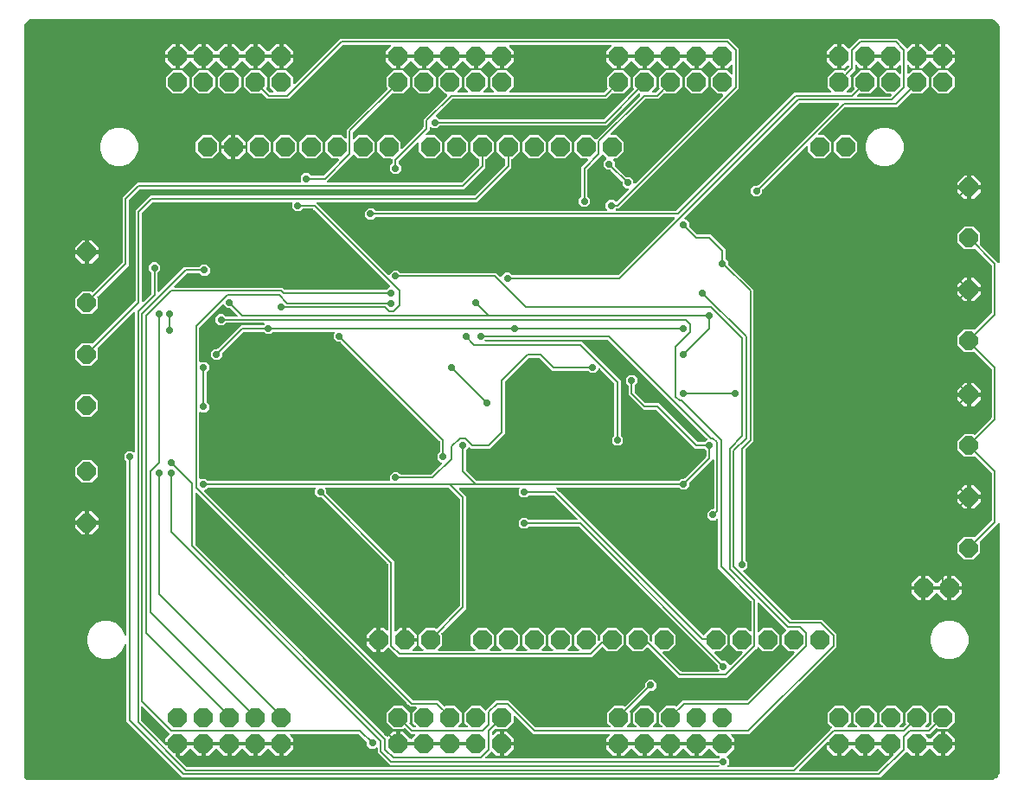
<source format=gbl>
G04 EAGLE Gerber X2 export*
%TF.Part,Single*%
%TF.FileFunction,Other,Bottom Copper*%
%TF.FilePolarity,Positive*%
%TF.GenerationSoftware,Autodesk,EAGLE,8.7.1*%
%TF.CreationDate,2018-04-02T18:03:59Z*%
G75*
%MOMM*%
%FSLAX34Y34*%
%LPD*%
%AMOC8*
5,1,8,0,0,1.08239X$1,22.5*%
G01*
%ADD10P,2.034460X8X112.500000*%
%ADD11P,1.938236X8X202.500000*%
%ADD12P,1.938236X8X22.500000*%
%ADD13P,2.034460X8X22.500000*%
%ADD14P,2.034460X8X202.500000*%
%ADD15C,0.203200*%
%ADD16P,0.742303X8X22.500000*%

G36*
X948734Y2549D02*
X948734Y2549D01*
X948778Y2546D01*
X950293Y2695D01*
X950569Y2762D01*
X950576Y2766D01*
X950582Y2767D01*
X953381Y3927D01*
X953408Y3942D01*
X953437Y3952D01*
X953501Y3998D01*
X953626Y4071D01*
X953670Y4118D01*
X953711Y4147D01*
X955853Y6289D01*
X955872Y6314D01*
X955895Y6334D01*
X955937Y6401D01*
X956024Y6517D01*
X956047Y6577D01*
X956073Y6619D01*
X957233Y9418D01*
X957304Y9693D01*
X957303Y9701D01*
X957305Y9707D01*
X957454Y11222D01*
X957452Y11278D01*
X957459Y11322D01*
X957459Y253397D01*
X957455Y253426D01*
X957458Y253455D01*
X957435Y253566D01*
X957419Y253678D01*
X957407Y253705D01*
X957402Y253734D01*
X957349Y253834D01*
X957303Y253938D01*
X957284Y253960D01*
X957271Y253986D01*
X957193Y254068D01*
X957120Y254155D01*
X957095Y254171D01*
X957075Y254192D01*
X956977Y254249D01*
X956883Y254312D01*
X956855Y254321D01*
X956830Y254336D01*
X956720Y254364D01*
X956612Y254398D01*
X956582Y254399D01*
X956554Y254406D01*
X956441Y254402D01*
X956328Y254405D01*
X956299Y254398D01*
X956270Y254397D01*
X956162Y254362D01*
X956053Y254333D01*
X956027Y254318D01*
X955999Y254309D01*
X955936Y254264D01*
X955808Y254188D01*
X955765Y254143D01*
X955726Y254115D01*
X953465Y251854D01*
X937742Y236131D01*
X937707Y236084D01*
X937665Y236044D01*
X937622Y235971D01*
X937571Y235903D01*
X937550Y235849D01*
X937521Y235798D01*
X937500Y235717D01*
X937470Y235638D01*
X937465Y235579D01*
X937451Y235523D01*
X937453Y235438D01*
X937446Y235354D01*
X937458Y235297D01*
X937460Y235239D01*
X937486Y235158D01*
X937502Y235076D01*
X937529Y235024D01*
X937547Y234968D01*
X937587Y234912D01*
X937633Y234823D01*
X937702Y234751D01*
X937742Y234695D01*
X938086Y234351D01*
X938086Y225249D01*
X931651Y218814D01*
X922549Y218814D01*
X916114Y225249D01*
X916114Y234351D01*
X922549Y240786D01*
X931651Y240786D01*
X931995Y240442D01*
X932041Y240407D01*
X932082Y240365D01*
X932155Y240322D01*
X932222Y240271D01*
X932277Y240250D01*
X932327Y240221D01*
X932409Y240200D01*
X932488Y240170D01*
X932546Y240165D01*
X932603Y240151D01*
X932687Y240153D01*
X932771Y240146D01*
X932828Y240158D01*
X932887Y240160D01*
X932967Y240186D01*
X933050Y240202D01*
X933102Y240229D01*
X933157Y240247D01*
X933213Y240287D01*
X933302Y240333D01*
X933374Y240402D01*
X933431Y240442D01*
X949154Y256165D01*
X949206Y256235D01*
X949266Y256299D01*
X949292Y256349D01*
X949325Y256393D01*
X949356Y256474D01*
X949396Y256552D01*
X949404Y256600D01*
X949426Y256658D01*
X949438Y256806D01*
X949451Y256883D01*
X949451Y302717D01*
X949439Y302803D01*
X949436Y302891D01*
X949419Y302943D01*
X949411Y302998D01*
X949376Y303078D01*
X949349Y303161D01*
X949321Y303200D01*
X949295Y303258D01*
X949199Y303371D01*
X949154Y303435D01*
X933431Y319158D01*
X933384Y319193D01*
X933344Y319235D01*
X933271Y319278D01*
X933203Y319329D01*
X933149Y319350D01*
X933098Y319379D01*
X933016Y319400D01*
X932938Y319430D01*
X932879Y319435D01*
X932823Y319449D01*
X932738Y319447D01*
X932654Y319454D01*
X932597Y319442D01*
X932539Y319440D01*
X932458Y319414D01*
X932376Y319398D01*
X932324Y319371D01*
X932268Y319353D01*
X932212Y319313D01*
X932123Y319267D01*
X932051Y319198D01*
X931995Y319158D01*
X931651Y318814D01*
X922549Y318814D01*
X916114Y325249D01*
X916114Y334351D01*
X922549Y340786D01*
X931651Y340786D01*
X931795Y340642D01*
X931841Y340607D01*
X931882Y340565D01*
X931955Y340522D01*
X932022Y340471D01*
X932077Y340450D01*
X932127Y340421D01*
X932209Y340400D01*
X932288Y340370D01*
X932346Y340365D01*
X932403Y340351D01*
X932487Y340353D01*
X932571Y340346D01*
X932628Y340358D01*
X932687Y340360D01*
X932767Y340386D01*
X932850Y340402D01*
X932902Y340429D01*
X932957Y340447D01*
X933013Y340487D01*
X933102Y340533D01*
X933174Y340602D01*
X933231Y340642D01*
X949154Y356565D01*
X949206Y356635D01*
X949266Y356699D01*
X949292Y356749D01*
X949325Y356793D01*
X949356Y356874D01*
X949396Y356952D01*
X949404Y357000D01*
X949426Y357058D01*
X949438Y357206D01*
X949451Y357283D01*
X949451Y404717D01*
X949439Y404803D01*
X949436Y404891D01*
X949419Y404943D01*
X949411Y404998D01*
X949376Y405078D01*
X949349Y405161D01*
X949321Y405200D01*
X949295Y405258D01*
X949199Y405371D01*
X949154Y405435D01*
X932831Y421758D01*
X932784Y421793D01*
X932743Y421836D01*
X932671Y421878D01*
X932603Y421929D01*
X932549Y421950D01*
X932498Y421979D01*
X932416Y422000D01*
X932338Y422030D01*
X932279Y422035D01*
X932222Y422049D01*
X932138Y422047D01*
X932054Y422054D01*
X931997Y422042D01*
X931938Y422040D01*
X931858Y422014D01*
X931856Y422014D01*
X922549Y422014D01*
X916114Y428449D01*
X916114Y437551D01*
X922549Y443986D01*
X931651Y443986D01*
X931995Y443642D01*
X932041Y443607D01*
X932082Y443565D01*
X932155Y443522D01*
X932222Y443471D01*
X932277Y443450D01*
X932327Y443421D01*
X932409Y443400D01*
X932488Y443370D01*
X932546Y443365D01*
X932603Y443351D01*
X932687Y443353D01*
X932771Y443346D01*
X932828Y443358D01*
X932887Y443360D01*
X932967Y443386D01*
X933050Y443402D01*
X933102Y443429D01*
X933157Y443447D01*
X933213Y443487D01*
X933302Y443533D01*
X933374Y443602D01*
X933431Y443642D01*
X949154Y459365D01*
X949206Y459435D01*
X949266Y459499D01*
X949292Y459549D01*
X949325Y459593D01*
X949356Y459674D01*
X949396Y459752D01*
X949404Y459800D01*
X949426Y459858D01*
X949438Y460006D01*
X949451Y460083D01*
X949451Y506317D01*
X949439Y506403D01*
X949436Y506491D01*
X949419Y506543D01*
X949411Y506598D01*
X949376Y506678D01*
X949349Y506761D01*
X949321Y506800D01*
X949295Y506858D01*
X949199Y506971D01*
X949154Y507035D01*
X933631Y522558D01*
X933584Y522593D01*
X933544Y522635D01*
X933471Y522678D01*
X933403Y522729D01*
X933349Y522750D01*
X933298Y522779D01*
X933217Y522800D01*
X933138Y522830D01*
X933079Y522835D01*
X933023Y522849D01*
X932938Y522847D01*
X932854Y522854D01*
X932797Y522842D01*
X932739Y522840D01*
X932658Y522814D01*
X932576Y522798D01*
X932524Y522771D01*
X932468Y522753D01*
X932412Y522713D01*
X932323Y522667D01*
X932251Y522598D01*
X932195Y522558D01*
X931651Y522014D01*
X922549Y522014D01*
X916114Y528449D01*
X916114Y537551D01*
X922549Y543986D01*
X931651Y543986D01*
X938086Y537551D01*
X938086Y528449D01*
X937942Y528305D01*
X937907Y528259D01*
X937865Y528218D01*
X937822Y528145D01*
X937771Y528078D01*
X937750Y528023D01*
X937721Y527973D01*
X937700Y527891D01*
X937670Y527812D01*
X937665Y527754D01*
X937651Y527697D01*
X937653Y527613D01*
X937646Y527529D01*
X937658Y527472D01*
X937660Y527413D01*
X937686Y527333D01*
X937702Y527250D01*
X937729Y527198D01*
X937747Y527143D01*
X937787Y527087D01*
X937833Y526998D01*
X937902Y526926D01*
X937942Y526869D01*
X955726Y509085D01*
X955750Y509068D01*
X955769Y509045D01*
X955863Y508982D01*
X955953Y508915D01*
X955981Y508904D01*
X956005Y508888D01*
X956113Y508854D01*
X956219Y508813D01*
X956248Y508811D01*
X956276Y508802D01*
X956390Y508799D01*
X956502Y508790D01*
X956531Y508795D01*
X956560Y508795D01*
X956670Y508823D01*
X956781Y508846D01*
X956807Y508859D01*
X956835Y508867D01*
X956933Y508924D01*
X957033Y508977D01*
X957055Y508997D01*
X957080Y509012D01*
X957157Y509094D01*
X957239Y509172D01*
X957254Y509198D01*
X957274Y509219D01*
X957326Y509320D01*
X957383Y509418D01*
X957390Y509446D01*
X957404Y509472D01*
X957417Y509550D01*
X957453Y509693D01*
X957451Y509756D01*
X957459Y509803D01*
X957459Y737773D01*
X957451Y737829D01*
X957454Y737873D01*
X957288Y739564D01*
X957221Y739840D01*
X957217Y739847D01*
X957215Y739853D01*
X955921Y742979D01*
X955905Y743005D01*
X955895Y743035D01*
X955850Y743099D01*
X955776Y743224D01*
X955729Y743268D01*
X955701Y743308D01*
X953308Y745701D01*
X953284Y745719D01*
X953264Y745743D01*
X953197Y745784D01*
X953081Y745871D01*
X953021Y745894D01*
X952979Y745921D01*
X949853Y747215D01*
X949578Y747286D01*
X949570Y747286D01*
X949564Y747288D01*
X947873Y747454D01*
X947816Y747452D01*
X947773Y747459D01*
X10032Y747459D01*
X9976Y747451D01*
X9932Y747454D01*
X8669Y747330D01*
X8393Y747263D01*
X8386Y747259D01*
X8380Y747258D01*
X6045Y746291D01*
X6019Y746275D01*
X5989Y746265D01*
X5926Y746220D01*
X5801Y746146D01*
X5756Y746099D01*
X5716Y746071D01*
X3929Y744284D01*
X3911Y744259D01*
X3887Y744239D01*
X3846Y744172D01*
X3759Y744057D01*
X3736Y743997D01*
X3709Y743955D01*
X2742Y741620D01*
X2672Y741345D01*
X2672Y741337D01*
X2670Y741331D01*
X2546Y740068D01*
X2548Y740012D01*
X2541Y739968D01*
X2541Y6350D01*
X2551Y6274D01*
X2549Y6217D01*
X2645Y5494D01*
X2653Y5465D01*
X2654Y5434D01*
X2682Y5360D01*
X2721Y5220D01*
X2755Y5166D01*
X2772Y5119D01*
X3495Y3867D01*
X3555Y3790D01*
X3608Y3709D01*
X3639Y3683D01*
X3670Y3643D01*
X3810Y3542D01*
X3867Y3495D01*
X5119Y2772D01*
X5148Y2760D01*
X5173Y2743D01*
X5248Y2720D01*
X5383Y2666D01*
X5447Y2659D01*
X5494Y2645D01*
X6217Y2549D01*
X6294Y2550D01*
X6350Y2541D01*
X948678Y2541D01*
X948734Y2549D01*
G37*
%LPC*%
G36*
X157233Y5079D02*
X157233Y5079D01*
X102615Y59697D01*
X102615Y134589D01*
X102608Y134636D01*
X102609Y134640D01*
X102607Y134644D01*
X102603Y134674D01*
X102601Y134760D01*
X102583Y134814D01*
X102575Y134870D01*
X102540Y134948D01*
X102514Y135030D01*
X102482Y135078D01*
X102459Y135129D01*
X102404Y135195D01*
X102356Y135266D01*
X102312Y135303D01*
X102276Y135346D01*
X102204Y135394D01*
X102138Y135449D01*
X102086Y135473D01*
X102039Y135504D01*
X101957Y135530D01*
X101878Y135565D01*
X101822Y135573D01*
X101768Y135590D01*
X101682Y135592D01*
X101597Y135604D01*
X101541Y135596D01*
X101484Y135597D01*
X101401Y135575D01*
X101316Y135563D01*
X101264Y135540D01*
X101209Y135525D01*
X101135Y135481D01*
X101056Y135446D01*
X101013Y135409D01*
X100964Y135380D01*
X100905Y135317D01*
X100840Y135262D01*
X100814Y135220D01*
X100770Y135173D01*
X100704Y135044D01*
X100662Y134977D01*
X98268Y129197D01*
X93053Y123982D01*
X86238Y121159D01*
X78862Y121159D01*
X72047Y123982D01*
X66832Y129197D01*
X64009Y136012D01*
X64009Y143388D01*
X66832Y150203D01*
X72047Y155418D01*
X78862Y158241D01*
X86238Y158241D01*
X93053Y155418D01*
X98268Y150203D01*
X100662Y144423D01*
X100706Y144349D01*
X100741Y144271D01*
X100778Y144227D01*
X100807Y144178D01*
X100869Y144119D01*
X100925Y144054D01*
X100972Y144022D01*
X101013Y143983D01*
X101090Y143944D01*
X101161Y143896D01*
X101215Y143879D01*
X101266Y143853D01*
X101350Y143836D01*
X101432Y143810D01*
X101489Y143809D01*
X101545Y143798D01*
X101630Y143805D01*
X101716Y143803D01*
X101771Y143817D01*
X101828Y143822D01*
X101908Y143853D01*
X101991Y143875D01*
X102040Y143904D01*
X102093Y143924D01*
X102162Y143976D01*
X102236Y144020D01*
X102275Y144061D01*
X102320Y144096D01*
X102371Y144164D01*
X102430Y144227D01*
X102456Y144278D01*
X102490Y144323D01*
X102521Y144404D01*
X102560Y144480D01*
X102568Y144529D01*
X102591Y144589D01*
X102602Y144734D01*
X102615Y144811D01*
X102615Y313928D01*
X102603Y314015D01*
X102600Y314102D01*
X102583Y314155D01*
X102575Y314210D01*
X102540Y314289D01*
X102513Y314373D01*
X102485Y314412D01*
X102459Y314469D01*
X102363Y314582D01*
X102318Y314646D01*
X100202Y316762D01*
X100202Y321286D01*
X103402Y324486D01*
X107926Y324486D01*
X109010Y323402D01*
X109034Y323384D01*
X109053Y323362D01*
X109147Y323299D01*
X109237Y323231D01*
X109265Y323221D01*
X109289Y323204D01*
X109397Y323170D01*
X109503Y323130D01*
X109532Y323127D01*
X109560Y323119D01*
X109674Y323116D01*
X109786Y323106D01*
X109815Y323112D01*
X109844Y323111D01*
X109954Y323140D01*
X110065Y323162D01*
X110091Y323176D01*
X110119Y323183D01*
X110217Y323241D01*
X110317Y323293D01*
X110339Y323313D01*
X110364Y323328D01*
X110441Y323411D01*
X110523Y323489D01*
X110538Y323514D01*
X110558Y323536D01*
X110610Y323636D01*
X110667Y323734D01*
X110674Y323763D01*
X110688Y323789D01*
X110701Y323866D01*
X110737Y324010D01*
X110735Y324072D01*
X110743Y324120D01*
X110743Y459981D01*
X110739Y460010D01*
X110742Y460039D01*
X110719Y460150D01*
X110703Y460262D01*
X110691Y460289D01*
X110686Y460318D01*
X110634Y460418D01*
X110587Y460522D01*
X110568Y460544D01*
X110555Y460570D01*
X110477Y460652D01*
X110404Y460739D01*
X110379Y460755D01*
X110359Y460776D01*
X110261Y460833D01*
X110167Y460896D01*
X110139Y460905D01*
X110114Y460920D01*
X110004Y460948D01*
X109896Y460982D01*
X109866Y460983D01*
X109838Y460990D01*
X109725Y460986D01*
X109612Y460989D01*
X109583Y460982D01*
X109554Y460981D01*
X109446Y460946D01*
X109337Y460917D01*
X109311Y460902D01*
X109283Y460893D01*
X109220Y460848D01*
X109092Y460772D01*
X109049Y460727D01*
X109010Y460699D01*
X74142Y425831D01*
X74107Y425784D01*
X74065Y425744D01*
X74022Y425671D01*
X73971Y425603D01*
X73950Y425549D01*
X73921Y425498D01*
X73900Y425416D01*
X73870Y425338D01*
X73865Y425279D01*
X73851Y425223D01*
X73853Y425138D01*
X73846Y425054D01*
X73858Y424997D01*
X73860Y424939D01*
X73886Y424858D01*
X73902Y424776D01*
X73929Y424724D01*
X73947Y424668D01*
X73987Y424612D01*
X74033Y424523D01*
X74102Y424451D01*
X74142Y424395D01*
X74486Y424051D01*
X74486Y414949D01*
X68051Y408514D01*
X58949Y408514D01*
X52514Y414949D01*
X52514Y424051D01*
X58949Y430486D01*
X68051Y430486D01*
X68395Y430142D01*
X68441Y430107D01*
X68482Y430065D01*
X68555Y430022D01*
X68622Y429971D01*
X68677Y429950D01*
X68727Y429921D01*
X68809Y429900D01*
X68888Y429870D01*
X68946Y429865D01*
X69003Y429851D01*
X69087Y429853D01*
X69171Y429846D01*
X69228Y429858D01*
X69287Y429860D01*
X69367Y429886D01*
X69450Y429902D01*
X69502Y429929D01*
X69557Y429947D01*
X69613Y429987D01*
X69702Y430033D01*
X69774Y430102D01*
X69831Y430142D01*
X110954Y471265D01*
X111006Y471335D01*
X111066Y471399D01*
X111092Y471449D01*
X111125Y471493D01*
X111156Y471574D01*
X111196Y471652D01*
X111204Y471700D01*
X111226Y471758D01*
X111238Y471906D01*
X111251Y471983D01*
X111251Y560063D01*
X125737Y574549D01*
X442817Y574549D01*
X442903Y574561D01*
X442991Y574564D01*
X443043Y574581D01*
X443098Y574589D01*
X443178Y574624D01*
X443261Y574651D01*
X443300Y574679D01*
X443358Y574705D01*
X443471Y574801D01*
X443535Y574846D01*
X472904Y604215D01*
X472956Y604285D01*
X473016Y604349D01*
X473042Y604398D01*
X473075Y604443D01*
X473106Y604524D01*
X473146Y604602D01*
X473154Y604650D01*
X473176Y604708D01*
X473188Y604856D01*
X473201Y604933D01*
X473201Y609854D01*
X473193Y609912D01*
X473195Y609970D01*
X473173Y610052D01*
X473161Y610136D01*
X473138Y610189D01*
X473123Y610245D01*
X473080Y610318D01*
X473045Y610395D01*
X473007Y610440D01*
X472978Y610490D01*
X472916Y610548D01*
X472862Y610612D01*
X472813Y610644D01*
X472770Y610684D01*
X472695Y610723D01*
X472625Y610770D01*
X472569Y610787D01*
X472517Y610814D01*
X472449Y610825D01*
X472354Y610855D01*
X472254Y610858D01*
X472186Y610869D01*
X471515Y610869D01*
X464819Y617565D01*
X464819Y627035D01*
X471515Y633731D01*
X480985Y633731D01*
X487681Y627035D01*
X487681Y617565D01*
X480985Y610869D01*
X480314Y610869D01*
X480256Y610861D01*
X480198Y610863D01*
X480116Y610841D01*
X480032Y610829D01*
X479979Y610806D01*
X479923Y610791D01*
X479850Y610748D01*
X479773Y610713D01*
X479728Y610675D01*
X479678Y610646D01*
X479620Y610584D01*
X479556Y610530D01*
X479524Y610481D01*
X479484Y610438D01*
X479445Y610363D01*
X479398Y610293D01*
X479381Y610237D01*
X479354Y610185D01*
X479343Y610117D01*
X479313Y610022D01*
X479310Y609922D01*
X479299Y609854D01*
X479299Y601987D01*
X477216Y599904D01*
X477215Y599904D01*
X445763Y568451D01*
X289719Y568451D01*
X289690Y568447D01*
X289661Y568450D01*
X289550Y568427D01*
X289438Y568411D01*
X289411Y568399D01*
X289382Y568394D01*
X289282Y568341D01*
X289178Y568295D01*
X289156Y568276D01*
X289130Y568263D01*
X289048Y568185D01*
X288961Y568112D01*
X288945Y568087D01*
X288924Y568067D01*
X288867Y567969D01*
X288804Y567875D01*
X288795Y567847D01*
X288780Y567822D01*
X288752Y567712D01*
X288718Y567604D01*
X288717Y567574D01*
X288710Y567546D01*
X288714Y567433D01*
X288711Y567320D01*
X288718Y567291D01*
X288719Y567262D01*
X288754Y567154D01*
X288783Y567045D01*
X288797Y567019D01*
X288807Y566991D01*
X288852Y566927D01*
X288928Y566800D01*
X288973Y566757D01*
X289001Y566718D01*
X289858Y565861D01*
X358565Y497154D01*
X358589Y497137D01*
X358608Y497114D01*
X358702Y497051D01*
X358792Y496984D01*
X358820Y496973D01*
X358844Y496957D01*
X358952Y496923D01*
X359058Y496882D01*
X359087Y496880D01*
X359115Y496871D01*
X359229Y496868D01*
X359341Y496859D01*
X359370Y496864D01*
X359399Y496864D01*
X359509Y496892D01*
X359620Y496915D01*
X359646Y496928D01*
X359674Y496936D01*
X359772Y496993D01*
X359872Y497046D01*
X359894Y497066D01*
X359919Y497081D01*
X359996Y497163D01*
X360078Y497241D01*
X360093Y497267D01*
X360113Y497288D01*
X360165Y497389D01*
X360222Y497487D01*
X360229Y497515D01*
X360243Y497541D01*
X360256Y497619D01*
X360292Y497762D01*
X360290Y497825D01*
X360298Y497872D01*
X360298Y498070D01*
X363498Y501270D01*
X368022Y501270D01*
X370138Y499154D01*
X370208Y499102D01*
X370272Y499042D01*
X370321Y499016D01*
X370365Y498983D01*
X370447Y498952D01*
X370525Y498912D01*
X370572Y498904D01*
X370631Y498882D01*
X370779Y498870D01*
X370856Y498857D01*
X464559Y498857D01*
X468293Y495122D01*
X468317Y495105D01*
X468336Y495082D01*
X468430Y495020D01*
X468520Y494952D01*
X468548Y494941D01*
X468572Y494925D01*
X468680Y494891D01*
X468786Y494850D01*
X468815Y494848D01*
X468843Y494839D01*
X468957Y494836D01*
X469069Y494827D01*
X469098Y494832D01*
X469127Y494832D01*
X469237Y494860D01*
X469348Y494883D01*
X469374Y494896D01*
X469402Y494904D01*
X469500Y494961D01*
X469600Y495014D01*
X469622Y495034D01*
X469647Y495049D01*
X469724Y495131D01*
X469806Y495209D01*
X469821Y495235D01*
X469841Y495256D01*
X469893Y495357D01*
X469950Y495455D01*
X469957Y495483D01*
X469971Y495509D01*
X469984Y495587D01*
X470020Y495730D01*
X470018Y495793D01*
X470026Y495840D01*
X470026Y496038D01*
X473226Y499238D01*
X477750Y499238D01*
X479866Y497122D01*
X479936Y497070D01*
X480000Y497010D01*
X480049Y496984D01*
X480093Y496951D01*
X480175Y496920D01*
X480253Y496880D01*
X480300Y496872D01*
X480359Y496850D01*
X480507Y496838D01*
X480584Y496825D01*
X583533Y496825D01*
X583619Y496837D01*
X583707Y496840D01*
X583759Y496857D01*
X583814Y496865D01*
X583894Y496900D01*
X583977Y496927D01*
X584016Y496955D01*
X584074Y496981D01*
X584187Y497077D01*
X584251Y497122D01*
X639115Y551986D01*
X639132Y552010D01*
X639155Y552029D01*
X639218Y552123D01*
X639285Y552213D01*
X639296Y552241D01*
X639312Y552265D01*
X639346Y552373D01*
X639387Y552479D01*
X639389Y552508D01*
X639398Y552536D01*
X639401Y552650D01*
X639410Y552762D01*
X639405Y552791D01*
X639405Y552820D01*
X639377Y552930D01*
X639354Y553041D01*
X639341Y553067D01*
X639333Y553095D01*
X639276Y553193D01*
X639223Y553293D01*
X639203Y553315D01*
X639188Y553340D01*
X639106Y553417D01*
X639028Y553499D01*
X639002Y553514D01*
X638981Y553534D01*
X638880Y553586D01*
X638782Y553643D01*
X638754Y553650D01*
X638728Y553664D01*
X638650Y553677D01*
X638507Y553713D01*
X638444Y553711D01*
X638397Y553719D01*
X346472Y553719D01*
X346385Y553707D01*
X346298Y553704D01*
X346245Y553687D01*
X346190Y553679D01*
X346111Y553644D01*
X346027Y553617D01*
X345988Y553589D01*
X345931Y553563D01*
X345818Y553467D01*
X345754Y553422D01*
X343638Y551306D01*
X339114Y551306D01*
X335914Y554506D01*
X335914Y559030D01*
X339114Y562230D01*
X343638Y562230D01*
X345754Y560114D01*
X345824Y560062D01*
X345888Y560002D01*
X345937Y559976D01*
X345981Y559943D01*
X346063Y559912D01*
X346141Y559872D01*
X346188Y559864D01*
X346247Y559842D01*
X346395Y559830D01*
X346472Y559817D01*
X571992Y559817D01*
X572021Y559821D01*
X572050Y559818D01*
X572162Y559841D01*
X572274Y559857D01*
X572300Y559869D01*
X572329Y559874D01*
X572430Y559927D01*
X572533Y559973D01*
X572555Y559992D01*
X572582Y560005D01*
X572664Y560083D01*
X572750Y560156D01*
X572766Y560181D01*
X572788Y560201D01*
X572845Y560299D01*
X572908Y560393D01*
X572917Y560421D01*
X572931Y560446D01*
X572959Y560556D01*
X572993Y560664D01*
X572994Y560694D01*
X573001Y560722D01*
X572998Y560835D01*
X573001Y560948D01*
X572993Y560977D01*
X572992Y561006D01*
X572958Y561114D01*
X572929Y561223D01*
X572914Y561249D01*
X572905Y561277D01*
X572859Y561341D01*
X572784Y561468D01*
X572738Y561511D01*
X572710Y561550D01*
X571626Y562634D01*
X571626Y567158D01*
X574826Y570358D01*
X579350Y570358D01*
X581124Y568584D01*
X581171Y568549D01*
X581211Y568506D01*
X581284Y568463D01*
X581352Y568413D01*
X581406Y568392D01*
X581457Y568362D01*
X581538Y568342D01*
X581617Y568312D01*
X581676Y568307D01*
X581732Y568292D01*
X581816Y568295D01*
X581901Y568288D01*
X581958Y568300D01*
X582016Y568301D01*
X582097Y568327D01*
X582179Y568344D01*
X582231Y568371D01*
X582287Y568389D01*
X582343Y568429D01*
X582432Y568475D01*
X582504Y568544D01*
X582560Y568584D01*
X594030Y580053D01*
X594047Y580077D01*
X594070Y580096D01*
X594133Y580190D01*
X594200Y580280D01*
X594211Y580308D01*
X594227Y580332D01*
X594261Y580440D01*
X594302Y580546D01*
X594304Y580575D01*
X594313Y580603D01*
X594316Y580717D01*
X594325Y580829D01*
X594320Y580858D01*
X594320Y580887D01*
X594292Y580997D01*
X594269Y581108D01*
X594256Y581134D01*
X594248Y581162D01*
X594191Y581260D01*
X594138Y581360D01*
X594118Y581382D01*
X594103Y581407D01*
X594021Y581484D01*
X593943Y581566D01*
X593917Y581581D01*
X593896Y581601D01*
X593795Y581653D01*
X593697Y581710D01*
X593669Y581717D01*
X593643Y581731D01*
X593565Y581744D01*
X593422Y581780D01*
X593359Y581778D01*
X593312Y581786D01*
X591082Y581786D01*
X587882Y584986D01*
X587882Y587978D01*
X587870Y588064D01*
X587867Y588152D01*
X587850Y588204D01*
X587842Y588259D01*
X587807Y588339D01*
X587780Y588422D01*
X587752Y588461D01*
X587726Y588519D01*
X587630Y588632D01*
X587585Y588696D01*
X576504Y599777D01*
X576434Y599829D01*
X576370Y599889D01*
X576320Y599915D01*
X576276Y599948D01*
X576195Y599979D01*
X576117Y600019D01*
X576069Y600027D01*
X576011Y600049D01*
X575863Y600061D01*
X575786Y600074D01*
X572794Y600074D01*
X569594Y603274D01*
X569594Y607798D01*
X572172Y610376D01*
X572207Y610423D01*
X572250Y610463D01*
X572293Y610536D01*
X572343Y610604D01*
X572364Y610658D01*
X572394Y610709D01*
X572414Y610790D01*
X572444Y610869D01*
X572449Y610928D01*
X572464Y610984D01*
X572461Y611069D01*
X572468Y611153D01*
X572457Y611210D01*
X572455Y611268D01*
X572429Y611349D01*
X572412Y611431D01*
X572385Y611483D01*
X572367Y611539D01*
X572327Y611595D01*
X572281Y611684D01*
X572212Y611756D01*
X572172Y611812D01*
X569466Y614519D01*
X569419Y614554D01*
X569379Y614596D01*
X569306Y614639D01*
X569239Y614689D01*
X569184Y614710D01*
X569134Y614740D01*
X569052Y614761D01*
X568973Y614791D01*
X568915Y614796D01*
X568858Y614810D01*
X568774Y614807D01*
X568690Y614814D01*
X568632Y614803D01*
X568574Y614801D01*
X568494Y614775D01*
X568411Y614758D01*
X568359Y614731D01*
X568304Y614713D01*
X568247Y614673D01*
X568159Y614627D01*
X568086Y614559D01*
X568030Y614519D01*
X554018Y600507D01*
X553966Y600437D01*
X553906Y600373D01*
X553880Y600323D01*
X553847Y600279D01*
X553816Y600198D01*
X553776Y600120D01*
X553768Y600072D01*
X553746Y600014D01*
X553734Y599866D01*
X553721Y599789D01*
X553721Y574056D01*
X553733Y573969D01*
X553736Y573882D01*
X553753Y573829D01*
X553761Y573774D01*
X553796Y573695D01*
X553823Y573611D01*
X553851Y573572D01*
X553877Y573515D01*
X553973Y573402D01*
X554018Y573338D01*
X556134Y571222D01*
X556134Y566698D01*
X552934Y563498D01*
X548410Y563498D01*
X545210Y566698D01*
X545210Y571222D01*
X547326Y573338D01*
X547378Y573408D01*
X547438Y573472D01*
X547464Y573521D01*
X547497Y573565D01*
X547528Y573647D01*
X547568Y573725D01*
X547576Y573772D01*
X547598Y573831D01*
X547608Y573956D01*
X547609Y573959D01*
X547610Y573970D01*
X547610Y573978D01*
X547623Y574056D01*
X547623Y602735D01*
X554025Y609136D01*
X554042Y609160D01*
X554065Y609179D01*
X554127Y609273D01*
X554195Y609363D01*
X554206Y609391D01*
X554222Y609415D01*
X554256Y609523D01*
X554297Y609629D01*
X554299Y609658D01*
X554308Y609686D01*
X554311Y609800D01*
X554320Y609912D01*
X554315Y609941D01*
X554315Y609970D01*
X554287Y610080D01*
X554264Y610191D01*
X554251Y610217D01*
X554243Y610245D01*
X554186Y610343D01*
X554133Y610443D01*
X554113Y610465D01*
X554098Y610490D01*
X554016Y610567D01*
X553938Y610649D01*
X553912Y610664D01*
X553891Y610684D01*
X553790Y610736D01*
X553692Y610793D01*
X553664Y610800D01*
X553638Y610814D01*
X553560Y610827D01*
X553417Y610863D01*
X553354Y610861D01*
X553307Y610869D01*
X547715Y610869D01*
X541019Y617565D01*
X541019Y627035D01*
X547715Y633731D01*
X557185Y633731D01*
X561088Y629827D01*
X561135Y629792D01*
X561175Y629750D01*
X561248Y629707D01*
X561315Y629657D01*
X561370Y629636D01*
X561420Y629606D01*
X561502Y629585D01*
X561581Y629555D01*
X561639Y629550D01*
X561696Y629536D01*
X561780Y629539D01*
X561864Y629532D01*
X561922Y629543D01*
X561980Y629545D01*
X562060Y629571D01*
X562143Y629588D01*
X562195Y629615D01*
X562250Y629633D01*
X562307Y629673D01*
X562395Y629719D01*
X562468Y629787D01*
X562524Y629827D01*
X605333Y672636D01*
X605350Y672660D01*
X605373Y672679D01*
X605435Y672773D01*
X605503Y672863D01*
X605514Y672891D01*
X605530Y672915D01*
X605564Y673023D01*
X605605Y673129D01*
X605607Y673158D01*
X605616Y673186D01*
X605619Y673300D01*
X605628Y673412D01*
X605623Y673441D01*
X605623Y673470D01*
X605595Y673580D01*
X605572Y673691D01*
X605559Y673717D01*
X605551Y673745D01*
X605494Y673843D01*
X605441Y673943D01*
X605421Y673965D01*
X605406Y673990D01*
X605324Y674067D01*
X605246Y674149D01*
X605220Y674164D01*
X605199Y674184D01*
X605098Y674236D01*
X605000Y674293D01*
X604972Y674300D01*
X604946Y674314D01*
X604916Y674319D01*
X604899Y674336D01*
X604852Y674371D01*
X604812Y674413D01*
X604739Y674456D01*
X604672Y674506D01*
X604617Y674527D01*
X604567Y674557D01*
X604485Y674578D01*
X604406Y674608D01*
X604348Y674613D01*
X604291Y674627D01*
X604207Y674624D01*
X604123Y674631D01*
X604065Y674620D01*
X604007Y674618D01*
X603927Y674592D01*
X603844Y674575D01*
X603792Y674548D01*
X603737Y674530D01*
X603680Y674490D01*
X603592Y674444D01*
X603519Y674376D01*
X603463Y674336D01*
X572255Y643127D01*
X409464Y643127D01*
X409377Y643115D01*
X409290Y643112D01*
X409237Y643095D01*
X409182Y643087D01*
X409103Y643052D01*
X409019Y643025D01*
X408980Y642997D01*
X408923Y642971D01*
X408810Y642875D01*
X408746Y642830D01*
X406630Y640714D01*
X402106Y640714D01*
X401022Y641798D01*
X400998Y641816D01*
X400979Y641838D01*
X400885Y641901D01*
X400795Y641969D01*
X400767Y641979D01*
X400743Y641996D01*
X400635Y642030D01*
X400529Y642070D01*
X400500Y642073D01*
X400472Y642081D01*
X400358Y642084D01*
X400246Y642094D01*
X400217Y642088D01*
X400188Y642089D01*
X400078Y642060D01*
X399967Y642038D01*
X399941Y642024D01*
X399913Y642017D01*
X399815Y641959D01*
X399715Y641907D01*
X399693Y641887D01*
X399668Y641872D01*
X399591Y641789D01*
X399509Y641711D01*
X399494Y641686D01*
X399474Y641664D01*
X399422Y641564D01*
X399365Y641466D01*
X399358Y641437D01*
X399344Y641411D01*
X399331Y641334D01*
X399295Y641190D01*
X399297Y641128D01*
X399289Y641080D01*
X399289Y638817D01*
X397206Y636734D01*
X397205Y636734D01*
X395935Y635464D01*
X395918Y635440D01*
X395895Y635421D01*
X395833Y635327D01*
X395765Y635237D01*
X395754Y635209D01*
X395738Y635185D01*
X395704Y635077D01*
X395663Y634971D01*
X395661Y634942D01*
X395652Y634914D01*
X395649Y634800D01*
X395640Y634688D01*
X395645Y634659D01*
X395645Y634630D01*
X395673Y634520D01*
X395696Y634409D01*
X395709Y634383D01*
X395717Y634355D01*
X395774Y634257D01*
X395827Y634157D01*
X395847Y634135D01*
X395862Y634110D01*
X395944Y634033D01*
X396022Y633951D01*
X396048Y633936D01*
X396069Y633916D01*
X396170Y633864D01*
X396268Y633807D01*
X396296Y633800D01*
X396322Y633786D01*
X396400Y633773D01*
X396543Y633737D01*
X396606Y633739D01*
X396653Y633731D01*
X404785Y633731D01*
X411481Y627035D01*
X411481Y617565D01*
X404785Y610869D01*
X395315Y610869D01*
X388619Y617565D01*
X388619Y625697D01*
X388615Y625726D01*
X388618Y625755D01*
X388595Y625866D01*
X388579Y625978D01*
X388567Y626005D01*
X388562Y626034D01*
X388510Y626134D01*
X388463Y626238D01*
X388444Y626260D01*
X388431Y626286D01*
X388353Y626368D01*
X388280Y626455D01*
X388255Y626471D01*
X388235Y626492D01*
X388137Y626549D01*
X388043Y626612D01*
X388015Y626621D01*
X387990Y626636D01*
X387880Y626664D01*
X387772Y626698D01*
X387742Y626699D01*
X387714Y626706D01*
X387601Y626702D01*
X387488Y626705D01*
X387459Y626698D01*
X387430Y626697D01*
X387322Y626662D01*
X387213Y626633D01*
X387187Y626618D01*
X387159Y626609D01*
X387096Y626564D01*
X386968Y626488D01*
X386925Y626443D01*
X386886Y626415D01*
X369106Y608635D01*
X369054Y608565D01*
X368994Y608501D01*
X368968Y608451D01*
X368935Y608407D01*
X368904Y608326D01*
X368864Y608248D01*
X368856Y608200D01*
X368834Y608142D01*
X368822Y607994D01*
X368809Y607917D01*
X368809Y606568D01*
X368816Y606517D01*
X368815Y606498D01*
X368821Y606476D01*
X368824Y606394D01*
X368841Y606341D01*
X368849Y606286D01*
X368884Y606207D01*
X368911Y606123D01*
X368939Y606084D01*
X368965Y606027D01*
X369061Y605914D01*
X369106Y605850D01*
X371222Y603734D01*
X371222Y599210D01*
X368022Y596010D01*
X363498Y596010D01*
X360298Y599210D01*
X360298Y603734D01*
X362414Y605850D01*
X362466Y605920D01*
X362526Y605984D01*
X362552Y606033D01*
X362585Y606077D01*
X362616Y606159D01*
X362656Y606237D01*
X362664Y606284D01*
X362686Y606343D01*
X362694Y606435D01*
X362697Y606447D01*
X362698Y606491D01*
X362711Y606568D01*
X362711Y609854D01*
X362703Y609912D01*
X362705Y609970D01*
X362683Y610052D01*
X362671Y610136D01*
X362648Y610189D01*
X362633Y610245D01*
X362590Y610318D01*
X362555Y610395D01*
X362517Y610440D01*
X362488Y610490D01*
X362426Y610548D01*
X362372Y610612D01*
X362323Y610644D01*
X362280Y610684D01*
X362205Y610723D01*
X362135Y610770D01*
X362079Y610787D01*
X362027Y610814D01*
X361959Y610825D01*
X361864Y610855D01*
X361764Y610858D01*
X361696Y610869D01*
X354675Y610869D01*
X347979Y617565D01*
X347979Y627035D01*
X354675Y633731D01*
X364145Y633731D01*
X370841Y627035D01*
X370841Y621443D01*
X370845Y621414D01*
X370842Y621385D01*
X370865Y621274D01*
X370881Y621162D01*
X370893Y621135D01*
X370898Y621106D01*
X370950Y621006D01*
X370997Y620902D01*
X371016Y620880D01*
X371029Y620854D01*
X371107Y620772D01*
X371180Y620685D01*
X371205Y620669D01*
X371225Y620648D01*
X371323Y620591D01*
X371417Y620528D01*
X371445Y620519D01*
X371470Y620504D01*
X371580Y620476D01*
X371688Y620442D01*
X371718Y620441D01*
X371746Y620434D01*
X371859Y620438D01*
X371972Y620435D01*
X372001Y620442D01*
X372030Y620443D01*
X372138Y620478D01*
X372247Y620507D01*
X372273Y620522D01*
X372301Y620531D01*
X372364Y620576D01*
X372492Y620652D01*
X372535Y620697D01*
X372574Y620725D01*
X392894Y641045D01*
X392946Y641115D01*
X393006Y641179D01*
X393032Y641229D01*
X393065Y641273D01*
X393096Y641354D01*
X393136Y641432D01*
X393144Y641480D01*
X393166Y641538D01*
X393178Y641686D01*
X393191Y641763D01*
X393191Y649471D01*
X416357Y672636D01*
X416374Y672660D01*
X416397Y672679D01*
X416459Y672773D01*
X416527Y672863D01*
X416538Y672891D01*
X416554Y672915D01*
X416588Y673023D01*
X416629Y673129D01*
X416631Y673158D01*
X416640Y673186D01*
X416643Y673300D01*
X416652Y673412D01*
X416647Y673441D01*
X416647Y673470D01*
X416619Y673580D01*
X416596Y673691D01*
X416583Y673717D01*
X416575Y673745D01*
X416518Y673843D01*
X416465Y673943D01*
X416445Y673965D01*
X416430Y673990D01*
X416348Y674067D01*
X416270Y674149D01*
X416244Y674164D01*
X416223Y674184D01*
X416122Y674236D01*
X416024Y674293D01*
X415996Y674300D01*
X415970Y674314D01*
X415892Y674327D01*
X415749Y674363D01*
X415686Y674361D01*
X415639Y674369D01*
X414365Y674369D01*
X407669Y681065D01*
X407669Y690535D01*
X414365Y697231D01*
X423835Y697231D01*
X430531Y690535D01*
X430531Y681065D01*
X426839Y677374D01*
X426825Y677355D01*
X426810Y677342D01*
X426808Y677338D01*
X426799Y677331D01*
X426737Y677237D01*
X426668Y677147D01*
X426658Y677119D01*
X426642Y677095D01*
X426608Y676987D01*
X426567Y676881D01*
X426565Y676852D01*
X426556Y676824D01*
X426553Y676710D01*
X426544Y676598D01*
X426549Y676569D01*
X426549Y676540D01*
X426577Y676430D01*
X426600Y676319D01*
X426613Y676293D01*
X426620Y676265D01*
X426678Y676167D01*
X426731Y676067D01*
X426751Y676045D01*
X426766Y676020D01*
X426848Y675943D01*
X426926Y675861D01*
X426952Y675846D01*
X426973Y675826D01*
X427074Y675774D01*
X427172Y675717D01*
X427200Y675710D01*
X427226Y675696D01*
X427304Y675683D01*
X427447Y675647D01*
X427510Y675649D01*
X427557Y675641D01*
X436043Y675641D01*
X436072Y675645D01*
X436101Y675642D01*
X436212Y675665D01*
X436324Y675681D01*
X436351Y675693D01*
X436380Y675698D01*
X436480Y675750D01*
X436584Y675797D01*
X436606Y675816D01*
X436632Y675829D01*
X436714Y675907D01*
X436801Y675980D01*
X436817Y676005D01*
X436838Y676025D01*
X436895Y676123D01*
X436958Y676217D01*
X436967Y676245D01*
X436982Y676270D01*
X437010Y676380D01*
X437044Y676488D01*
X437045Y676518D01*
X437052Y676546D01*
X437048Y676659D01*
X437051Y676772D01*
X437044Y676801D01*
X437043Y676830D01*
X437008Y676938D01*
X436980Y677047D01*
X436965Y677073D01*
X436956Y677101D01*
X436910Y677164D01*
X436834Y677292D01*
X436824Y677301D01*
X436823Y677303D01*
X436787Y677337D01*
X436761Y677374D01*
X433069Y681065D01*
X433069Y690535D01*
X439765Y697231D01*
X449235Y697231D01*
X455931Y690535D01*
X455931Y681065D01*
X452239Y677374D01*
X452225Y677355D01*
X452210Y677342D01*
X452208Y677338D01*
X452199Y677331D01*
X452137Y677237D01*
X452068Y677147D01*
X452058Y677119D01*
X452042Y677095D01*
X452008Y676987D01*
X451967Y676881D01*
X451965Y676852D01*
X451956Y676824D01*
X451953Y676710D01*
X451944Y676598D01*
X451949Y676569D01*
X451949Y676540D01*
X451977Y676430D01*
X452000Y676319D01*
X452013Y676293D01*
X452020Y676265D01*
X452078Y676167D01*
X452131Y676067D01*
X452151Y676045D01*
X452166Y676020D01*
X452248Y675943D01*
X452326Y675861D01*
X452352Y675846D01*
X452373Y675826D01*
X452474Y675774D01*
X452572Y675717D01*
X452600Y675710D01*
X452626Y675696D01*
X452704Y675683D01*
X452847Y675647D01*
X452910Y675649D01*
X452957Y675641D01*
X461443Y675641D01*
X461472Y675645D01*
X461501Y675642D01*
X461612Y675665D01*
X461724Y675681D01*
X461751Y675693D01*
X461780Y675698D01*
X461880Y675750D01*
X461984Y675797D01*
X462006Y675816D01*
X462032Y675829D01*
X462114Y675907D01*
X462201Y675980D01*
X462217Y676005D01*
X462238Y676025D01*
X462295Y676123D01*
X462358Y676217D01*
X462367Y676245D01*
X462382Y676270D01*
X462410Y676380D01*
X462444Y676488D01*
X462445Y676518D01*
X462452Y676546D01*
X462448Y676659D01*
X462451Y676772D01*
X462444Y676801D01*
X462443Y676830D01*
X462408Y676938D01*
X462380Y677047D01*
X462365Y677073D01*
X462356Y677101D01*
X462310Y677164D01*
X462234Y677292D01*
X462224Y677301D01*
X462223Y677303D01*
X462187Y677337D01*
X462161Y677374D01*
X458469Y681065D01*
X458469Y690535D01*
X465165Y697231D01*
X474635Y697231D01*
X481331Y690535D01*
X481331Y681065D01*
X477639Y677374D01*
X477625Y677355D01*
X477610Y677342D01*
X477608Y677338D01*
X477599Y677331D01*
X477537Y677237D01*
X477468Y677147D01*
X477458Y677119D01*
X477442Y677095D01*
X477408Y676987D01*
X477367Y676881D01*
X477365Y676852D01*
X477356Y676824D01*
X477353Y676710D01*
X477344Y676598D01*
X477349Y676569D01*
X477349Y676540D01*
X477377Y676430D01*
X477400Y676319D01*
X477413Y676293D01*
X477420Y676265D01*
X477478Y676167D01*
X477531Y676067D01*
X477551Y676045D01*
X477566Y676020D01*
X477648Y675943D01*
X477726Y675861D01*
X477752Y675846D01*
X477773Y675826D01*
X477874Y675774D01*
X477972Y675717D01*
X478000Y675710D01*
X478026Y675696D01*
X478104Y675683D01*
X478247Y675647D01*
X478310Y675649D01*
X478357Y675641D01*
X569309Y675641D01*
X569395Y675653D01*
X569483Y675656D01*
X569535Y675673D01*
X569590Y675681D01*
X569670Y675716D01*
X569753Y675743D01*
X569792Y675771D01*
X569850Y675797D01*
X569963Y675893D01*
X570027Y675938D01*
X573244Y679155D01*
X573279Y679202D01*
X573321Y679242D01*
X573364Y679315D01*
X573414Y679382D01*
X573435Y679437D01*
X573465Y679487D01*
X573486Y679569D01*
X573516Y679648D01*
X573521Y679706D01*
X573535Y679763D01*
X573532Y679847D01*
X573539Y679931D01*
X573528Y679989D01*
X573526Y680047D01*
X573500Y680127D01*
X573483Y680210D01*
X573456Y680262D01*
X573438Y680318D01*
X573398Y680374D01*
X573352Y680462D01*
X573284Y680535D01*
X573244Y680591D01*
X572769Y681065D01*
X572769Y690535D01*
X579465Y697231D01*
X588935Y697231D01*
X595631Y690535D01*
X595631Y681065D01*
X588935Y674369D01*
X579465Y674369D01*
X578991Y674844D01*
X578944Y674879D01*
X578904Y674921D01*
X578831Y674964D01*
X578764Y675014D01*
X578709Y675035D01*
X578659Y675065D01*
X578577Y675086D01*
X578498Y675116D01*
X578440Y675121D01*
X578383Y675135D01*
X578299Y675132D01*
X578215Y675139D01*
X578158Y675128D01*
X578099Y675126D01*
X578019Y675100D01*
X577936Y675083D01*
X577884Y675056D01*
X577829Y675038D01*
X577772Y674998D01*
X577684Y674952D01*
X577611Y674884D01*
X577555Y674844D01*
X572255Y669543D01*
X422307Y669543D01*
X422221Y669531D01*
X422133Y669528D01*
X422081Y669511D01*
X422026Y669503D01*
X421946Y669468D01*
X421863Y669441D01*
X421824Y669413D01*
X421766Y669387D01*
X421653Y669291D01*
X421589Y669246D01*
X405714Y653371D01*
X405697Y653347D01*
X405674Y653328D01*
X405612Y653234D01*
X405544Y653144D01*
X405533Y653116D01*
X405517Y653092D01*
X405483Y652984D01*
X405442Y652878D01*
X405440Y652849D01*
X405431Y652821D01*
X405428Y652707D01*
X405419Y652595D01*
X405424Y652566D01*
X405424Y652537D01*
X405452Y652427D01*
X405475Y652316D01*
X405488Y652290D01*
X405496Y652262D01*
X405553Y652164D01*
X405606Y652064D01*
X405626Y652042D01*
X405641Y652017D01*
X405723Y651940D01*
X405801Y651858D01*
X405827Y651843D01*
X405848Y651823D01*
X405949Y651771D01*
X406047Y651714D01*
X406075Y651707D01*
X406101Y651693D01*
X406179Y651680D01*
X406322Y651644D01*
X406385Y651646D01*
X406432Y651638D01*
X406630Y651638D01*
X408746Y649522D01*
X408816Y649470D01*
X408880Y649410D01*
X408929Y649384D01*
X408973Y649351D01*
X409055Y649320D01*
X409133Y649280D01*
X409180Y649272D01*
X409239Y649250D01*
X409387Y649238D01*
X409464Y649225D01*
X569309Y649225D01*
X569395Y649237D01*
X569483Y649240D01*
X569535Y649257D01*
X569590Y649265D01*
X569670Y649300D01*
X569753Y649327D01*
X569792Y649355D01*
X569850Y649381D01*
X569963Y649477D01*
X570027Y649522D01*
X599152Y678647D01*
X599187Y678694D01*
X599229Y678734D01*
X599272Y678807D01*
X599322Y678874D01*
X599343Y678929D01*
X599373Y678979D01*
X599394Y679061D01*
X599424Y679140D01*
X599429Y679198D01*
X599443Y679255D01*
X599440Y679339D01*
X599447Y679423D01*
X599436Y679481D01*
X599434Y679539D01*
X599408Y679619D01*
X599391Y679702D01*
X599364Y679754D01*
X599346Y679810D01*
X599306Y679866D01*
X599260Y679954D01*
X599192Y680027D01*
X599152Y680083D01*
X598169Y681065D01*
X598169Y690535D01*
X604865Y697231D01*
X614335Y697231D01*
X621031Y690535D01*
X621031Y681065D01*
X617339Y677374D01*
X617325Y677355D01*
X617310Y677342D01*
X617308Y677338D01*
X617299Y677331D01*
X617237Y677237D01*
X617168Y677147D01*
X617158Y677119D01*
X617142Y677095D01*
X617108Y676987D01*
X617067Y676881D01*
X617065Y676852D01*
X617056Y676824D01*
X617053Y676710D01*
X617044Y676598D01*
X617049Y676569D01*
X617049Y676540D01*
X617077Y676430D01*
X617100Y676319D01*
X617113Y676293D01*
X617120Y676265D01*
X617178Y676167D01*
X617231Y676067D01*
X617251Y676045D01*
X617266Y676020D01*
X617348Y675943D01*
X617426Y675861D01*
X617452Y675846D01*
X617473Y675826D01*
X617574Y675774D01*
X617672Y675717D01*
X617700Y675710D01*
X617726Y675696D01*
X617804Y675683D01*
X617947Y675647D01*
X618010Y675649D01*
X618057Y675641D01*
X620109Y675641D01*
X620195Y675653D01*
X620283Y675656D01*
X620335Y675673D01*
X620390Y675681D01*
X620470Y675716D01*
X620553Y675743D01*
X620592Y675771D01*
X620650Y675797D01*
X620763Y675893D01*
X620827Y675938D01*
X624044Y679155D01*
X624079Y679202D01*
X624121Y679242D01*
X624164Y679315D01*
X624214Y679382D01*
X624235Y679437D01*
X624265Y679487D01*
X624286Y679569D01*
X624316Y679648D01*
X624321Y679706D01*
X624335Y679763D01*
X624332Y679847D01*
X624339Y679931D01*
X624328Y679989D01*
X624326Y680047D01*
X624300Y680127D01*
X624283Y680210D01*
X624256Y680262D01*
X624238Y680318D01*
X624198Y680374D01*
X624152Y680462D01*
X624084Y680535D01*
X624044Y680591D01*
X623569Y681065D01*
X623569Y690535D01*
X630265Y697231D01*
X639735Y697231D01*
X646431Y690535D01*
X646431Y681065D01*
X639735Y674369D01*
X630265Y674369D01*
X629791Y674844D01*
X629744Y674879D01*
X629704Y674921D01*
X629631Y674964D01*
X629564Y675014D01*
X629509Y675035D01*
X629459Y675065D01*
X629377Y675086D01*
X629298Y675116D01*
X629240Y675121D01*
X629183Y675135D01*
X629099Y675132D01*
X629015Y675139D01*
X628957Y675128D01*
X628899Y675126D01*
X628819Y675100D01*
X628736Y675083D01*
X628684Y675056D01*
X628628Y675038D01*
X628572Y674998D01*
X628484Y674952D01*
X628411Y674884D01*
X628355Y674844D01*
X623055Y669543D01*
X611283Y669543D01*
X611197Y669531D01*
X611109Y669528D01*
X611057Y669511D01*
X611002Y669503D01*
X610922Y669468D01*
X610839Y669441D01*
X610800Y669413D01*
X610742Y669387D01*
X610629Y669291D01*
X610565Y669246D01*
X576783Y635464D01*
X576766Y635440D01*
X576743Y635421D01*
X576681Y635327D01*
X576613Y635237D01*
X576602Y635209D01*
X576586Y635185D01*
X576552Y635077D01*
X576511Y634971D01*
X576509Y634942D01*
X576500Y634914D01*
X576497Y634800D01*
X576488Y634688D01*
X576493Y634659D01*
X576493Y634630D01*
X576521Y634520D01*
X576544Y634409D01*
X576557Y634383D01*
X576565Y634355D01*
X576622Y634257D01*
X576675Y634157D01*
X576695Y634135D01*
X576710Y634110D01*
X576792Y634033D01*
X576870Y633951D01*
X576896Y633936D01*
X576917Y633916D01*
X577018Y633864D01*
X577116Y633807D01*
X577144Y633800D01*
X577170Y633786D01*
X577248Y633773D01*
X577391Y633737D01*
X577454Y633739D01*
X577501Y633731D01*
X582585Y633731D01*
X589281Y627035D01*
X589281Y617565D01*
X582585Y610869D01*
X579898Y610869D01*
X579869Y610865D01*
X579840Y610868D01*
X579728Y610845D01*
X579616Y610829D01*
X579590Y610817D01*
X579561Y610812D01*
X579460Y610759D01*
X579357Y610713D01*
X579335Y610694D01*
X579308Y610681D01*
X579226Y610603D01*
X579140Y610530D01*
X579124Y610505D01*
X579102Y610485D01*
X579045Y610387D01*
X578982Y610293D01*
X578973Y610265D01*
X578959Y610240D01*
X578931Y610130D01*
X578897Y610022D01*
X578896Y609992D01*
X578889Y609964D01*
X578892Y609851D01*
X578889Y609738D01*
X578897Y609709D01*
X578898Y609680D01*
X578932Y609572D01*
X578961Y609463D01*
X578976Y609437D01*
X578985Y609409D01*
X579031Y609345D01*
X579106Y609218D01*
X579152Y609175D01*
X579180Y609136D01*
X580518Y607798D01*
X580518Y604806D01*
X580530Y604720D01*
X580533Y604632D01*
X580550Y604580D01*
X580558Y604525D01*
X580593Y604445D01*
X580620Y604362D01*
X580648Y604323D01*
X580674Y604265D01*
X580770Y604152D01*
X580815Y604088D01*
X591896Y593007D01*
X591966Y592955D01*
X592030Y592895D01*
X592080Y592869D01*
X592124Y592836D01*
X592205Y592805D01*
X592283Y592765D01*
X592331Y592757D01*
X592389Y592735D01*
X592537Y592723D01*
X592614Y592710D01*
X595606Y592710D01*
X598806Y589510D01*
X598806Y587280D01*
X598810Y587251D01*
X598807Y587222D01*
X598830Y587111D01*
X598846Y586999D01*
X598858Y586972D01*
X598863Y586943D01*
X598915Y586843D01*
X598962Y586739D01*
X598981Y586717D01*
X598994Y586691D01*
X599072Y586609D01*
X599145Y586522D01*
X599170Y586506D01*
X599190Y586485D01*
X599288Y586428D01*
X599382Y586365D01*
X599410Y586356D01*
X599435Y586341D01*
X599545Y586313D01*
X599653Y586279D01*
X599683Y586278D01*
X599711Y586271D01*
X599824Y586275D01*
X599937Y586272D01*
X599966Y586279D01*
X599995Y586280D01*
X600103Y586315D01*
X600212Y586344D01*
X600238Y586359D01*
X600266Y586368D01*
X600329Y586413D01*
X600457Y586489D01*
X600500Y586534D01*
X600539Y586562D01*
X686613Y672636D01*
X686630Y672660D01*
X686653Y672679D01*
X686716Y672773D01*
X686783Y672863D01*
X686794Y672891D01*
X686810Y672915D01*
X686844Y673023D01*
X686885Y673129D01*
X686887Y673158D01*
X686896Y673186D01*
X686899Y673300D01*
X686908Y673412D01*
X686903Y673441D01*
X686903Y673470D01*
X686875Y673580D01*
X686852Y673691D01*
X686839Y673717D01*
X686831Y673745D01*
X686774Y673843D01*
X686721Y673943D01*
X686701Y673965D01*
X686686Y673990D01*
X686604Y674067D01*
X686526Y674149D01*
X686500Y674164D01*
X686479Y674184D01*
X686378Y674236D01*
X686280Y674293D01*
X686252Y674300D01*
X686226Y674314D01*
X686148Y674327D01*
X686005Y674363D01*
X685942Y674361D01*
X685895Y674369D01*
X681065Y674369D01*
X674369Y681065D01*
X674369Y690535D01*
X681065Y697231D01*
X690535Y697231D01*
X694226Y693539D01*
X694250Y693522D01*
X694269Y693499D01*
X694363Y693437D01*
X694453Y693368D01*
X694481Y693358D01*
X694505Y693342D01*
X694613Y693308D01*
X694719Y693267D01*
X694748Y693265D01*
X694776Y693256D01*
X694890Y693253D01*
X695002Y693244D01*
X695031Y693249D01*
X695060Y693249D01*
X695170Y693277D01*
X695281Y693300D01*
X695307Y693313D01*
X695335Y693320D01*
X695433Y693378D01*
X695533Y693431D01*
X695555Y693451D01*
X695580Y693466D01*
X695657Y693548D01*
X695739Y693626D01*
X695754Y693652D01*
X695774Y693673D01*
X695826Y693774D01*
X695883Y693872D01*
X695890Y693900D01*
X695904Y693926D01*
X695917Y694004D01*
X695953Y694147D01*
X695951Y694210D01*
X695959Y694257D01*
X695959Y702024D01*
X695955Y702053D01*
X695958Y702083D01*
X695935Y702194D01*
X695919Y702306D01*
X695907Y702333D01*
X695902Y702361D01*
X695850Y702462D01*
X695803Y702565D01*
X695784Y702588D01*
X695771Y702614D01*
X695693Y702696D01*
X695620Y702782D01*
X695595Y702799D01*
X695575Y702820D01*
X695477Y702877D01*
X695383Y702940D01*
X695355Y702949D01*
X695330Y702964D01*
X695220Y702991D01*
X695112Y703026D01*
X695082Y703026D01*
X695054Y703034D01*
X694941Y703030D01*
X694828Y703033D01*
X694799Y703026D01*
X694770Y703025D01*
X694662Y702990D01*
X694553Y702961D01*
X694527Y702946D01*
X694499Y702937D01*
X694436Y702892D01*
X694308Y702816D01*
X694265Y702770D01*
X694226Y702742D01*
X690745Y699261D01*
X687831Y699261D01*
X687831Y710184D01*
X687823Y710240D01*
X687825Y710286D01*
X687824Y710288D01*
X687825Y710300D01*
X687803Y710382D01*
X687791Y710465D01*
X687767Y710519D01*
X687753Y710575D01*
X687710Y710648D01*
X687675Y710725D01*
X687637Y710769D01*
X687607Y710820D01*
X687546Y710877D01*
X687491Y710942D01*
X687443Y710974D01*
X687400Y711014D01*
X687325Y711053D01*
X687255Y711099D01*
X687199Y711117D01*
X687147Y711144D01*
X687079Y711155D01*
X686984Y711185D01*
X686884Y711188D01*
X686816Y711199D01*
X685799Y711199D01*
X685799Y712216D01*
X685791Y712271D01*
X685792Y712317D01*
X685792Y712318D01*
X685792Y712332D01*
X685771Y712414D01*
X685759Y712497D01*
X685735Y712551D01*
X685721Y712607D01*
X685678Y712680D01*
X685643Y712757D01*
X685605Y712802D01*
X685575Y712852D01*
X685514Y712910D01*
X685459Y712974D01*
X685411Y713006D01*
X685368Y713046D01*
X685293Y713085D01*
X685223Y713131D01*
X685167Y713149D01*
X685115Y713176D01*
X685047Y713187D01*
X684952Y713217D01*
X684852Y713220D01*
X684784Y713231D01*
X661416Y713231D01*
X661358Y713223D01*
X661300Y713225D01*
X661218Y713203D01*
X661135Y713191D01*
X661081Y713167D01*
X661025Y713153D01*
X660952Y713110D01*
X660875Y713075D01*
X660831Y713037D01*
X660780Y713007D01*
X660723Y712946D01*
X660658Y712891D01*
X660626Y712843D01*
X660586Y712800D01*
X660547Y712725D01*
X660501Y712655D01*
X660483Y712599D01*
X660456Y712547D01*
X660445Y712479D01*
X660415Y712384D01*
X660412Y712284D01*
X660401Y712216D01*
X660401Y711199D01*
X660399Y711199D01*
X660399Y712216D01*
X660391Y712271D01*
X660392Y712317D01*
X660392Y712318D01*
X660392Y712332D01*
X660371Y712414D01*
X660359Y712497D01*
X660335Y712551D01*
X660321Y712607D01*
X660278Y712680D01*
X660243Y712757D01*
X660205Y712802D01*
X660175Y712852D01*
X660114Y712910D01*
X660059Y712974D01*
X660011Y713006D01*
X659968Y713046D01*
X659893Y713085D01*
X659823Y713131D01*
X659767Y713149D01*
X659715Y713176D01*
X659647Y713187D01*
X659552Y713217D01*
X659452Y713220D01*
X659384Y713231D01*
X636016Y713231D01*
X635958Y713223D01*
X635900Y713225D01*
X635818Y713203D01*
X635735Y713191D01*
X635681Y713167D01*
X635625Y713153D01*
X635552Y713110D01*
X635475Y713075D01*
X635431Y713037D01*
X635380Y713007D01*
X635323Y712946D01*
X635258Y712891D01*
X635226Y712843D01*
X635186Y712800D01*
X635147Y712725D01*
X635101Y712655D01*
X635083Y712599D01*
X635056Y712547D01*
X635045Y712479D01*
X635015Y712384D01*
X635012Y712284D01*
X635001Y712216D01*
X635001Y711199D01*
X634999Y711199D01*
X634999Y712216D01*
X634991Y712271D01*
X634992Y712317D01*
X634992Y712318D01*
X634992Y712332D01*
X634971Y712414D01*
X634959Y712497D01*
X634935Y712551D01*
X634921Y712607D01*
X634878Y712680D01*
X634843Y712757D01*
X634805Y712802D01*
X634775Y712852D01*
X634714Y712910D01*
X634659Y712974D01*
X634611Y713006D01*
X634568Y713046D01*
X634493Y713085D01*
X634423Y713131D01*
X634367Y713149D01*
X634315Y713176D01*
X634247Y713187D01*
X634152Y713217D01*
X634052Y713220D01*
X633984Y713231D01*
X610616Y713231D01*
X610558Y713223D01*
X610500Y713225D01*
X610418Y713203D01*
X610335Y713191D01*
X610281Y713167D01*
X610225Y713153D01*
X610152Y713110D01*
X610075Y713075D01*
X610031Y713037D01*
X609980Y713007D01*
X609923Y712946D01*
X609858Y712891D01*
X609826Y712843D01*
X609786Y712800D01*
X609747Y712725D01*
X609701Y712655D01*
X609683Y712599D01*
X609656Y712547D01*
X609645Y712479D01*
X609615Y712384D01*
X609612Y712284D01*
X609601Y712216D01*
X609601Y711199D01*
X609599Y711199D01*
X609599Y712216D01*
X609591Y712271D01*
X609592Y712317D01*
X609592Y712318D01*
X609592Y712332D01*
X609571Y712414D01*
X609559Y712497D01*
X609535Y712551D01*
X609521Y712607D01*
X609478Y712680D01*
X609443Y712757D01*
X609405Y712802D01*
X609375Y712852D01*
X609314Y712910D01*
X609259Y712974D01*
X609211Y713006D01*
X609168Y713046D01*
X609093Y713085D01*
X609023Y713131D01*
X608967Y713149D01*
X608915Y713176D01*
X608847Y713187D01*
X608752Y713217D01*
X608652Y713220D01*
X608584Y713231D01*
X585216Y713231D01*
X585158Y713223D01*
X585100Y713225D01*
X585018Y713203D01*
X584935Y713191D01*
X584881Y713167D01*
X584825Y713153D01*
X584752Y713110D01*
X584675Y713075D01*
X584631Y713037D01*
X584580Y713007D01*
X584523Y712946D01*
X584458Y712891D01*
X584426Y712843D01*
X584386Y712800D01*
X584347Y712725D01*
X584301Y712655D01*
X584283Y712599D01*
X584256Y712547D01*
X584245Y712479D01*
X584215Y712384D01*
X584212Y712284D01*
X584201Y712216D01*
X584201Y711199D01*
X584199Y711199D01*
X584199Y712216D01*
X584191Y712271D01*
X584192Y712317D01*
X584192Y712318D01*
X584192Y712332D01*
X584171Y712414D01*
X584159Y712497D01*
X584135Y712551D01*
X584121Y712607D01*
X584078Y712680D01*
X584043Y712757D01*
X584005Y712802D01*
X583975Y712852D01*
X583914Y712910D01*
X583859Y712974D01*
X583811Y713006D01*
X583768Y713046D01*
X583693Y713085D01*
X583623Y713131D01*
X583567Y713149D01*
X583515Y713176D01*
X583447Y713187D01*
X583352Y713217D01*
X583252Y713220D01*
X583184Y713231D01*
X572261Y713231D01*
X572261Y716145D01*
X576758Y720642D01*
X576769Y720656D01*
X576776Y720662D01*
X576781Y720670D01*
X576798Y720685D01*
X576861Y720779D01*
X576929Y720869D01*
X576940Y720897D01*
X576956Y720921D01*
X576990Y721029D01*
X577030Y721135D01*
X577033Y721164D01*
X577042Y721192D01*
X577045Y721306D01*
X577054Y721418D01*
X577048Y721447D01*
X577049Y721476D01*
X577020Y721586D01*
X576998Y721697D01*
X576985Y721723D01*
X576977Y721751D01*
X576919Y721849D01*
X576867Y721949D01*
X576847Y721971D01*
X576832Y721996D01*
X576749Y722073D01*
X576671Y722155D01*
X576646Y722170D01*
X576625Y722190D01*
X576524Y722242D01*
X576426Y722299D01*
X576398Y722306D01*
X576371Y722320D01*
X576294Y722333D01*
X576150Y722369D01*
X576088Y722367D01*
X576040Y722375D01*
X478060Y722375D01*
X478031Y722371D01*
X478001Y722374D01*
X477890Y722351D01*
X477778Y722335D01*
X477751Y722323D01*
X477723Y722318D01*
X477622Y722266D01*
X477519Y722219D01*
X477496Y722200D01*
X477470Y722187D01*
X477388Y722109D01*
X477302Y722036D01*
X477285Y722011D01*
X477264Y721991D01*
X477207Y721893D01*
X477144Y721799D01*
X477135Y721771D01*
X477120Y721746D01*
X477093Y721636D01*
X477058Y721528D01*
X477058Y721498D01*
X477050Y721470D01*
X477054Y721357D01*
X477051Y721244D01*
X477058Y721215D01*
X477059Y721186D01*
X477094Y721078D01*
X477123Y720969D01*
X477138Y720943D01*
X477147Y720915D01*
X477192Y720852D01*
X477268Y720724D01*
X477289Y720705D01*
X477290Y720702D01*
X477317Y720677D01*
X477342Y720642D01*
X481839Y716145D01*
X481839Y713231D01*
X470916Y713231D01*
X470858Y713223D01*
X470800Y713225D01*
X470718Y713203D01*
X470635Y713191D01*
X470581Y713167D01*
X470525Y713153D01*
X470452Y713110D01*
X470375Y713075D01*
X470331Y713037D01*
X470280Y713007D01*
X470223Y712946D01*
X470158Y712891D01*
X470126Y712843D01*
X470086Y712800D01*
X470047Y712725D01*
X470001Y712655D01*
X469983Y712599D01*
X469956Y712547D01*
X469945Y712479D01*
X469915Y712384D01*
X469912Y712284D01*
X469901Y712216D01*
X469901Y711199D01*
X469899Y711199D01*
X469899Y712216D01*
X469891Y712271D01*
X469892Y712317D01*
X469892Y712318D01*
X469892Y712332D01*
X469871Y712414D01*
X469859Y712497D01*
X469835Y712551D01*
X469821Y712607D01*
X469778Y712680D01*
X469743Y712757D01*
X469705Y712802D01*
X469675Y712852D01*
X469614Y712910D01*
X469559Y712974D01*
X469511Y713006D01*
X469468Y713046D01*
X469393Y713085D01*
X469323Y713131D01*
X469267Y713149D01*
X469215Y713176D01*
X469147Y713187D01*
X469052Y713217D01*
X468952Y713220D01*
X468884Y713231D01*
X445516Y713231D01*
X445458Y713223D01*
X445400Y713225D01*
X445318Y713203D01*
X445235Y713191D01*
X445181Y713167D01*
X445125Y713153D01*
X445052Y713110D01*
X444975Y713075D01*
X444931Y713037D01*
X444880Y713007D01*
X444823Y712946D01*
X444758Y712891D01*
X444726Y712843D01*
X444686Y712800D01*
X444647Y712725D01*
X444601Y712655D01*
X444583Y712599D01*
X444556Y712547D01*
X444545Y712479D01*
X444515Y712384D01*
X444512Y712284D01*
X444501Y712216D01*
X444501Y711199D01*
X444499Y711199D01*
X444499Y712216D01*
X444491Y712271D01*
X444492Y712317D01*
X444492Y712318D01*
X444492Y712332D01*
X444471Y712414D01*
X444459Y712497D01*
X444435Y712551D01*
X444421Y712607D01*
X444378Y712680D01*
X444343Y712757D01*
X444305Y712802D01*
X444275Y712852D01*
X444214Y712910D01*
X444159Y712974D01*
X444111Y713006D01*
X444068Y713046D01*
X443993Y713085D01*
X443923Y713131D01*
X443867Y713149D01*
X443815Y713176D01*
X443747Y713187D01*
X443652Y713217D01*
X443552Y713220D01*
X443484Y713231D01*
X420116Y713231D01*
X420058Y713223D01*
X420000Y713225D01*
X419918Y713203D01*
X419835Y713191D01*
X419781Y713167D01*
X419725Y713153D01*
X419652Y713110D01*
X419575Y713075D01*
X419531Y713037D01*
X419480Y713007D01*
X419423Y712946D01*
X419358Y712891D01*
X419326Y712843D01*
X419286Y712800D01*
X419247Y712725D01*
X419201Y712655D01*
X419183Y712599D01*
X419156Y712547D01*
X419145Y712479D01*
X419115Y712384D01*
X419112Y712284D01*
X419101Y712216D01*
X419101Y711199D01*
X419099Y711199D01*
X419099Y712216D01*
X419091Y712271D01*
X419092Y712317D01*
X419092Y712318D01*
X419092Y712332D01*
X419071Y712414D01*
X419059Y712497D01*
X419035Y712551D01*
X419021Y712607D01*
X418978Y712680D01*
X418943Y712757D01*
X418905Y712802D01*
X418875Y712852D01*
X418814Y712910D01*
X418759Y712974D01*
X418711Y713006D01*
X418668Y713046D01*
X418593Y713085D01*
X418523Y713131D01*
X418467Y713149D01*
X418415Y713176D01*
X418347Y713187D01*
X418252Y713217D01*
X418152Y713220D01*
X418084Y713231D01*
X394716Y713231D01*
X394658Y713223D01*
X394600Y713225D01*
X394518Y713203D01*
X394435Y713191D01*
X394381Y713167D01*
X394325Y713153D01*
X394252Y713110D01*
X394175Y713075D01*
X394131Y713037D01*
X394080Y713007D01*
X394023Y712946D01*
X393958Y712891D01*
X393926Y712843D01*
X393886Y712800D01*
X393847Y712725D01*
X393801Y712655D01*
X393783Y712599D01*
X393756Y712547D01*
X393745Y712479D01*
X393715Y712384D01*
X393712Y712284D01*
X393701Y712216D01*
X393701Y711199D01*
X393699Y711199D01*
X393699Y712216D01*
X393691Y712271D01*
X393692Y712317D01*
X393692Y712318D01*
X393692Y712332D01*
X393671Y712414D01*
X393659Y712497D01*
X393635Y712551D01*
X393621Y712607D01*
X393578Y712680D01*
X393543Y712757D01*
X393505Y712802D01*
X393475Y712852D01*
X393414Y712910D01*
X393359Y712974D01*
X393311Y713006D01*
X393268Y713046D01*
X393193Y713085D01*
X393123Y713131D01*
X393067Y713149D01*
X393015Y713176D01*
X392947Y713187D01*
X392852Y713217D01*
X392752Y713220D01*
X392684Y713231D01*
X369316Y713231D01*
X369258Y713223D01*
X369200Y713225D01*
X369118Y713203D01*
X369035Y713191D01*
X368981Y713167D01*
X368925Y713153D01*
X368852Y713110D01*
X368775Y713075D01*
X368731Y713037D01*
X368680Y713007D01*
X368623Y712946D01*
X368558Y712891D01*
X368526Y712843D01*
X368486Y712800D01*
X368447Y712725D01*
X368401Y712655D01*
X368383Y712599D01*
X368356Y712547D01*
X368345Y712479D01*
X368315Y712384D01*
X368312Y712284D01*
X368301Y712216D01*
X368301Y711199D01*
X368299Y711199D01*
X368299Y712216D01*
X368291Y712271D01*
X368292Y712317D01*
X368292Y712318D01*
X368292Y712332D01*
X368271Y712414D01*
X368259Y712497D01*
X368235Y712551D01*
X368221Y712607D01*
X368178Y712680D01*
X368143Y712757D01*
X368105Y712802D01*
X368075Y712852D01*
X368014Y712910D01*
X367959Y712974D01*
X367911Y713006D01*
X367868Y713046D01*
X367793Y713085D01*
X367723Y713131D01*
X367667Y713149D01*
X367615Y713176D01*
X367547Y713187D01*
X367452Y713217D01*
X367352Y713220D01*
X367284Y713231D01*
X356361Y713231D01*
X356361Y716145D01*
X360858Y720642D01*
X360869Y720656D01*
X360876Y720662D01*
X360881Y720670D01*
X360898Y720685D01*
X360961Y720779D01*
X361029Y720869D01*
X361040Y720897D01*
X361056Y720921D01*
X361090Y721029D01*
X361130Y721135D01*
X361133Y721164D01*
X361142Y721192D01*
X361145Y721306D01*
X361154Y721418D01*
X361148Y721447D01*
X361149Y721476D01*
X361120Y721586D01*
X361098Y721697D01*
X361085Y721723D01*
X361077Y721751D01*
X361019Y721849D01*
X360967Y721949D01*
X360947Y721971D01*
X360932Y721996D01*
X360849Y722073D01*
X360771Y722155D01*
X360746Y722170D01*
X360725Y722190D01*
X360624Y722242D01*
X360526Y722299D01*
X360498Y722306D01*
X360471Y722320D01*
X360394Y722333D01*
X360250Y722369D01*
X360188Y722367D01*
X360140Y722375D01*
X314611Y722375D01*
X314525Y722363D01*
X314437Y722360D01*
X314385Y722343D01*
X314330Y722335D01*
X314250Y722300D01*
X314167Y722273D01*
X314128Y722245D01*
X314070Y722219D01*
X313957Y722123D01*
X313893Y722078D01*
X261359Y669543D01*
X240545Y669543D01*
X235245Y674844D01*
X235198Y674879D01*
X235158Y674921D01*
X235085Y674964D01*
X235018Y675014D01*
X234963Y675035D01*
X234913Y675065D01*
X234831Y675086D01*
X234752Y675116D01*
X234694Y675121D01*
X234637Y675135D01*
X234553Y675132D01*
X234469Y675139D01*
X234411Y675128D01*
X234353Y675126D01*
X234273Y675100D01*
X234190Y675083D01*
X234138Y675056D01*
X234082Y675038D01*
X234026Y674998D01*
X233938Y674952D01*
X233865Y674884D01*
X233809Y674844D01*
X233335Y674369D01*
X223865Y674369D01*
X217169Y681065D01*
X217169Y690535D01*
X223865Y697231D01*
X233335Y697231D01*
X240031Y690535D01*
X240031Y681065D01*
X239556Y680591D01*
X239521Y680544D01*
X239479Y680504D01*
X239436Y680431D01*
X239386Y680364D01*
X239365Y680309D01*
X239335Y680259D01*
X239314Y680177D01*
X239284Y680098D01*
X239279Y680040D01*
X239265Y679983D01*
X239268Y679899D01*
X239261Y679815D01*
X239272Y679757D01*
X239274Y679699D01*
X239300Y679619D01*
X239317Y679536D01*
X239344Y679484D01*
X239362Y679428D01*
X239402Y679372D01*
X239448Y679284D01*
X239516Y679211D01*
X239556Y679155D01*
X242773Y675938D01*
X242843Y675886D01*
X242907Y675826D01*
X242957Y675800D01*
X243001Y675767D01*
X243082Y675736D01*
X243160Y675696D01*
X243208Y675688D01*
X243266Y675666D01*
X243414Y675654D01*
X243491Y675641D01*
X245543Y675641D01*
X245572Y675645D01*
X245601Y675642D01*
X245712Y675665D01*
X245824Y675681D01*
X245851Y675693D01*
X245880Y675698D01*
X245980Y675750D01*
X246084Y675797D01*
X246106Y675816D01*
X246132Y675829D01*
X246214Y675907D01*
X246301Y675980D01*
X246317Y676005D01*
X246338Y676025D01*
X246395Y676123D01*
X246458Y676217D01*
X246467Y676245D01*
X246482Y676270D01*
X246510Y676380D01*
X246544Y676488D01*
X246545Y676518D01*
X246552Y676546D01*
X246548Y676659D01*
X246551Y676772D01*
X246544Y676801D01*
X246543Y676830D01*
X246508Y676938D01*
X246480Y677047D01*
X246465Y677073D01*
X246456Y677101D01*
X246410Y677164D01*
X246334Y677292D01*
X246324Y677301D01*
X246323Y677303D01*
X246287Y677337D01*
X246261Y677374D01*
X242569Y681065D01*
X242569Y690535D01*
X249265Y697231D01*
X258735Y697231D01*
X265431Y690535D01*
X265431Y684689D01*
X265435Y684660D01*
X265432Y684631D01*
X265455Y684520D01*
X265471Y684408D01*
X265483Y684381D01*
X265488Y684352D01*
X265540Y684252D01*
X265587Y684148D01*
X265606Y684126D01*
X265619Y684100D01*
X265697Y684018D01*
X265770Y683931D01*
X265795Y683915D01*
X265815Y683894D01*
X265913Y683837D01*
X266007Y683774D01*
X266035Y683765D01*
X266060Y683750D01*
X266170Y683722D01*
X266278Y683688D01*
X266308Y683687D01*
X266336Y683680D01*
X266449Y683684D01*
X266562Y683681D01*
X266591Y683688D01*
X266620Y683689D01*
X266728Y683724D01*
X266837Y683753D01*
X266863Y683768D01*
X266891Y683777D01*
X266954Y683822D01*
X267082Y683898D01*
X267125Y683943D01*
X267164Y683971D01*
X311665Y728473D01*
X692143Y728473D01*
X702057Y718559D01*
X702057Y679457D01*
X584447Y561847D01*
X582184Y561847D01*
X582118Y561838D01*
X582051Y561839D01*
X581990Y561820D01*
X581902Y561807D01*
X581800Y561762D01*
X581730Y561740D01*
X581689Y561712D01*
X581643Y561691D01*
X581572Y561631D01*
X581496Y561579D01*
X581464Y561540D01*
X581426Y561507D01*
X581375Y561430D01*
X581316Y561359D01*
X581296Y561313D01*
X581268Y561271D01*
X581240Y561182D01*
X581204Y561097D01*
X581198Y561048D01*
X581183Y561000D01*
X581180Y560907D01*
X581169Y560815D01*
X581177Y560766D01*
X581175Y560716D01*
X581199Y560626D01*
X581213Y560534D01*
X581234Y560489D01*
X581247Y560441D01*
X581294Y560361D01*
X581334Y560277D01*
X581367Y560239D01*
X581392Y560196D01*
X581460Y560133D01*
X581521Y560063D01*
X581563Y560036D01*
X581600Y560002D01*
X581682Y559959D01*
X581760Y559909D01*
X581808Y559895D01*
X581853Y559872D01*
X581925Y559860D01*
X582033Y559828D01*
X582121Y559827D01*
X582184Y559817D01*
X640429Y559817D01*
X640515Y559829D01*
X640603Y559832D01*
X640655Y559849D01*
X640710Y559857D01*
X640790Y559892D01*
X640873Y559919D01*
X640912Y559947D01*
X640970Y559973D01*
X641083Y560069D01*
X641147Y560114D01*
X756673Y675641D01*
X791643Y675641D01*
X791672Y675645D01*
X791701Y675642D01*
X791812Y675665D01*
X791924Y675681D01*
X791951Y675693D01*
X791980Y675698D01*
X792080Y675750D01*
X792184Y675797D01*
X792206Y675816D01*
X792232Y675829D01*
X792314Y675907D01*
X792401Y675980D01*
X792417Y676005D01*
X792438Y676025D01*
X792495Y676123D01*
X792558Y676217D01*
X792567Y676245D01*
X792582Y676270D01*
X792610Y676380D01*
X792644Y676488D01*
X792645Y676518D01*
X792652Y676546D01*
X792648Y676659D01*
X792651Y676772D01*
X792644Y676801D01*
X792643Y676830D01*
X792608Y676938D01*
X792580Y677047D01*
X792565Y677073D01*
X792556Y677101D01*
X792510Y677164D01*
X792434Y677292D01*
X792424Y677301D01*
X792423Y677303D01*
X792387Y677337D01*
X792361Y677374D01*
X788669Y681065D01*
X788669Y690535D01*
X795365Y697231D01*
X804835Y697231D01*
X805055Y697010D01*
X805102Y696975D01*
X805142Y696933D01*
X805215Y696890D01*
X805282Y696840D01*
X805337Y696819D01*
X805387Y696789D01*
X805469Y696768D01*
X805548Y696738D01*
X805606Y696733D01*
X805663Y696719D01*
X805747Y696722D01*
X805831Y696715D01*
X805889Y696726D01*
X805947Y696728D01*
X806027Y696754D01*
X806110Y696771D01*
X806162Y696798D01*
X806217Y696816D01*
X806274Y696856D01*
X806362Y696902D01*
X806435Y696970D01*
X806491Y697010D01*
X809454Y699973D01*
X809506Y700043D01*
X809566Y700107D01*
X809592Y700157D01*
X809625Y700201D01*
X809656Y700282D01*
X809696Y700360D01*
X809704Y700408D01*
X809726Y700466D01*
X809738Y700614D01*
X809751Y700691D01*
X809751Y701516D01*
X809747Y701545D01*
X809750Y701575D01*
X809727Y701686D01*
X809711Y701798D01*
X809699Y701825D01*
X809694Y701853D01*
X809641Y701954D01*
X809595Y702057D01*
X809576Y702080D01*
X809563Y702106D01*
X809485Y702188D01*
X809412Y702274D01*
X809387Y702291D01*
X809367Y702312D01*
X809269Y702369D01*
X809175Y702432D01*
X809147Y702441D01*
X809122Y702456D01*
X809012Y702483D01*
X808904Y702518D01*
X808874Y702518D01*
X808846Y702526D01*
X808733Y702522D01*
X808620Y702525D01*
X808591Y702518D01*
X808562Y702517D01*
X808454Y702482D01*
X808345Y702453D01*
X808319Y702438D01*
X808291Y702429D01*
X808228Y702384D01*
X808100Y702308D01*
X808057Y702262D01*
X808018Y702234D01*
X805045Y699261D01*
X802131Y699261D01*
X802131Y710184D01*
X802123Y710240D01*
X802125Y710286D01*
X802124Y710288D01*
X802125Y710300D01*
X802103Y710382D01*
X802091Y710465D01*
X802067Y710519D01*
X802053Y710575D01*
X802010Y710648D01*
X801975Y710725D01*
X801937Y710769D01*
X801907Y710820D01*
X801846Y710877D01*
X801791Y710942D01*
X801743Y710974D01*
X801700Y711014D01*
X801625Y711053D01*
X801555Y711099D01*
X801499Y711117D01*
X801447Y711144D01*
X801379Y711155D01*
X801284Y711185D01*
X801184Y711188D01*
X801116Y711199D01*
X800099Y711199D01*
X800099Y711201D01*
X801116Y711201D01*
X801174Y711209D01*
X801232Y711208D01*
X801314Y711229D01*
X801397Y711241D01*
X801451Y711265D01*
X801507Y711279D01*
X801580Y711322D01*
X801657Y711357D01*
X801702Y711395D01*
X801752Y711425D01*
X801810Y711486D01*
X801874Y711541D01*
X801906Y711589D01*
X801946Y711632D01*
X801985Y711707D01*
X802031Y711777D01*
X802049Y711833D01*
X802076Y711885D01*
X802087Y711953D01*
X802117Y712048D01*
X802120Y712148D01*
X802131Y712216D01*
X802131Y723139D01*
X805045Y723139D01*
X808970Y719214D01*
X809017Y719178D01*
X809057Y719136D01*
X809130Y719093D01*
X809197Y719043D01*
X809252Y719022D01*
X809303Y718992D01*
X809384Y718972D01*
X809463Y718941D01*
X809521Y718937D01*
X809578Y718922D01*
X809662Y718925D01*
X809746Y718918D01*
X809804Y718929D01*
X809862Y718931D01*
X809943Y718957D01*
X810025Y718974D01*
X810077Y719001D01*
X810133Y719019D01*
X810189Y719059D01*
X810277Y719105D01*
X810350Y719173D01*
X810406Y719214D01*
X811835Y720642D01*
X819665Y728473D01*
X856735Y728473D01*
X858818Y726390D01*
X858818Y726389D01*
X865994Y719214D01*
X866041Y719178D01*
X866081Y719136D01*
X866154Y719093D01*
X866221Y719043D01*
X866276Y719022D01*
X866326Y718992D01*
X866408Y718972D01*
X866487Y718941D01*
X866545Y718937D01*
X866602Y718922D01*
X866686Y718925D01*
X866770Y718918D01*
X866827Y718929D01*
X866886Y718931D01*
X866966Y718957D01*
X867049Y718974D01*
X867101Y719001D01*
X867156Y719019D01*
X867213Y719059D01*
X867301Y719105D01*
X867373Y719174D01*
X867430Y719214D01*
X871355Y723139D01*
X874269Y723139D01*
X874269Y712216D01*
X874277Y712158D01*
X874275Y712100D01*
X874297Y712018D01*
X874309Y711935D01*
X874333Y711881D01*
X874347Y711825D01*
X874390Y711752D01*
X874425Y711675D01*
X874463Y711631D01*
X874493Y711580D01*
X874554Y711523D01*
X874609Y711458D01*
X874657Y711426D01*
X874700Y711386D01*
X874775Y711347D01*
X874845Y711301D01*
X874901Y711283D01*
X874953Y711256D01*
X875021Y711245D01*
X875116Y711215D01*
X875216Y711212D01*
X875284Y711201D01*
X876301Y711201D01*
X876301Y711199D01*
X875284Y711199D01*
X875226Y711191D01*
X875168Y711192D01*
X875086Y711171D01*
X875003Y711159D01*
X874949Y711135D01*
X874893Y711121D01*
X874820Y711078D01*
X874743Y711043D01*
X874698Y711005D01*
X874648Y710975D01*
X874590Y710914D01*
X874526Y710859D01*
X874494Y710811D01*
X874454Y710768D01*
X874415Y710693D01*
X874369Y710623D01*
X874351Y710567D01*
X874324Y710515D01*
X874313Y710447D01*
X874283Y710352D01*
X874280Y710252D01*
X874269Y710184D01*
X874269Y699261D01*
X871355Y699261D01*
X868382Y702234D01*
X868358Y702252D01*
X868339Y702274D01*
X868245Y702337D01*
X868155Y702405D01*
X868127Y702416D01*
X868103Y702432D01*
X867995Y702466D01*
X867889Y702506D01*
X867860Y702509D01*
X867832Y702518D01*
X867718Y702521D01*
X867606Y702530D01*
X867577Y702524D01*
X867548Y702525D01*
X867438Y702496D01*
X867327Y702474D01*
X867301Y702461D01*
X867273Y702453D01*
X867175Y702395D01*
X867075Y702343D01*
X867053Y702323D01*
X867028Y702308D01*
X866951Y702225D01*
X866869Y702147D01*
X866854Y702122D01*
X866834Y702101D01*
X866782Y702000D01*
X866725Y701902D01*
X866718Y701874D01*
X866704Y701847D01*
X866691Y701770D01*
X866655Y701626D01*
X866657Y701564D01*
X866649Y701516D01*
X866649Y694765D01*
X866653Y694736D01*
X866650Y694707D01*
X866673Y694596D01*
X866689Y694484D01*
X866701Y694457D01*
X866706Y694428D01*
X866758Y694328D01*
X866805Y694224D01*
X866824Y694202D01*
X866837Y694176D01*
X866915Y694094D01*
X866988Y694007D01*
X867013Y693991D01*
X867033Y693970D01*
X867131Y693913D01*
X867225Y693850D01*
X867253Y693841D01*
X867278Y693826D01*
X867388Y693798D01*
X867496Y693764D01*
X867526Y693763D01*
X867554Y693756D01*
X867667Y693760D01*
X867780Y693757D01*
X867809Y693764D01*
X867838Y693765D01*
X867946Y693800D01*
X868055Y693828D01*
X868081Y693843D01*
X868109Y693852D01*
X868172Y693898D01*
X868300Y693974D01*
X868343Y694019D01*
X868382Y694047D01*
X871565Y697231D01*
X881035Y697231D01*
X887731Y690535D01*
X887731Y681065D01*
X881035Y674369D01*
X871565Y674369D01*
X871345Y674590D01*
X871298Y674625D01*
X871258Y674667D01*
X871185Y674710D01*
X871118Y674760D01*
X871063Y674781D01*
X871013Y674811D01*
X870931Y674832D01*
X870852Y674862D01*
X870794Y674867D01*
X870737Y674881D01*
X870653Y674878D01*
X870569Y674885D01*
X870511Y674874D01*
X870453Y674872D01*
X870373Y674846D01*
X870290Y674829D01*
X870238Y674802D01*
X870182Y674784D01*
X870126Y674744D01*
X870038Y674698D01*
X869965Y674630D01*
X869909Y674590D01*
X856735Y661415D01*
X806355Y661415D01*
X806269Y661403D01*
X806181Y661400D01*
X806129Y661383D01*
X806074Y661375D01*
X805994Y661340D01*
X805911Y661313D01*
X805872Y661285D01*
X805814Y661259D01*
X805701Y661163D01*
X805637Y661118D01*
X779983Y635464D01*
X779966Y635440D01*
X779943Y635421D01*
X779881Y635327D01*
X779813Y635237D01*
X779802Y635209D01*
X779786Y635185D01*
X779752Y635077D01*
X779711Y634971D01*
X779709Y634942D01*
X779700Y634914D01*
X779697Y634800D01*
X779688Y634688D01*
X779693Y634659D01*
X779693Y634630D01*
X779721Y634520D01*
X779744Y634409D01*
X779757Y634383D01*
X779765Y634355D01*
X779822Y634257D01*
X779875Y634157D01*
X779895Y634135D01*
X779910Y634110D01*
X779992Y634033D01*
X780070Y633951D01*
X780096Y633936D01*
X780117Y633916D01*
X780218Y633864D01*
X780316Y633807D01*
X780344Y633800D01*
X780370Y633786D01*
X780448Y633773D01*
X780591Y633737D01*
X780654Y633739D01*
X780701Y633731D01*
X785785Y633731D01*
X792481Y627035D01*
X792481Y617565D01*
X785785Y610869D01*
X776315Y610869D01*
X769619Y617565D01*
X769619Y622649D01*
X769615Y622678D01*
X769618Y622707D01*
X769595Y622818D01*
X769579Y622930D01*
X769567Y622957D01*
X769562Y622986D01*
X769510Y623086D01*
X769463Y623190D01*
X769444Y623212D01*
X769431Y623238D01*
X769353Y623320D01*
X769280Y623407D01*
X769255Y623423D01*
X769235Y623444D01*
X769137Y623501D01*
X769043Y623564D01*
X769015Y623573D01*
X768990Y623588D01*
X768880Y623616D01*
X768772Y623650D01*
X768742Y623651D01*
X768714Y623658D01*
X768601Y623654D01*
X768488Y623657D01*
X768459Y623650D01*
X768430Y623649D01*
X768322Y623614D01*
X768213Y623585D01*
X768187Y623570D01*
X768159Y623561D01*
X768096Y623516D01*
X767968Y623440D01*
X767925Y623395D01*
X767886Y623367D01*
X725087Y580568D01*
X725035Y580498D01*
X724975Y580434D01*
X724949Y580384D01*
X724916Y580340D01*
X724885Y580259D01*
X724845Y580181D01*
X724837Y580133D01*
X724815Y580075D01*
X724803Y579927D01*
X724790Y579850D01*
X724790Y576858D01*
X721590Y573658D01*
X717066Y573658D01*
X713866Y576858D01*
X713866Y581382D01*
X717066Y584582D01*
X720058Y584582D01*
X720144Y584594D01*
X720232Y584597D01*
X720284Y584614D01*
X720339Y584622D01*
X720419Y584657D01*
X720502Y584684D01*
X720541Y584712D01*
X720599Y584738D01*
X720712Y584834D01*
X720776Y584879D01*
X799643Y663746D01*
X799660Y663770D01*
X799683Y663789D01*
X799746Y663883D01*
X799813Y663973D01*
X799824Y664001D01*
X799840Y664025D01*
X799874Y664133D01*
X799915Y664239D01*
X799917Y664268D01*
X799926Y664296D01*
X799929Y664410D01*
X799938Y664522D01*
X799933Y664551D01*
X799933Y664580D01*
X799905Y664690D01*
X799882Y664801D01*
X799869Y664827D01*
X799861Y664855D01*
X799804Y664953D01*
X799751Y665053D01*
X799731Y665075D01*
X799716Y665100D01*
X799634Y665177D01*
X799556Y665259D01*
X799530Y665274D01*
X799509Y665294D01*
X799408Y665346D01*
X799310Y665403D01*
X799282Y665410D01*
X799256Y665424D01*
X799178Y665437D01*
X799035Y665473D01*
X798972Y665471D01*
X798925Y665479D01*
X761651Y665479D01*
X761565Y665467D01*
X761477Y665464D01*
X761425Y665447D01*
X761370Y665439D01*
X761290Y665404D01*
X761207Y665377D01*
X761168Y665349D01*
X761110Y665323D01*
X760997Y665227D01*
X760933Y665182D01*
X649046Y553295D01*
X649029Y553271D01*
X649006Y553252D01*
X648943Y553158D01*
X648876Y553068D01*
X648865Y553040D01*
X648849Y553016D01*
X648815Y552908D01*
X648774Y552802D01*
X648772Y552773D01*
X648763Y552745D01*
X648760Y552631D01*
X648751Y552519D01*
X648756Y552490D01*
X648756Y552461D01*
X648784Y552351D01*
X648807Y552240D01*
X648820Y552214D01*
X648828Y552186D01*
X648885Y552088D01*
X648938Y551988D01*
X648958Y551966D01*
X648973Y551941D01*
X649055Y551864D01*
X649133Y551782D01*
X649159Y551767D01*
X649180Y551747D01*
X649281Y551695D01*
X649379Y551638D01*
X649407Y551631D01*
X649433Y551617D01*
X649511Y551604D01*
X649654Y551568D01*
X649717Y551570D01*
X649764Y551562D01*
X649962Y551562D01*
X653162Y548362D01*
X653162Y545370D01*
X653174Y545284D01*
X653177Y545196D01*
X653194Y545144D01*
X653202Y545089D01*
X653237Y545009D01*
X653264Y544926D01*
X653292Y544887D01*
X653318Y544829D01*
X653414Y544716D01*
X653459Y544652D01*
X661365Y536746D01*
X661435Y536694D01*
X661499Y536634D01*
X661549Y536608D01*
X661593Y536575D01*
X661674Y536544D01*
X661752Y536504D01*
X661800Y536496D01*
X661858Y536474D01*
X662006Y536462D01*
X662083Y536449D01*
X674363Y536449D01*
X688849Y521963D01*
X688849Y513096D01*
X688861Y513009D01*
X688864Y512922D01*
X688881Y512869D01*
X688889Y512814D01*
X688924Y512735D01*
X688951Y512651D01*
X688979Y512612D01*
X689005Y512555D01*
X689101Y512442D01*
X689146Y512378D01*
X691262Y510262D01*
X691262Y508286D01*
X691274Y508200D01*
X691277Y508112D01*
X691294Y508060D01*
X691302Y508005D01*
X691337Y507925D01*
X691364Y507842D01*
X691392Y507803D01*
X691418Y507745D01*
X691514Y507632D01*
X691559Y507568D01*
X716281Y482847D01*
X716281Y334017D01*
X708450Y326187D01*
X708398Y326117D01*
X708338Y326053D01*
X708312Y326003D01*
X708279Y325959D01*
X708248Y325878D01*
X708208Y325800D01*
X708200Y325752D01*
X708178Y325694D01*
X708166Y325546D01*
X708153Y325469D01*
X708153Y218456D01*
X708165Y218369D01*
X708168Y218282D01*
X708185Y218229D01*
X708193Y218174D01*
X708228Y218095D01*
X708255Y218011D01*
X708283Y217972D01*
X708309Y217915D01*
X708405Y217802D01*
X708450Y217738D01*
X710566Y215622D01*
X710566Y211098D01*
X707366Y207898D01*
X707168Y207898D01*
X707139Y207894D01*
X707110Y207897D01*
X706999Y207874D01*
X706887Y207858D01*
X706860Y207846D01*
X706831Y207841D01*
X706731Y207789D01*
X706627Y207742D01*
X706605Y207723D01*
X706579Y207710D01*
X706497Y207632D01*
X706410Y207559D01*
X706394Y207534D01*
X706373Y207514D01*
X706316Y207416D01*
X706253Y207322D01*
X706244Y207294D01*
X706229Y207269D01*
X706201Y207159D01*
X706167Y207051D01*
X706166Y207021D01*
X706159Y206993D01*
X706163Y206880D01*
X706160Y206767D01*
X706167Y206738D01*
X706168Y206709D01*
X706203Y206601D01*
X706232Y206492D01*
X706247Y206466D01*
X706256Y206438D01*
X706301Y206375D01*
X706377Y206247D01*
X706422Y206204D01*
X706450Y206165D01*
X752805Y159810D01*
X752875Y159758D01*
X752939Y159698D01*
X752989Y159672D01*
X753033Y159639D01*
X753114Y159608D01*
X753192Y159568D01*
X753240Y159560D01*
X753298Y159538D01*
X753446Y159526D01*
X753523Y159513D01*
X783583Y159513D01*
X797561Y145535D01*
X797561Y132849D01*
X712463Y47751D01*
X695484Y47751D01*
X695455Y47747D01*
X695425Y47750D01*
X695314Y47727D01*
X695202Y47711D01*
X695175Y47699D01*
X695147Y47694D01*
X695046Y47641D01*
X694943Y47595D01*
X694920Y47576D01*
X694894Y47563D01*
X694812Y47485D01*
X694726Y47412D01*
X694709Y47387D01*
X694688Y47367D01*
X694631Y47269D01*
X694568Y47175D01*
X694559Y47147D01*
X694544Y47122D01*
X694517Y47012D01*
X694482Y46904D01*
X694482Y46874D01*
X694474Y46846D01*
X694478Y46733D01*
X694475Y46620D01*
X694482Y46591D01*
X694483Y46562D01*
X694518Y46454D01*
X694547Y46345D01*
X694562Y46319D01*
X694571Y46291D01*
X694616Y46228D01*
X694692Y46100D01*
X694738Y46057D01*
X694766Y46018D01*
X697739Y43045D01*
X697739Y40131D01*
X686816Y40131D01*
X686758Y40123D01*
X686700Y40125D01*
X686618Y40103D01*
X686535Y40091D01*
X686481Y40067D01*
X686425Y40053D01*
X686352Y40010D01*
X686275Y39975D01*
X686231Y39937D01*
X686180Y39907D01*
X686123Y39846D01*
X686058Y39791D01*
X686026Y39743D01*
X685986Y39700D01*
X685947Y39625D01*
X685901Y39555D01*
X685883Y39499D01*
X685856Y39447D01*
X685845Y39379D01*
X685815Y39284D01*
X685812Y39184D01*
X685801Y39116D01*
X685801Y37084D01*
X685809Y37026D01*
X685808Y36968D01*
X685829Y36886D01*
X685841Y36803D01*
X685865Y36749D01*
X685879Y36693D01*
X685922Y36620D01*
X685957Y36543D01*
X685995Y36498D01*
X686025Y36448D01*
X686086Y36390D01*
X686141Y36326D01*
X686189Y36294D01*
X686232Y36254D01*
X686307Y36215D01*
X686377Y36169D01*
X686433Y36151D01*
X686485Y36124D01*
X686553Y36113D01*
X686648Y36083D01*
X686748Y36080D01*
X686816Y36069D01*
X697739Y36069D01*
X697739Y33155D01*
X690484Y25900D01*
X690478Y25895D01*
X690392Y25822D01*
X690376Y25797D01*
X690354Y25777D01*
X690297Y25679D01*
X690234Y25585D01*
X690225Y25557D01*
X690211Y25532D01*
X690183Y25422D01*
X690149Y25314D01*
X690148Y25284D01*
X690141Y25256D01*
X690144Y25143D01*
X690141Y25030D01*
X690149Y25001D01*
X690150Y24972D01*
X690184Y24864D01*
X690213Y24755D01*
X690228Y24729D01*
X690237Y24701D01*
X690283Y24638D01*
X690358Y24510D01*
X690404Y24467D01*
X690432Y24428D01*
X692278Y22582D01*
X692278Y18058D01*
X691194Y16974D01*
X691176Y16950D01*
X691154Y16931D01*
X691091Y16837D01*
X691023Y16747D01*
X691013Y16719D01*
X690996Y16695D01*
X690962Y16587D01*
X690922Y16481D01*
X690919Y16452D01*
X690911Y16424D01*
X690908Y16310D01*
X690898Y16198D01*
X690904Y16169D01*
X690903Y16140D01*
X690932Y16030D01*
X690954Y15919D01*
X690968Y15893D01*
X690975Y15865D01*
X691033Y15767D01*
X691085Y15667D01*
X691105Y15645D01*
X691120Y15620D01*
X691203Y15543D01*
X691281Y15461D01*
X691306Y15446D01*
X691328Y15426D01*
X691428Y15374D01*
X691526Y15317D01*
X691555Y15310D01*
X691581Y15296D01*
X691658Y15283D01*
X691802Y15247D01*
X691864Y15249D01*
X691912Y15241D01*
X754221Y15241D01*
X754307Y15253D01*
X754395Y15256D01*
X754447Y15273D01*
X754502Y15281D01*
X754582Y15316D01*
X754665Y15343D01*
X754704Y15371D01*
X754762Y15397D01*
X754875Y15493D01*
X754939Y15538D01*
X791166Y51765D01*
X792700Y53299D01*
X792735Y53346D01*
X792777Y53386D01*
X792820Y53459D01*
X792870Y53526D01*
X792891Y53581D01*
X792921Y53631D01*
X792942Y53713D01*
X792972Y53792D01*
X792977Y53850D01*
X792991Y53907D01*
X792988Y53991D01*
X792995Y54075D01*
X792984Y54133D01*
X792982Y54191D01*
X792956Y54271D01*
X792939Y54354D01*
X792912Y54406D01*
X792894Y54462D01*
X792854Y54518D01*
X792808Y54606D01*
X792740Y54679D01*
X792700Y54735D01*
X788669Y58765D01*
X788669Y68235D01*
X795365Y74931D01*
X804835Y74931D01*
X811531Y68235D01*
X811531Y58765D01*
X808347Y55582D01*
X808330Y55558D01*
X808307Y55539D01*
X808245Y55445D01*
X808176Y55355D01*
X808166Y55327D01*
X808150Y55303D01*
X808116Y55195D01*
X808075Y55089D01*
X808073Y55060D01*
X808064Y55032D01*
X808061Y54918D01*
X808052Y54806D01*
X808057Y54777D01*
X808057Y54748D01*
X808085Y54638D01*
X808108Y54527D01*
X808121Y54501D01*
X808128Y54473D01*
X808186Y54375D01*
X808239Y54275D01*
X808259Y54253D01*
X808274Y54228D01*
X808356Y54151D01*
X808434Y54069D01*
X808460Y54054D01*
X808481Y54034D01*
X808582Y53982D01*
X808680Y53925D01*
X808708Y53918D01*
X808734Y53904D01*
X808812Y53891D01*
X808955Y53855D01*
X809018Y53857D01*
X809065Y53849D01*
X816535Y53849D01*
X816564Y53853D01*
X816593Y53850D01*
X816704Y53873D01*
X816816Y53889D01*
X816843Y53901D01*
X816872Y53906D01*
X816972Y53958D01*
X817076Y54005D01*
X817098Y54024D01*
X817124Y54037D01*
X817206Y54115D01*
X817293Y54188D01*
X817309Y54213D01*
X817330Y54233D01*
X817387Y54331D01*
X817450Y54425D01*
X817459Y54453D01*
X817474Y54478D01*
X817502Y54588D01*
X817536Y54696D01*
X817537Y54726D01*
X817544Y54754D01*
X817540Y54867D01*
X817543Y54980D01*
X817536Y55009D01*
X817535Y55038D01*
X817500Y55146D01*
X817472Y55255D01*
X817457Y55281D01*
X817448Y55309D01*
X817402Y55372D01*
X817326Y55500D01*
X817281Y55543D01*
X817253Y55582D01*
X814069Y58765D01*
X814069Y68235D01*
X820765Y74931D01*
X830235Y74931D01*
X836931Y68235D01*
X836931Y58765D01*
X833747Y55582D01*
X833730Y55558D01*
X833707Y55539D01*
X833645Y55445D01*
X833576Y55355D01*
X833566Y55327D01*
X833550Y55303D01*
X833516Y55195D01*
X833475Y55089D01*
X833473Y55060D01*
X833464Y55032D01*
X833461Y54918D01*
X833452Y54806D01*
X833457Y54777D01*
X833457Y54748D01*
X833485Y54638D01*
X833508Y54527D01*
X833521Y54501D01*
X833528Y54473D01*
X833586Y54375D01*
X833639Y54275D01*
X833659Y54253D01*
X833674Y54228D01*
X833756Y54151D01*
X833834Y54069D01*
X833860Y54054D01*
X833881Y54034D01*
X833982Y53982D01*
X834080Y53925D01*
X834108Y53918D01*
X834134Y53904D01*
X834212Y53891D01*
X834355Y53855D01*
X834418Y53857D01*
X834465Y53849D01*
X841935Y53849D01*
X841964Y53853D01*
X841993Y53850D01*
X842104Y53873D01*
X842216Y53889D01*
X842243Y53901D01*
X842272Y53906D01*
X842372Y53958D01*
X842476Y54005D01*
X842498Y54024D01*
X842524Y54037D01*
X842606Y54115D01*
X842693Y54188D01*
X842709Y54213D01*
X842730Y54233D01*
X842787Y54331D01*
X842850Y54425D01*
X842859Y54453D01*
X842874Y54478D01*
X842902Y54588D01*
X842936Y54696D01*
X842937Y54726D01*
X842944Y54754D01*
X842940Y54867D01*
X842943Y54980D01*
X842936Y55009D01*
X842935Y55038D01*
X842900Y55146D01*
X842872Y55255D01*
X842857Y55281D01*
X842848Y55309D01*
X842802Y55372D01*
X842726Y55500D01*
X842681Y55543D01*
X842653Y55582D01*
X839469Y58765D01*
X839469Y68235D01*
X846165Y74931D01*
X855635Y74931D01*
X862331Y68235D01*
X862331Y58765D01*
X859147Y55582D01*
X859130Y55558D01*
X859107Y55539D01*
X859045Y55445D01*
X858976Y55355D01*
X858966Y55327D01*
X858950Y55303D01*
X858916Y55195D01*
X858875Y55089D01*
X858873Y55060D01*
X858864Y55032D01*
X858861Y54918D01*
X858852Y54806D01*
X858857Y54777D01*
X858857Y54748D01*
X858885Y54638D01*
X858908Y54527D01*
X858921Y54501D01*
X858928Y54473D01*
X858986Y54375D01*
X859039Y54275D01*
X859059Y54253D01*
X859074Y54228D01*
X859156Y54151D01*
X859234Y54069D01*
X859260Y54054D01*
X859281Y54034D01*
X859382Y53982D01*
X859480Y53925D01*
X859508Y53918D01*
X859534Y53904D01*
X859612Y53891D01*
X859755Y53855D01*
X859818Y53857D01*
X859865Y53849D01*
X861917Y53849D01*
X862003Y53861D01*
X862091Y53864D01*
X862143Y53881D01*
X862198Y53889D01*
X862278Y53924D01*
X862361Y53951D01*
X862400Y53979D01*
X862458Y54005D01*
X862571Y54101D01*
X862635Y54146D01*
X865344Y56855D01*
X865379Y56902D01*
X865421Y56942D01*
X865464Y57015D01*
X865514Y57082D01*
X865535Y57137D01*
X865565Y57187D01*
X865586Y57269D01*
X865616Y57348D01*
X865621Y57406D01*
X865635Y57463D01*
X865632Y57547D01*
X865639Y57631D01*
X865628Y57689D01*
X865626Y57747D01*
X865600Y57827D01*
X865583Y57910D01*
X865556Y57962D01*
X865538Y58018D01*
X865498Y58074D01*
X865452Y58162D01*
X865384Y58235D01*
X865344Y58291D01*
X864869Y58765D01*
X864869Y68235D01*
X871565Y74931D01*
X881035Y74931D01*
X887731Y68235D01*
X887731Y58765D01*
X884547Y55582D01*
X884530Y55558D01*
X884507Y55539D01*
X884445Y55445D01*
X884376Y55355D01*
X884366Y55327D01*
X884350Y55303D01*
X884316Y55195D01*
X884275Y55089D01*
X884273Y55060D01*
X884264Y55032D01*
X884261Y54918D01*
X884252Y54806D01*
X884257Y54777D01*
X884257Y54748D01*
X884285Y54638D01*
X884308Y54527D01*
X884321Y54501D01*
X884328Y54473D01*
X884386Y54375D01*
X884439Y54275D01*
X884459Y54253D01*
X884474Y54228D01*
X884556Y54151D01*
X884634Y54069D01*
X884660Y54054D01*
X884681Y54034D01*
X884782Y53982D01*
X884880Y53925D01*
X884908Y53918D01*
X884934Y53904D01*
X885012Y53891D01*
X885155Y53855D01*
X885218Y53857D01*
X885265Y53849D01*
X886301Y53849D01*
X886387Y53861D01*
X886475Y53864D01*
X886527Y53881D01*
X886582Y53889D01*
X886662Y53924D01*
X886745Y53951D01*
X886784Y53979D01*
X886842Y54005D01*
X886955Y54101D01*
X887019Y54146D01*
X890236Y57363D01*
X890271Y57410D01*
X890313Y57450D01*
X890356Y57523D01*
X890406Y57590D01*
X890427Y57645D01*
X890457Y57695D01*
X890478Y57777D01*
X890508Y57856D01*
X890513Y57914D01*
X890527Y57971D01*
X890524Y58055D01*
X890531Y58139D01*
X890520Y58197D01*
X890518Y58255D01*
X890492Y58335D01*
X890475Y58418D01*
X890448Y58470D01*
X890430Y58526D01*
X890390Y58582D01*
X890344Y58670D01*
X890276Y58743D01*
X890269Y58752D01*
X890269Y68235D01*
X896965Y74931D01*
X906435Y74931D01*
X913131Y68235D01*
X913131Y58765D01*
X906435Y52069D01*
X896965Y52069D01*
X895983Y53052D01*
X895936Y53087D01*
X895896Y53129D01*
X895823Y53172D01*
X895756Y53222D01*
X895701Y53243D01*
X895651Y53273D01*
X895569Y53294D01*
X895490Y53324D01*
X895432Y53329D01*
X895375Y53343D01*
X895291Y53340D01*
X895207Y53347D01*
X895150Y53336D01*
X895091Y53334D01*
X895011Y53308D01*
X894928Y53291D01*
X894876Y53264D01*
X894821Y53246D01*
X894764Y53206D01*
X894676Y53160D01*
X894603Y53092D01*
X894547Y53052D01*
X889247Y47751D01*
X885984Y47751D01*
X885955Y47747D01*
X885925Y47750D01*
X885814Y47727D01*
X885702Y47711D01*
X885675Y47699D01*
X885647Y47694D01*
X885546Y47641D01*
X885443Y47595D01*
X885420Y47576D01*
X885394Y47563D01*
X885312Y47485D01*
X885226Y47412D01*
X885209Y47387D01*
X885188Y47367D01*
X885131Y47269D01*
X885068Y47175D01*
X885059Y47147D01*
X885044Y47122D01*
X885017Y47012D01*
X884982Y46904D01*
X884982Y46874D01*
X884974Y46846D01*
X884978Y46733D01*
X884975Y46620D01*
X884982Y46591D01*
X884983Y46562D01*
X885018Y46454D01*
X885047Y46345D01*
X885062Y46319D01*
X885071Y46291D01*
X885116Y46228D01*
X885192Y46100D01*
X885238Y46057D01*
X885266Y46018D01*
X888282Y43002D01*
X888329Y42967D01*
X888369Y42924D01*
X888442Y42882D01*
X888509Y42831D01*
X888564Y42810D01*
X888614Y42781D01*
X888696Y42760D01*
X888775Y42730D01*
X888833Y42725D01*
X888890Y42710D01*
X888974Y42713D01*
X889058Y42706D01*
X889116Y42718D01*
X889174Y42719D01*
X889254Y42745D01*
X889337Y42762D01*
X889389Y42789D01*
X889445Y42807D01*
X889501Y42847D01*
X889589Y42893D01*
X889662Y42962D01*
X889718Y43002D01*
X896755Y50039D01*
X899669Y50039D01*
X899669Y40131D01*
X877316Y40131D01*
X877258Y40123D01*
X877200Y40125D01*
X877118Y40103D01*
X877035Y40091D01*
X876981Y40067D01*
X876925Y40053D01*
X876852Y40010D01*
X876775Y39975D01*
X876731Y39937D01*
X876680Y39907D01*
X876623Y39846D01*
X876558Y39791D01*
X876526Y39743D01*
X876486Y39700D01*
X876447Y39625D01*
X876401Y39555D01*
X876383Y39499D01*
X876356Y39447D01*
X876345Y39379D01*
X876315Y39284D01*
X876312Y39184D01*
X876301Y39116D01*
X876301Y38099D01*
X875284Y38099D01*
X875226Y38091D01*
X875168Y38092D01*
X875086Y38071D01*
X875003Y38059D01*
X874949Y38035D01*
X874893Y38021D01*
X874820Y37978D01*
X874743Y37943D01*
X874698Y37905D01*
X874648Y37875D01*
X874590Y37814D01*
X874526Y37759D01*
X874494Y37711D01*
X874454Y37668D01*
X874415Y37593D01*
X874369Y37523D01*
X874351Y37467D01*
X874324Y37415D01*
X874313Y37347D01*
X874283Y37252D01*
X874280Y37152D01*
X874269Y37084D01*
X874269Y26161D01*
X871355Y26161D01*
X867176Y30340D01*
X867129Y30376D01*
X867089Y30418D01*
X867016Y30461D01*
X866949Y30511D01*
X866894Y30532D01*
X866843Y30562D01*
X866762Y30582D01*
X866683Y30613D01*
X866625Y30617D01*
X866568Y30632D01*
X866484Y30629D01*
X866400Y30636D01*
X866342Y30625D01*
X866284Y30623D01*
X866203Y30597D01*
X866121Y30580D01*
X866069Y30553D01*
X866013Y30535D01*
X865957Y30495D01*
X865869Y30449D01*
X865796Y30381D01*
X865740Y30340D01*
X864565Y29166D01*
X840479Y5079D01*
X157233Y5079D01*
G37*
%LPD*%
G36*
X435564Y53853D02*
X435564Y53853D01*
X435593Y53850D01*
X435704Y53873D01*
X435816Y53889D01*
X435843Y53901D01*
X435872Y53906D01*
X435972Y53958D01*
X436076Y54005D01*
X436098Y54024D01*
X436124Y54037D01*
X436206Y54115D01*
X436293Y54188D01*
X436309Y54213D01*
X436330Y54233D01*
X436387Y54331D01*
X436450Y54425D01*
X436459Y54453D01*
X436474Y54478D01*
X436502Y54588D01*
X436536Y54696D01*
X436537Y54726D01*
X436544Y54754D01*
X436540Y54867D01*
X436543Y54980D01*
X436536Y55009D01*
X436535Y55038D01*
X436500Y55146D01*
X436472Y55255D01*
X436457Y55281D01*
X436448Y55309D01*
X436402Y55372D01*
X436326Y55500D01*
X436281Y55543D01*
X436253Y55582D01*
X433069Y58765D01*
X433069Y68235D01*
X439765Y74931D01*
X449235Y74931D01*
X453265Y70900D01*
X453312Y70865D01*
X453352Y70823D01*
X453425Y70780D01*
X453492Y70730D01*
X453547Y70709D01*
X453597Y70679D01*
X453679Y70658D01*
X453758Y70628D01*
X453816Y70623D01*
X453873Y70609D01*
X453957Y70612D01*
X454041Y70605D01*
X454099Y70616D01*
X454157Y70618D01*
X454237Y70644D01*
X454320Y70661D01*
X454372Y70688D01*
X454427Y70706D01*
X454484Y70746D01*
X454572Y70792D01*
X454645Y70860D01*
X454701Y70900D01*
X464065Y80265D01*
X476751Y80265D01*
X502869Y54146D01*
X502939Y54094D01*
X503003Y54034D01*
X503053Y54008D01*
X503097Y53975D01*
X503178Y53944D01*
X503256Y53904D01*
X503304Y53896D01*
X503362Y53874D01*
X503510Y53862D01*
X503587Y53849D01*
X575235Y53849D01*
X575264Y53853D01*
X575293Y53850D01*
X575404Y53873D01*
X575516Y53889D01*
X575543Y53901D01*
X575572Y53906D01*
X575672Y53958D01*
X575776Y54005D01*
X575798Y54024D01*
X575824Y54037D01*
X575906Y54115D01*
X575993Y54188D01*
X576009Y54213D01*
X576030Y54233D01*
X576087Y54331D01*
X576150Y54425D01*
X576159Y54453D01*
X576174Y54478D01*
X576202Y54588D01*
X576236Y54696D01*
X576237Y54726D01*
X576244Y54754D01*
X576240Y54867D01*
X576243Y54980D01*
X576236Y55009D01*
X576235Y55038D01*
X576200Y55146D01*
X576172Y55255D01*
X576157Y55281D01*
X576148Y55309D01*
X576102Y55372D01*
X576026Y55500D01*
X575981Y55543D01*
X575953Y55582D01*
X572769Y58765D01*
X572769Y68235D01*
X579465Y74931D01*
X588935Y74931D01*
X589155Y74710D01*
X589202Y74675D01*
X589242Y74633D01*
X589315Y74590D01*
X589382Y74540D01*
X589437Y74519D01*
X589487Y74489D01*
X589569Y74468D01*
X589648Y74438D01*
X589706Y74433D01*
X589763Y74419D01*
X589847Y74422D01*
X589931Y74415D01*
X589989Y74426D01*
X590047Y74428D01*
X590127Y74454D01*
X590210Y74471D01*
X590262Y74498D01*
X590317Y74516D01*
X590374Y74556D01*
X590462Y74602D01*
X590535Y74670D01*
X590591Y74710D01*
X609937Y94056D01*
X609989Y94126D01*
X610049Y94190D01*
X610075Y94240D01*
X610108Y94284D01*
X610139Y94365D01*
X610179Y94443D01*
X610187Y94491D01*
X610209Y94549D01*
X610221Y94697D01*
X610234Y94774D01*
X610234Y97766D01*
X613434Y100966D01*
X617958Y100966D01*
X621158Y97766D01*
X621158Y93242D01*
X617958Y90042D01*
X614966Y90042D01*
X614880Y90030D01*
X614792Y90027D01*
X614740Y90010D01*
X614685Y90002D01*
X614605Y89967D01*
X614522Y89940D01*
X614483Y89912D01*
X614425Y89886D01*
X614312Y89790D01*
X614248Y89745D01*
X594902Y70399D01*
X594867Y70352D01*
X594825Y70312D01*
X594782Y70239D01*
X594732Y70172D01*
X594711Y70117D01*
X594681Y70067D01*
X594660Y69985D01*
X594630Y69906D01*
X594625Y69848D01*
X594611Y69791D01*
X594614Y69707D01*
X594607Y69623D01*
X594618Y69565D01*
X594620Y69507D01*
X594646Y69427D01*
X594663Y69344D01*
X594690Y69292D01*
X594708Y69236D01*
X594748Y69180D01*
X594794Y69092D01*
X594862Y69019D01*
X594902Y68963D01*
X595631Y68235D01*
X595631Y58765D01*
X592447Y55582D01*
X592430Y55558D01*
X592407Y55539D01*
X592345Y55445D01*
X592276Y55355D01*
X592266Y55327D01*
X592250Y55303D01*
X592216Y55195D01*
X592175Y55089D01*
X592173Y55060D01*
X592164Y55032D01*
X592161Y54918D01*
X592152Y54806D01*
X592157Y54777D01*
X592157Y54748D01*
X592185Y54638D01*
X592208Y54527D01*
X592221Y54501D01*
X592228Y54473D01*
X592286Y54375D01*
X592339Y54275D01*
X592359Y54253D01*
X592374Y54228D01*
X592456Y54151D01*
X592534Y54069D01*
X592560Y54054D01*
X592581Y54034D01*
X592682Y53982D01*
X592780Y53925D01*
X592808Y53918D01*
X592834Y53904D01*
X592912Y53891D01*
X593055Y53855D01*
X593118Y53857D01*
X593165Y53849D01*
X600635Y53849D01*
X600664Y53853D01*
X600693Y53850D01*
X600804Y53873D01*
X600916Y53889D01*
X600943Y53901D01*
X600972Y53906D01*
X601072Y53958D01*
X601176Y54005D01*
X601198Y54024D01*
X601224Y54037D01*
X601306Y54115D01*
X601393Y54188D01*
X601409Y54213D01*
X601430Y54233D01*
X601487Y54331D01*
X601550Y54425D01*
X601559Y54453D01*
X601574Y54478D01*
X601602Y54588D01*
X601636Y54696D01*
X601637Y54726D01*
X601644Y54754D01*
X601640Y54867D01*
X601643Y54980D01*
X601636Y55009D01*
X601635Y55038D01*
X601600Y55146D01*
X601572Y55255D01*
X601557Y55281D01*
X601548Y55309D01*
X601502Y55372D01*
X601426Y55500D01*
X601381Y55543D01*
X601353Y55582D01*
X598169Y58765D01*
X598169Y68235D01*
X604865Y74931D01*
X614335Y74931D01*
X621031Y68235D01*
X621031Y58765D01*
X617847Y55582D01*
X617830Y55558D01*
X617807Y55539D01*
X617745Y55445D01*
X617676Y55355D01*
X617666Y55327D01*
X617650Y55303D01*
X617616Y55195D01*
X617575Y55089D01*
X617573Y55060D01*
X617564Y55032D01*
X617561Y54918D01*
X617552Y54806D01*
X617557Y54777D01*
X617557Y54748D01*
X617585Y54638D01*
X617608Y54527D01*
X617621Y54501D01*
X617628Y54473D01*
X617686Y54375D01*
X617739Y54275D01*
X617759Y54253D01*
X617774Y54228D01*
X617856Y54151D01*
X617934Y54069D01*
X617960Y54054D01*
X617981Y54034D01*
X618082Y53982D01*
X618180Y53925D01*
X618208Y53918D01*
X618234Y53904D01*
X618312Y53891D01*
X618455Y53855D01*
X618518Y53857D01*
X618565Y53849D01*
X626035Y53849D01*
X626064Y53853D01*
X626093Y53850D01*
X626204Y53873D01*
X626316Y53889D01*
X626343Y53901D01*
X626372Y53906D01*
X626472Y53958D01*
X626576Y54005D01*
X626598Y54024D01*
X626624Y54037D01*
X626706Y54115D01*
X626793Y54188D01*
X626809Y54213D01*
X626830Y54233D01*
X626887Y54331D01*
X626950Y54425D01*
X626959Y54453D01*
X626974Y54478D01*
X627002Y54588D01*
X627036Y54696D01*
X627037Y54726D01*
X627044Y54754D01*
X627040Y54867D01*
X627043Y54980D01*
X627036Y55009D01*
X627035Y55038D01*
X627000Y55146D01*
X626972Y55255D01*
X626957Y55281D01*
X626948Y55309D01*
X626902Y55372D01*
X626826Y55500D01*
X626781Y55543D01*
X626753Y55582D01*
X623569Y58765D01*
X623569Y68235D01*
X630265Y74931D01*
X639735Y74931D01*
X639955Y74710D01*
X640002Y74675D01*
X640042Y74633D01*
X640115Y74590D01*
X640182Y74540D01*
X640237Y74519D01*
X640287Y74489D01*
X640369Y74468D01*
X640448Y74438D01*
X640506Y74433D01*
X640563Y74419D01*
X640647Y74422D01*
X640731Y74415D01*
X640789Y74426D01*
X640847Y74428D01*
X640927Y74454D01*
X641010Y74471D01*
X641062Y74498D01*
X641117Y74516D01*
X641174Y74556D01*
X641262Y74602D01*
X641335Y74670D01*
X641391Y74710D01*
X646945Y80265D01*
X709517Y80265D01*
X709603Y80277D01*
X709691Y80280D01*
X709743Y80297D01*
X709798Y80305D01*
X709878Y80340D01*
X709961Y80367D01*
X710000Y80395D01*
X710058Y80421D01*
X710171Y80517D01*
X710235Y80562D01*
X756209Y126536D01*
X756226Y126560D01*
X756249Y126579D01*
X756311Y126673D01*
X756379Y126763D01*
X756390Y126791D01*
X756406Y126815D01*
X756440Y126923D01*
X756481Y127029D01*
X756483Y127058D01*
X756492Y127086D01*
X756495Y127200D01*
X756504Y127312D01*
X756499Y127341D01*
X756499Y127370D01*
X756471Y127480D01*
X756448Y127591D01*
X756435Y127617D01*
X756427Y127645D01*
X756370Y127743D01*
X756317Y127843D01*
X756297Y127865D01*
X756282Y127890D01*
X756200Y127967D01*
X756122Y128049D01*
X756096Y128064D01*
X756075Y128084D01*
X755974Y128136D01*
X755876Y128193D01*
X755848Y128200D01*
X755822Y128214D01*
X755744Y128227D01*
X755601Y128263D01*
X755538Y128261D01*
X755491Y128269D01*
X750915Y128269D01*
X744219Y134965D01*
X744219Y144435D01*
X748123Y148338D01*
X748158Y148385D01*
X748200Y148425D01*
X748243Y148498D01*
X748293Y148565D01*
X748314Y148620D01*
X748344Y148670D01*
X748365Y148752D01*
X748395Y148831D01*
X748400Y148889D01*
X748414Y148946D01*
X748411Y149030D01*
X748418Y149114D01*
X748407Y149172D01*
X748405Y149230D01*
X748379Y149310D01*
X748362Y149393D01*
X748335Y149445D01*
X748317Y149501D01*
X748277Y149557D01*
X748231Y149645D01*
X748163Y149718D01*
X748123Y149774D01*
X746462Y151435D01*
X722078Y175819D01*
X722054Y175836D01*
X722035Y175859D01*
X721941Y175921D01*
X721851Y175989D01*
X721823Y176000D01*
X721799Y176016D01*
X721691Y176050D01*
X721585Y176091D01*
X721556Y176093D01*
X721528Y176102D01*
X721414Y176105D01*
X721302Y176114D01*
X721273Y176109D01*
X721244Y176109D01*
X721134Y176081D01*
X721023Y176058D01*
X720997Y176045D01*
X720969Y176037D01*
X720871Y175980D01*
X720771Y175927D01*
X720749Y175907D01*
X720724Y175892D01*
X720647Y175810D01*
X720565Y175732D01*
X720550Y175706D01*
X720530Y175685D01*
X720478Y175584D01*
X720421Y175486D01*
X720414Y175458D01*
X720400Y175432D01*
X720387Y175354D01*
X720351Y175211D01*
X720353Y175148D01*
X720345Y175101D01*
X720345Y148411D01*
X720349Y148382D01*
X720346Y148353D01*
X720369Y148242D01*
X720385Y148130D01*
X720397Y148103D01*
X720402Y148074D01*
X720454Y147974D01*
X720501Y147870D01*
X720520Y147848D01*
X720533Y147822D01*
X720611Y147740D01*
X720684Y147653D01*
X720709Y147637D01*
X720729Y147616D01*
X720827Y147559D01*
X720921Y147496D01*
X720949Y147487D01*
X720974Y147472D01*
X721084Y147444D01*
X721192Y147410D01*
X721222Y147409D01*
X721250Y147402D01*
X721363Y147406D01*
X721476Y147403D01*
X721505Y147410D01*
X721534Y147411D01*
X721642Y147446D01*
X721751Y147474D01*
X721777Y147489D01*
X721805Y147498D01*
X721868Y147544D01*
X721996Y147620D01*
X722039Y147665D01*
X722078Y147693D01*
X725515Y151131D01*
X734985Y151131D01*
X741681Y144435D01*
X741681Y134965D01*
X734985Y128269D01*
X725515Y128269D01*
X721358Y132427D01*
X721311Y132462D01*
X721271Y132504D01*
X721198Y132547D01*
X721131Y132597D01*
X721076Y132618D01*
X721026Y132648D01*
X720944Y132669D01*
X720865Y132699D01*
X720807Y132704D01*
X720750Y132718D01*
X720666Y132715D01*
X720582Y132722D01*
X720524Y132711D01*
X720466Y132709D01*
X720386Y132683D01*
X720303Y132666D01*
X720251Y132639D01*
X720195Y132621D01*
X720139Y132581D01*
X720051Y132535D01*
X719978Y132467D01*
X719922Y132427D01*
X718261Y130766D01*
X690111Y102615D01*
X642881Y102615D01*
X613324Y132173D01*
X613277Y132208D01*
X613237Y132250D01*
X613164Y132293D01*
X613097Y132343D01*
X613042Y132364D01*
X612992Y132394D01*
X612910Y132415D01*
X612831Y132445D01*
X612773Y132450D01*
X612716Y132464D01*
X612632Y132461D01*
X612548Y132468D01*
X612490Y132457D01*
X612432Y132455D01*
X612352Y132429D01*
X612269Y132412D01*
X612217Y132385D01*
X612161Y132367D01*
X612105Y132327D01*
X612017Y132281D01*
X611944Y132213D01*
X611888Y132173D01*
X607985Y128269D01*
X598515Y128269D01*
X591819Y134965D01*
X591819Y144435D01*
X598515Y151131D01*
X607985Y151131D01*
X614681Y144435D01*
X614681Y139859D01*
X614693Y139773D01*
X614696Y139685D01*
X614713Y139633D01*
X614721Y139578D01*
X614756Y139498D01*
X614783Y139415D01*
X614811Y139376D01*
X614837Y139318D01*
X614933Y139205D01*
X614978Y139141D01*
X615486Y138633D01*
X615510Y138616D01*
X615529Y138593D01*
X615623Y138531D01*
X615713Y138463D01*
X615741Y138452D01*
X615765Y138436D01*
X615873Y138402D01*
X615979Y138361D01*
X616008Y138359D01*
X616036Y138350D01*
X616149Y138347D01*
X616262Y138338D01*
X616291Y138343D01*
X616320Y138343D01*
X616430Y138371D01*
X616541Y138394D01*
X616567Y138407D01*
X616595Y138415D01*
X616693Y138472D01*
X616793Y138525D01*
X616815Y138545D01*
X616840Y138560D01*
X616917Y138642D01*
X616999Y138720D01*
X617014Y138746D01*
X617034Y138767D01*
X617086Y138868D01*
X617143Y138966D01*
X617150Y138994D01*
X617164Y139020D01*
X617177Y139098D01*
X617213Y139241D01*
X617211Y139304D01*
X617219Y139351D01*
X617219Y144435D01*
X623915Y151131D01*
X633385Y151131D01*
X640081Y144435D01*
X640081Y134965D01*
X633385Y128269D01*
X628301Y128269D01*
X628272Y128265D01*
X628243Y128268D01*
X628132Y128245D01*
X628020Y128229D01*
X627993Y128217D01*
X627964Y128212D01*
X627864Y128160D01*
X627760Y128113D01*
X627738Y128094D01*
X627712Y128081D01*
X627630Y128003D01*
X627543Y127930D01*
X627527Y127905D01*
X627506Y127885D01*
X627449Y127787D01*
X627386Y127693D01*
X627377Y127665D01*
X627362Y127640D01*
X627334Y127530D01*
X627300Y127422D01*
X627299Y127392D01*
X627292Y127364D01*
X627296Y127251D01*
X627293Y127138D01*
X627300Y127109D01*
X627301Y127080D01*
X627336Y126972D01*
X627365Y126863D01*
X627380Y126837D01*
X627389Y126809D01*
X627434Y126746D01*
X627510Y126618D01*
X627555Y126575D01*
X627583Y126536D01*
X645109Y109010D01*
X645179Y108958D01*
X645243Y108898D01*
X645293Y108872D01*
X645337Y108839D01*
X645418Y108808D01*
X645496Y108768D01*
X645544Y108760D01*
X645602Y108738D01*
X645750Y108726D01*
X645827Y108713D01*
X681720Y108713D01*
X681749Y108717D01*
X681778Y108714D01*
X681890Y108737D01*
X682002Y108753D01*
X682028Y108765D01*
X682057Y108770D01*
X682158Y108823D01*
X682261Y108869D01*
X682283Y108888D01*
X682310Y108901D01*
X682392Y108979D01*
X682478Y109052D01*
X682494Y109077D01*
X682516Y109097D01*
X682573Y109195D01*
X682636Y109289D01*
X682645Y109317D01*
X682659Y109342D01*
X682687Y109452D01*
X682721Y109560D01*
X682722Y109590D01*
X682729Y109618D01*
X682726Y109731D01*
X682729Y109844D01*
X682721Y109873D01*
X682720Y109902D01*
X682686Y110010D01*
X682657Y110119D01*
X682642Y110145D01*
X682633Y110173D01*
X682587Y110237D01*
X682512Y110364D01*
X682466Y110407D01*
X682438Y110446D01*
X681354Y111530D01*
X681354Y114522D01*
X681342Y114608D01*
X681339Y114696D01*
X681322Y114748D01*
X681314Y114803D01*
X681279Y114883D01*
X681252Y114966D01*
X681224Y115005D01*
X681198Y115063D01*
X681102Y115176D01*
X681057Y115240D01*
X545643Y250654D01*
X545573Y250706D01*
X545509Y250766D01*
X545459Y250792D01*
X545415Y250825D01*
X545334Y250856D01*
X545256Y250896D01*
X545208Y250904D01*
X545150Y250926D01*
X545002Y250938D01*
X544925Y250951D01*
X496840Y250951D01*
X496753Y250939D01*
X496666Y250936D01*
X496613Y250919D01*
X496558Y250911D01*
X496479Y250876D01*
X496395Y250849D01*
X496356Y250821D01*
X496299Y250795D01*
X496186Y250699D01*
X496122Y250654D01*
X494006Y248538D01*
X489482Y248538D01*
X486282Y251738D01*
X486282Y256262D01*
X489482Y259462D01*
X494006Y259462D01*
X496122Y257346D01*
X496192Y257294D01*
X496256Y257234D01*
X496305Y257208D01*
X496349Y257175D01*
X496431Y257144D01*
X496509Y257104D01*
X496556Y257096D01*
X496615Y257074D01*
X496763Y257062D01*
X496840Y257049D01*
X542893Y257049D01*
X542922Y257053D01*
X542951Y257050D01*
X543062Y257073D01*
X543174Y257089D01*
X543201Y257101D01*
X543230Y257106D01*
X543330Y257158D01*
X543434Y257205D01*
X543456Y257224D01*
X543482Y257237D01*
X543564Y257315D01*
X543651Y257388D01*
X543667Y257413D01*
X543688Y257433D01*
X543745Y257531D01*
X543808Y257625D01*
X543817Y257653D01*
X543832Y257678D01*
X543860Y257788D01*
X543894Y257896D01*
X543895Y257926D01*
X543902Y257954D01*
X543898Y258067D01*
X543901Y258180D01*
X543894Y258209D01*
X543893Y258238D01*
X543858Y258346D01*
X543829Y258455D01*
X543814Y258481D01*
X543805Y258509D01*
X543760Y258572D01*
X543684Y258700D01*
X543639Y258743D01*
X543611Y258782D01*
X521259Y281134D01*
X521189Y281186D01*
X521125Y281246D01*
X521075Y281272D01*
X521031Y281305D01*
X520950Y281336D01*
X520872Y281376D01*
X520824Y281384D01*
X520766Y281406D01*
X520618Y281418D01*
X520541Y281431D01*
X496840Y281431D01*
X496753Y281419D01*
X496666Y281416D01*
X496613Y281399D01*
X496558Y281391D01*
X496479Y281356D01*
X496395Y281329D01*
X496356Y281301D01*
X496299Y281275D01*
X496186Y281179D01*
X496122Y281134D01*
X494006Y279018D01*
X489482Y279018D01*
X486282Y282218D01*
X486282Y286742D01*
X486858Y287318D01*
X486876Y287342D01*
X486898Y287361D01*
X486961Y287455D01*
X487029Y287545D01*
X487039Y287573D01*
X487056Y287597D01*
X487090Y287705D01*
X487130Y287811D01*
X487133Y287840D01*
X487141Y287868D01*
X487144Y287982D01*
X487154Y288094D01*
X487148Y288123D01*
X487149Y288152D01*
X487120Y288262D01*
X487098Y288373D01*
X487084Y288399D01*
X487077Y288427D01*
X487019Y288525D01*
X486967Y288625D01*
X486947Y288647D01*
X486932Y288672D01*
X486849Y288749D01*
X486771Y288831D01*
X486746Y288846D01*
X486724Y288866D01*
X486623Y288918D01*
X486526Y288975D01*
X486497Y288982D01*
X486471Y288996D01*
X486394Y289009D01*
X486250Y289045D01*
X486188Y289043D01*
X486140Y289051D01*
X428911Y289051D01*
X428882Y289047D01*
X428853Y289050D01*
X428742Y289027D01*
X428630Y289011D01*
X428603Y288999D01*
X428574Y288994D01*
X428474Y288942D01*
X428370Y288895D01*
X428348Y288876D01*
X428322Y288863D01*
X428240Y288785D01*
X428153Y288712D01*
X428137Y288687D01*
X428116Y288667D01*
X428059Y288569D01*
X427996Y288475D01*
X427987Y288447D01*
X427972Y288422D01*
X427944Y288312D01*
X427910Y288204D01*
X427909Y288174D01*
X427902Y288146D01*
X427906Y288033D01*
X427903Y287920D01*
X427910Y287891D01*
X427911Y287862D01*
X427946Y287754D01*
X427975Y287645D01*
X427990Y287619D01*
X427999Y287591D01*
X428044Y287528D01*
X428120Y287400D01*
X428165Y287357D01*
X428193Y287318D01*
X434849Y280663D01*
X434849Y170187D01*
X411006Y146345D01*
X410971Y146298D01*
X410929Y146258D01*
X410886Y146185D01*
X410836Y146118D01*
X410815Y146063D01*
X410785Y146013D01*
X410764Y145931D01*
X410734Y145852D01*
X410729Y145794D01*
X410715Y145737D01*
X410718Y145653D01*
X410711Y145569D01*
X410722Y145511D01*
X410724Y145453D01*
X410750Y145373D01*
X410767Y145290D01*
X410794Y145238D01*
X410812Y145182D01*
X410852Y145126D01*
X410898Y145038D01*
X410966Y144965D01*
X411006Y144909D01*
X411481Y144435D01*
X411481Y134965D01*
X407281Y130766D01*
X407264Y130742D01*
X407241Y130723D01*
X407179Y130629D01*
X407110Y130539D01*
X407100Y130511D01*
X407084Y130487D01*
X407050Y130379D01*
X407009Y130273D01*
X407007Y130244D01*
X406998Y130216D01*
X406995Y130102D01*
X406986Y129990D01*
X406991Y129961D01*
X406991Y129932D01*
X407019Y129822D01*
X407042Y129711D01*
X407055Y129685D01*
X407062Y129657D01*
X407120Y129559D01*
X407173Y129459D01*
X407193Y129437D01*
X407208Y129412D01*
X407290Y129335D01*
X407368Y129253D01*
X407394Y129238D01*
X407415Y129218D01*
X407516Y129166D01*
X407614Y129109D01*
X407642Y129102D01*
X407668Y129088D01*
X407746Y129075D01*
X407889Y129039D01*
X407952Y129041D01*
X407999Y129033D01*
X442901Y129033D01*
X442930Y129037D01*
X442959Y129034D01*
X443070Y129057D01*
X443182Y129073D01*
X443209Y129085D01*
X443238Y129090D01*
X443338Y129142D01*
X443442Y129189D01*
X443464Y129208D01*
X443490Y129221D01*
X443572Y129299D01*
X443659Y129372D01*
X443675Y129397D01*
X443696Y129417D01*
X443753Y129515D01*
X443816Y129609D01*
X443825Y129637D01*
X443840Y129662D01*
X443868Y129772D01*
X443902Y129880D01*
X443903Y129910D01*
X443910Y129938D01*
X443906Y130051D01*
X443909Y130164D01*
X443902Y130193D01*
X443901Y130222D01*
X443866Y130330D01*
X443838Y130439D01*
X443823Y130465D01*
X443814Y130493D01*
X443768Y130556D01*
X443692Y130684D01*
X443647Y130727D01*
X443619Y130766D01*
X439419Y134965D01*
X439419Y144435D01*
X446115Y151131D01*
X455585Y151131D01*
X462281Y144435D01*
X462281Y134965D01*
X458081Y130766D01*
X458064Y130742D01*
X458041Y130723D01*
X457979Y130629D01*
X457910Y130539D01*
X457900Y130511D01*
X457884Y130487D01*
X457850Y130379D01*
X457809Y130273D01*
X457807Y130244D01*
X457798Y130216D01*
X457795Y130102D01*
X457786Y129990D01*
X457791Y129961D01*
X457791Y129932D01*
X457819Y129822D01*
X457842Y129711D01*
X457855Y129685D01*
X457862Y129657D01*
X457920Y129559D01*
X457973Y129459D01*
X457993Y129437D01*
X458008Y129412D01*
X458090Y129335D01*
X458168Y129253D01*
X458194Y129238D01*
X458215Y129218D01*
X458316Y129166D01*
X458414Y129109D01*
X458442Y129102D01*
X458468Y129088D01*
X458546Y129075D01*
X458689Y129039D01*
X458752Y129041D01*
X458799Y129033D01*
X468301Y129033D01*
X468330Y129037D01*
X468359Y129034D01*
X468470Y129057D01*
X468582Y129073D01*
X468609Y129085D01*
X468638Y129090D01*
X468738Y129142D01*
X468842Y129189D01*
X468864Y129208D01*
X468890Y129221D01*
X468972Y129299D01*
X469059Y129372D01*
X469075Y129397D01*
X469096Y129417D01*
X469153Y129515D01*
X469216Y129609D01*
X469225Y129637D01*
X469240Y129662D01*
X469268Y129772D01*
X469302Y129880D01*
X469303Y129910D01*
X469310Y129938D01*
X469306Y130051D01*
X469309Y130164D01*
X469302Y130193D01*
X469301Y130222D01*
X469266Y130330D01*
X469238Y130439D01*
X469223Y130465D01*
X469214Y130493D01*
X469168Y130556D01*
X469092Y130684D01*
X469047Y130727D01*
X469019Y130766D01*
X464819Y134965D01*
X464819Y144435D01*
X471515Y151131D01*
X480985Y151131D01*
X487681Y144435D01*
X487681Y134965D01*
X483481Y130766D01*
X483464Y130742D01*
X483441Y130723D01*
X483379Y130629D01*
X483310Y130539D01*
X483300Y130511D01*
X483284Y130487D01*
X483250Y130379D01*
X483209Y130273D01*
X483207Y130244D01*
X483198Y130216D01*
X483195Y130102D01*
X483186Y129990D01*
X483191Y129961D01*
X483191Y129932D01*
X483219Y129822D01*
X483242Y129711D01*
X483255Y129685D01*
X483262Y129657D01*
X483320Y129559D01*
X483373Y129459D01*
X483393Y129437D01*
X483408Y129412D01*
X483490Y129335D01*
X483568Y129253D01*
X483594Y129238D01*
X483615Y129218D01*
X483716Y129166D01*
X483814Y129109D01*
X483842Y129102D01*
X483868Y129088D01*
X483946Y129075D01*
X484089Y129039D01*
X484152Y129041D01*
X484199Y129033D01*
X493701Y129033D01*
X493730Y129037D01*
X493759Y129034D01*
X493870Y129057D01*
X493982Y129073D01*
X494009Y129085D01*
X494038Y129090D01*
X494138Y129142D01*
X494242Y129189D01*
X494264Y129208D01*
X494290Y129221D01*
X494372Y129299D01*
X494459Y129372D01*
X494475Y129397D01*
X494496Y129417D01*
X494553Y129515D01*
X494616Y129609D01*
X494625Y129637D01*
X494640Y129662D01*
X494668Y129772D01*
X494702Y129880D01*
X494703Y129910D01*
X494710Y129938D01*
X494706Y130051D01*
X494709Y130164D01*
X494702Y130193D01*
X494701Y130222D01*
X494666Y130330D01*
X494638Y130439D01*
X494623Y130465D01*
X494614Y130493D01*
X494568Y130556D01*
X494492Y130684D01*
X494447Y130727D01*
X494419Y130766D01*
X490219Y134965D01*
X490219Y144435D01*
X496915Y151131D01*
X506385Y151131D01*
X513081Y144435D01*
X513081Y134965D01*
X508881Y130766D01*
X508864Y130742D01*
X508841Y130723D01*
X508779Y130629D01*
X508710Y130539D01*
X508700Y130511D01*
X508684Y130487D01*
X508650Y130379D01*
X508609Y130273D01*
X508607Y130244D01*
X508598Y130216D01*
X508595Y130102D01*
X508586Y129990D01*
X508591Y129961D01*
X508591Y129932D01*
X508619Y129822D01*
X508642Y129711D01*
X508655Y129685D01*
X508662Y129657D01*
X508720Y129559D01*
X508773Y129459D01*
X508793Y129437D01*
X508808Y129412D01*
X508890Y129335D01*
X508968Y129253D01*
X508994Y129238D01*
X509015Y129218D01*
X509116Y129166D01*
X509214Y129109D01*
X509242Y129102D01*
X509268Y129088D01*
X509346Y129075D01*
X509489Y129039D01*
X509552Y129041D01*
X509599Y129033D01*
X519101Y129033D01*
X519130Y129037D01*
X519159Y129034D01*
X519270Y129057D01*
X519382Y129073D01*
X519409Y129085D01*
X519438Y129090D01*
X519538Y129142D01*
X519642Y129189D01*
X519664Y129208D01*
X519690Y129221D01*
X519772Y129299D01*
X519859Y129372D01*
X519875Y129397D01*
X519896Y129417D01*
X519953Y129515D01*
X520016Y129609D01*
X520025Y129637D01*
X520040Y129662D01*
X520068Y129772D01*
X520102Y129880D01*
X520103Y129910D01*
X520110Y129938D01*
X520106Y130051D01*
X520109Y130164D01*
X520102Y130193D01*
X520101Y130222D01*
X520066Y130330D01*
X520038Y130439D01*
X520023Y130465D01*
X520014Y130493D01*
X519968Y130556D01*
X519892Y130684D01*
X519847Y130727D01*
X519819Y130766D01*
X515619Y134965D01*
X515619Y144435D01*
X522315Y151131D01*
X531785Y151131D01*
X538481Y144435D01*
X538481Y134965D01*
X534281Y130766D01*
X534264Y130742D01*
X534241Y130723D01*
X534179Y130629D01*
X534110Y130539D01*
X534100Y130511D01*
X534084Y130487D01*
X534050Y130379D01*
X534009Y130273D01*
X534007Y130244D01*
X533998Y130216D01*
X533995Y130102D01*
X533986Y129990D01*
X533991Y129961D01*
X533991Y129932D01*
X534019Y129822D01*
X534042Y129711D01*
X534055Y129685D01*
X534062Y129657D01*
X534120Y129559D01*
X534173Y129459D01*
X534193Y129437D01*
X534208Y129412D01*
X534290Y129335D01*
X534368Y129253D01*
X534394Y129238D01*
X534415Y129218D01*
X534516Y129166D01*
X534614Y129109D01*
X534642Y129102D01*
X534668Y129088D01*
X534746Y129075D01*
X534889Y129039D01*
X534952Y129041D01*
X534999Y129033D01*
X544501Y129033D01*
X544530Y129037D01*
X544559Y129034D01*
X544670Y129057D01*
X544782Y129073D01*
X544809Y129085D01*
X544838Y129090D01*
X544938Y129142D01*
X545042Y129189D01*
X545064Y129208D01*
X545090Y129221D01*
X545172Y129299D01*
X545259Y129372D01*
X545275Y129397D01*
X545296Y129417D01*
X545353Y129515D01*
X545416Y129609D01*
X545425Y129637D01*
X545440Y129662D01*
X545468Y129772D01*
X545502Y129880D01*
X545503Y129910D01*
X545510Y129938D01*
X545506Y130051D01*
X545509Y130164D01*
X545502Y130193D01*
X545501Y130222D01*
X545466Y130330D01*
X545438Y130439D01*
X545423Y130465D01*
X545414Y130493D01*
X545368Y130556D01*
X545292Y130684D01*
X545247Y130727D01*
X545219Y130766D01*
X541019Y134965D01*
X541019Y144435D01*
X547715Y151131D01*
X557185Y151131D01*
X563881Y144435D01*
X563881Y139859D01*
X563885Y139830D01*
X563882Y139801D01*
X563905Y139690D01*
X563921Y139578D01*
X563933Y139551D01*
X563938Y139522D01*
X563991Y139422D01*
X564037Y139318D01*
X564056Y139296D01*
X564069Y139270D01*
X564147Y139188D01*
X564220Y139101D01*
X564245Y139085D01*
X564265Y139064D01*
X564363Y139007D01*
X564457Y138944D01*
X564485Y138935D01*
X564510Y138920D01*
X564620Y138892D01*
X564728Y138858D01*
X564758Y138857D01*
X564786Y138850D01*
X564899Y138854D01*
X565012Y138851D01*
X565041Y138858D01*
X565070Y138859D01*
X565178Y138894D01*
X565287Y138923D01*
X565313Y138937D01*
X565341Y138947D01*
X565405Y138992D01*
X565532Y139068D01*
X565575Y139113D01*
X565614Y139141D01*
X566122Y139649D01*
X566175Y139719D01*
X566234Y139783D01*
X566260Y139832D01*
X566293Y139877D01*
X566324Y139958D01*
X566364Y140036D01*
X566372Y140084D01*
X566394Y140142D01*
X566406Y140290D01*
X566419Y140367D01*
X566419Y144435D01*
X573115Y151131D01*
X582585Y151131D01*
X589281Y144435D01*
X589281Y134965D01*
X582585Y128269D01*
X573115Y128269D01*
X568958Y132427D01*
X568911Y132462D01*
X568871Y132504D01*
X568798Y132547D01*
X568731Y132597D01*
X568676Y132618D01*
X568626Y132648D01*
X568544Y132669D01*
X568465Y132699D01*
X568407Y132704D01*
X568350Y132718D01*
X568266Y132715D01*
X568182Y132722D01*
X568124Y132711D01*
X568066Y132709D01*
X567986Y132683D01*
X567903Y132666D01*
X567851Y132639D01*
X567796Y132621D01*
X567739Y132581D01*
X567651Y132535D01*
X567578Y132467D01*
X567522Y132427D01*
X558031Y122935D01*
X368561Y122935D01*
X360731Y130766D01*
X359683Y131813D01*
X359636Y131849D01*
X359596Y131891D01*
X359523Y131934D01*
X359456Y131984D01*
X359401Y132005D01*
X359351Y132035D01*
X359269Y132055D01*
X359190Y132086D01*
X359132Y132090D01*
X359075Y132105D01*
X358991Y132102D01*
X358907Y132109D01*
X358850Y132098D01*
X358791Y132096D01*
X358711Y132070D01*
X358628Y132053D01*
X358576Y132026D01*
X358521Y132008D01*
X358464Y131968D01*
X358376Y131922D01*
X358303Y131853D01*
X358247Y131813D01*
X354195Y127761D01*
X351281Y127761D01*
X351281Y138684D01*
X351273Y138742D01*
X351275Y138800D01*
X351253Y138882D01*
X351241Y138965D01*
X351217Y139019D01*
X351203Y139075D01*
X351160Y139148D01*
X351125Y139225D01*
X351087Y139269D01*
X351057Y139320D01*
X350996Y139377D01*
X350941Y139442D01*
X350893Y139474D01*
X350850Y139514D01*
X350775Y139553D01*
X350705Y139599D01*
X350649Y139617D01*
X350597Y139644D01*
X350529Y139655D01*
X350434Y139685D01*
X350334Y139688D01*
X350266Y139699D01*
X349249Y139699D01*
X349249Y139701D01*
X350266Y139701D01*
X350324Y139709D01*
X350382Y139708D01*
X350464Y139729D01*
X350547Y139741D01*
X350601Y139765D01*
X350657Y139779D01*
X350730Y139822D01*
X350807Y139857D01*
X350852Y139895D01*
X350902Y139925D01*
X350960Y139986D01*
X351024Y140041D01*
X351056Y140089D01*
X351096Y140132D01*
X351135Y140207D01*
X351181Y140277D01*
X351199Y140333D01*
X351226Y140385D01*
X351237Y140453D01*
X351267Y140548D01*
X351270Y140648D01*
X351281Y140716D01*
X351281Y151639D01*
X354195Y151639D01*
X356914Y148920D01*
X356938Y148902D01*
X356957Y148880D01*
X357051Y148817D01*
X357141Y148749D01*
X357169Y148738D01*
X357193Y148722D01*
X357301Y148688D01*
X357407Y148648D01*
X357436Y148645D01*
X357464Y148636D01*
X357578Y148633D01*
X357690Y148624D01*
X357719Y148630D01*
X357748Y148629D01*
X357858Y148658D01*
X357969Y148680D01*
X357995Y148693D01*
X358023Y148701D01*
X358121Y148759D01*
X358221Y148811D01*
X358243Y148831D01*
X358268Y148846D01*
X358345Y148929D01*
X358427Y149007D01*
X358442Y149032D01*
X358462Y149053D01*
X358514Y149154D01*
X358571Y149252D01*
X358578Y149280D01*
X358592Y149307D01*
X358605Y149384D01*
X358641Y149528D01*
X358639Y149590D01*
X358647Y149638D01*
X358647Y213709D01*
X358636Y213792D01*
X358636Y213829D01*
X358634Y213840D01*
X358632Y213883D01*
X358615Y213935D01*
X358607Y213990D01*
X358576Y214060D01*
X358565Y214104D01*
X358556Y214119D01*
X358545Y214153D01*
X358517Y214192D01*
X358491Y214250D01*
X358448Y214301D01*
X358419Y214349D01*
X358377Y214388D01*
X358350Y214427D01*
X294056Y278721D01*
X293986Y278773D01*
X293922Y278833D01*
X293872Y278859D01*
X293828Y278892D01*
X293747Y278923D01*
X293669Y278963D01*
X293621Y278971D01*
X293563Y278993D01*
X293415Y279005D01*
X293338Y279018D01*
X290346Y279018D01*
X287146Y282218D01*
X287146Y286742D01*
X287722Y287318D01*
X287740Y287342D01*
X287762Y287361D01*
X287825Y287455D01*
X287893Y287545D01*
X287903Y287573D01*
X287920Y287597D01*
X287954Y287705D01*
X287994Y287811D01*
X287997Y287840D01*
X288005Y287868D01*
X288008Y287982D01*
X288018Y288094D01*
X288012Y288123D01*
X288013Y288152D01*
X287984Y288262D01*
X287962Y288373D01*
X287948Y288399D01*
X287941Y288427D01*
X287883Y288525D01*
X287831Y288625D01*
X287811Y288647D01*
X287796Y288672D01*
X287713Y288749D01*
X287635Y288831D01*
X287610Y288846D01*
X287588Y288866D01*
X287487Y288918D01*
X287390Y288975D01*
X287361Y288982D01*
X287335Y288996D01*
X287258Y289009D01*
X287114Y289045D01*
X287052Y289043D01*
X287004Y289051D01*
X182896Y289051D01*
X182809Y289039D01*
X182722Y289036D01*
X182669Y289019D01*
X182614Y289011D01*
X182535Y288976D01*
X182451Y288949D01*
X182412Y288921D01*
X182355Y288895D01*
X182242Y288799D01*
X182178Y288754D01*
X180062Y286638D01*
X179356Y286638D01*
X179327Y286634D01*
X179298Y286637D01*
X179187Y286614D01*
X179075Y286598D01*
X179048Y286586D01*
X179019Y286581D01*
X178919Y286529D01*
X178815Y286482D01*
X178793Y286463D01*
X178767Y286450D01*
X178685Y286372D01*
X178598Y286299D01*
X178582Y286274D01*
X178561Y286254D01*
X178504Y286156D01*
X178441Y286062D01*
X178432Y286034D01*
X178417Y286009D01*
X178389Y285899D01*
X178355Y285791D01*
X178354Y285761D01*
X178347Y285733D01*
X178351Y285620D01*
X178348Y285507D01*
X178355Y285478D01*
X178356Y285449D01*
X178391Y285341D01*
X178420Y285232D01*
X178435Y285206D01*
X178444Y285178D01*
X178489Y285115D01*
X178565Y284987D01*
X178610Y284944D01*
X178638Y284905D01*
X382981Y80562D01*
X383051Y80510D01*
X383115Y80450D01*
X383165Y80424D01*
X383209Y80391D01*
X383290Y80360D01*
X383368Y80320D01*
X383416Y80312D01*
X383474Y80290D01*
X383622Y80278D01*
X383699Y80265D01*
X407663Y80265D01*
X412963Y74964D01*
X413010Y74929D01*
X413050Y74887D01*
X413123Y74844D01*
X413190Y74794D01*
X413245Y74773D01*
X413295Y74743D01*
X413377Y74722D01*
X413456Y74692D01*
X413514Y74687D01*
X413571Y74673D01*
X413655Y74676D01*
X413739Y74669D01*
X413797Y74680D01*
X413855Y74682D01*
X413935Y74708D01*
X414018Y74725D01*
X414070Y74752D01*
X414126Y74770D01*
X414182Y74810D01*
X414270Y74856D01*
X414343Y74924D01*
X414352Y74931D01*
X423835Y74931D01*
X430531Y68235D01*
X430531Y58765D01*
X427347Y55582D01*
X427330Y55558D01*
X427307Y55539D01*
X427245Y55445D01*
X427176Y55355D01*
X427166Y55327D01*
X427150Y55303D01*
X427116Y55195D01*
X427075Y55089D01*
X427073Y55060D01*
X427064Y55032D01*
X427061Y54918D01*
X427052Y54806D01*
X427057Y54777D01*
X427057Y54748D01*
X427085Y54638D01*
X427108Y54527D01*
X427121Y54501D01*
X427128Y54473D01*
X427186Y54375D01*
X427239Y54275D01*
X427259Y54253D01*
X427274Y54228D01*
X427356Y54151D01*
X427434Y54069D01*
X427460Y54054D01*
X427481Y54034D01*
X427582Y53982D01*
X427680Y53925D01*
X427708Y53918D01*
X427734Y53904D01*
X427812Y53891D01*
X427955Y53855D01*
X428018Y53857D01*
X428065Y53849D01*
X435535Y53849D01*
X435564Y53853D01*
G37*
G36*
X359341Y295157D02*
X359341Y295157D01*
X359399Y295155D01*
X359481Y295177D01*
X359565Y295189D01*
X359618Y295212D01*
X359674Y295227D01*
X359747Y295270D01*
X359824Y295305D01*
X359869Y295343D01*
X359919Y295372D01*
X359977Y295434D01*
X360041Y295488D01*
X360073Y295537D01*
X360113Y295580D01*
X360152Y295655D01*
X360199Y295725D01*
X360216Y295781D01*
X360243Y295833D01*
X360254Y295901D01*
X360284Y295996D01*
X360287Y296096D01*
X360298Y296164D01*
X360298Y300966D01*
X363498Y304166D01*
X368022Y304166D01*
X370138Y302050D01*
X370208Y301998D01*
X370272Y301938D01*
X370321Y301912D01*
X370365Y301879D01*
X370447Y301848D01*
X370525Y301808D01*
X370572Y301800D01*
X370631Y301778D01*
X370778Y301766D01*
X370856Y301753D01*
X400653Y301753D01*
X400739Y301765D01*
X400827Y301768D01*
X400879Y301785D01*
X400934Y301793D01*
X401014Y301828D01*
X401097Y301855D01*
X401136Y301883D01*
X401194Y301909D01*
X401307Y302005D01*
X401371Y302050D01*
X411150Y311829D01*
X411167Y311853D01*
X411190Y311872D01*
X411252Y311966D01*
X411320Y312056D01*
X411331Y312084D01*
X411347Y312108D01*
X411381Y312216D01*
X411422Y312322D01*
X411424Y312351D01*
X411433Y312379D01*
X411436Y312493D01*
X411445Y312605D01*
X411440Y312634D01*
X411440Y312663D01*
X411412Y312773D01*
X411389Y312884D01*
X411376Y312910D01*
X411368Y312938D01*
X411311Y313036D01*
X411258Y313136D01*
X411238Y313158D01*
X411223Y313183D01*
X411141Y313260D01*
X411063Y313342D01*
X411037Y313357D01*
X411016Y313377D01*
X410915Y313429D01*
X410817Y313486D01*
X410789Y313493D01*
X410763Y313507D01*
X410685Y313520D01*
X410542Y313556D01*
X410479Y313554D01*
X410432Y313562D01*
X410234Y313562D01*
X407034Y316762D01*
X407034Y321286D01*
X409150Y323402D01*
X409202Y323472D01*
X409262Y323536D01*
X409288Y323585D01*
X409321Y323629D01*
X409352Y323711D01*
X409392Y323789D01*
X409400Y323836D01*
X409422Y323895D01*
X409434Y324043D01*
X409447Y324120D01*
X409447Y333597D01*
X409435Y333683D01*
X409432Y333771D01*
X409415Y333823D01*
X409407Y333878D01*
X409372Y333958D01*
X409345Y334041D01*
X409317Y334080D01*
X409291Y334138D01*
X409195Y334251D01*
X409150Y334315D01*
X312344Y431121D01*
X312274Y431173D01*
X312210Y431233D01*
X312160Y431259D01*
X312116Y431292D01*
X312035Y431323D01*
X311957Y431363D01*
X311909Y431371D01*
X311851Y431393D01*
X311703Y431405D01*
X311626Y431418D01*
X308634Y431418D01*
X305434Y434618D01*
X305434Y439142D01*
X306010Y439718D01*
X306028Y439742D01*
X306050Y439761D01*
X306113Y439855D01*
X306181Y439945D01*
X306191Y439973D01*
X306208Y439997D01*
X306242Y440105D01*
X306282Y440211D01*
X306285Y440240D01*
X306293Y440268D01*
X306296Y440382D01*
X306306Y440494D01*
X306300Y440523D01*
X306301Y440552D01*
X306272Y440662D01*
X306250Y440773D01*
X306236Y440799D01*
X306229Y440827D01*
X306171Y440925D01*
X306119Y441025D01*
X306099Y441047D01*
X306084Y441072D01*
X306001Y441149D01*
X305923Y441231D01*
X305898Y441246D01*
X305876Y441266D01*
X305775Y441318D01*
X305678Y441375D01*
X305649Y441382D01*
X305623Y441396D01*
X305546Y441409D01*
X305402Y441445D01*
X305340Y441443D01*
X305292Y441451D01*
X246396Y441451D01*
X246309Y441439D01*
X246222Y441436D01*
X246169Y441419D01*
X246114Y441411D01*
X246035Y441376D01*
X245951Y441349D01*
X245912Y441321D01*
X245855Y441295D01*
X245742Y441199D01*
X245678Y441154D01*
X243562Y439038D01*
X239038Y439038D01*
X236922Y441154D01*
X236852Y441206D01*
X236788Y441266D01*
X236739Y441292D01*
X236695Y441325D01*
X236613Y441356D01*
X236535Y441396D01*
X236488Y441404D01*
X236429Y441426D01*
X236281Y441438D01*
X236204Y441451D01*
X217583Y441451D01*
X217497Y441439D01*
X217409Y441436D01*
X217357Y441419D01*
X217302Y441411D01*
X217222Y441376D01*
X217139Y441349D01*
X217100Y441321D01*
X217042Y441295D01*
X216929Y441199D01*
X216865Y441154D01*
X196259Y420548D01*
X196207Y420478D01*
X196147Y420414D01*
X196121Y420364D01*
X196088Y420320D01*
X196057Y420239D01*
X196017Y420161D01*
X196009Y420113D01*
X195987Y420055D01*
X195982Y419997D01*
X195976Y419976D01*
X195974Y419902D01*
X195962Y419830D01*
X195962Y416838D01*
X192762Y413638D01*
X188238Y413638D01*
X185038Y416838D01*
X185038Y421362D01*
X188238Y424562D01*
X191230Y424562D01*
X191316Y424574D01*
X191404Y424577D01*
X191456Y424594D01*
X191511Y424602D01*
X191591Y424637D01*
X191674Y424664D01*
X191713Y424692D01*
X191771Y424718D01*
X191884Y424814D01*
X191948Y424859D01*
X212554Y445465D01*
X212554Y445466D01*
X214637Y447549D01*
X236204Y447549D01*
X236291Y447561D01*
X236378Y447564D01*
X236431Y447581D01*
X236486Y447589D01*
X236565Y447624D01*
X236649Y447651D01*
X236688Y447679D01*
X236745Y447705D01*
X236858Y447801D01*
X236922Y447846D01*
X237430Y448354D01*
X237448Y448378D01*
X237470Y448397D01*
X237533Y448491D01*
X237601Y448581D01*
X237611Y448609D01*
X237628Y448633D01*
X237662Y448741D01*
X237702Y448847D01*
X237705Y448876D01*
X237713Y448904D01*
X237716Y449017D01*
X237726Y449130D01*
X237720Y449159D01*
X237721Y449188D01*
X237692Y449298D01*
X237670Y449409D01*
X237656Y449435D01*
X237649Y449463D01*
X237591Y449561D01*
X237539Y449661D01*
X237519Y449683D01*
X237504Y449708D01*
X237421Y449785D01*
X237343Y449867D01*
X237318Y449882D01*
X237296Y449902D01*
X237196Y449954D01*
X237098Y450011D01*
X237069Y450018D01*
X237043Y450032D01*
X236966Y450045D01*
X236822Y450081D01*
X236760Y450079D01*
X236712Y450087D01*
X200168Y450087D01*
X200081Y450075D01*
X199994Y450072D01*
X199941Y450055D01*
X199886Y450047D01*
X199807Y450012D01*
X199723Y449985D01*
X199684Y449957D01*
X199627Y449931D01*
X199514Y449835D01*
X199450Y449790D01*
X197334Y447674D01*
X192810Y447674D01*
X189610Y450874D01*
X189610Y455398D01*
X192810Y458598D01*
X197334Y458598D01*
X199450Y456482D01*
X199520Y456430D01*
X199584Y456370D01*
X199633Y456344D01*
X199677Y456311D01*
X199759Y456280D01*
X199837Y456240D01*
X199884Y456232D01*
X199943Y456210D01*
X200091Y456198D01*
X200168Y456185D01*
X210153Y456185D01*
X210182Y456189D01*
X210211Y456186D01*
X210322Y456209D01*
X210434Y456225D01*
X210461Y456237D01*
X210490Y456242D01*
X210590Y456294D01*
X210694Y456341D01*
X210716Y456360D01*
X210742Y456373D01*
X210824Y456451D01*
X210911Y456524D01*
X210927Y456549D01*
X210948Y456569D01*
X211005Y456667D01*
X211068Y456761D01*
X211077Y456789D01*
X211092Y456814D01*
X211120Y456924D01*
X211154Y457032D01*
X211155Y457062D01*
X211162Y457090D01*
X211158Y457203D01*
X211161Y457316D01*
X211154Y457345D01*
X211153Y457374D01*
X211118Y457482D01*
X211089Y457591D01*
X211074Y457617D01*
X211065Y457645D01*
X211020Y457708D01*
X210944Y457836D01*
X210899Y457879D01*
X210871Y457918D01*
X204648Y464141D01*
X204578Y464193D01*
X204514Y464253D01*
X204464Y464279D01*
X204420Y464312D01*
X204339Y464343D01*
X204261Y464383D01*
X204213Y464391D01*
X204155Y464413D01*
X204007Y464425D01*
X203930Y464438D01*
X200938Y464438D01*
X197648Y467728D01*
X197629Y467765D01*
X197582Y467869D01*
X197563Y467891D01*
X197550Y467917D01*
X197472Y467999D01*
X197399Y468086D01*
X197374Y468102D01*
X197354Y468123D01*
X197256Y468180D01*
X197162Y468243D01*
X197134Y468252D01*
X197109Y468267D01*
X196999Y468295D01*
X196891Y468329D01*
X196861Y468330D01*
X196833Y468337D01*
X196720Y468333D01*
X196607Y468336D01*
X196578Y468329D01*
X196549Y468328D01*
X196441Y468293D01*
X196332Y468264D01*
X196306Y468249D01*
X196278Y468240D01*
X196215Y468195D01*
X196087Y468119D01*
X196044Y468074D01*
X196005Y468046D01*
X174034Y446075D01*
X173982Y446005D01*
X173922Y445941D01*
X173896Y445891D01*
X173863Y445847D01*
X173832Y445766D01*
X173792Y445688D01*
X173784Y445640D01*
X173762Y445582D01*
X173750Y445434D01*
X173737Y445357D01*
X173737Y412512D01*
X173741Y412483D01*
X173738Y412453D01*
X173761Y412343D01*
X173777Y412230D01*
X173789Y412203D01*
X173794Y412175D01*
X173847Y412074D01*
X173893Y411971D01*
X173912Y411949D01*
X173925Y411922D01*
X174003Y411840D01*
X174076Y411754D01*
X174101Y411738D01*
X174121Y411716D01*
X174219Y411659D01*
X174313Y411596D01*
X174341Y411587D01*
X174366Y411573D01*
X174476Y411545D01*
X174584Y411511D01*
X174613Y411510D01*
X174642Y411503D01*
X174755Y411506D01*
X174868Y411503D01*
X174897Y411511D01*
X174926Y411512D01*
X175034Y411546D01*
X175143Y411575D01*
X175169Y411590D01*
X175197Y411599D01*
X175260Y411645D01*
X175388Y411720D01*
X175431Y411766D01*
X175470Y411794D01*
X175538Y411862D01*
X180062Y411862D01*
X183262Y408662D01*
X183262Y404138D01*
X181146Y402022D01*
X181094Y401952D01*
X181034Y401888D01*
X181008Y401839D01*
X180975Y401795D01*
X180944Y401713D01*
X180904Y401635D01*
X180896Y401588D01*
X180874Y401529D01*
X180862Y401382D01*
X180849Y401304D01*
X180849Y373015D01*
X180861Y372928D01*
X180864Y372841D01*
X180881Y372788D01*
X180889Y372733D01*
X180924Y372654D01*
X180951Y372570D01*
X180979Y372531D01*
X181005Y372474D01*
X181101Y372361D01*
X181146Y372297D01*
X183262Y370181D01*
X183262Y365657D01*
X180062Y362457D01*
X175538Y362457D01*
X175470Y362525D01*
X175446Y362543D01*
X175427Y362565D01*
X175333Y362628D01*
X175243Y362696D01*
X175215Y362706D01*
X175191Y362723D01*
X175083Y362757D01*
X174977Y362797D01*
X174948Y362800D01*
X174920Y362808D01*
X174807Y362811D01*
X174694Y362821D01*
X174665Y362815D01*
X174636Y362816D01*
X174526Y362787D01*
X174415Y362765D01*
X174389Y362751D01*
X174361Y362744D01*
X174263Y362686D01*
X174163Y362634D01*
X174141Y362614D01*
X174116Y362599D01*
X174039Y362516D01*
X173957Y362438D01*
X173942Y362413D01*
X173922Y362391D01*
X173870Y362291D01*
X173813Y362193D01*
X173806Y362164D01*
X173792Y362138D01*
X173779Y362061D01*
X173743Y361917D01*
X173745Y361855D01*
X173737Y361807D01*
X173737Y298212D01*
X173741Y298183D01*
X173738Y298153D01*
X173761Y298043D01*
X173777Y297930D01*
X173789Y297903D01*
X173794Y297875D01*
X173847Y297774D01*
X173893Y297671D01*
X173912Y297649D01*
X173925Y297622D01*
X174003Y297540D01*
X174076Y297454D01*
X174101Y297438D01*
X174121Y297416D01*
X174219Y297359D01*
X174313Y297296D01*
X174341Y297287D01*
X174366Y297273D01*
X174476Y297245D01*
X174584Y297211D01*
X174613Y297210D01*
X174642Y297203D01*
X174755Y297206D01*
X174868Y297203D01*
X174897Y297211D01*
X174926Y297212D01*
X175034Y297246D01*
X175143Y297275D01*
X175169Y297290D01*
X175197Y297299D01*
X175260Y297345D01*
X175388Y297420D01*
X175431Y297466D01*
X175470Y297494D01*
X175538Y297562D01*
X180062Y297562D01*
X182178Y295446D01*
X182248Y295394D01*
X182312Y295334D01*
X182361Y295308D01*
X182405Y295275D01*
X182487Y295244D01*
X182565Y295204D01*
X182612Y295196D01*
X182671Y295174D01*
X182819Y295162D01*
X182896Y295149D01*
X359283Y295149D01*
X359341Y295157D01*
G37*
G36*
X642691Y295161D02*
X642691Y295161D01*
X642778Y295164D01*
X642831Y295181D01*
X642886Y295189D01*
X642965Y295224D01*
X643049Y295251D01*
X643088Y295279D01*
X643145Y295305D01*
X643258Y295401D01*
X643322Y295446D01*
X645438Y297562D01*
X648430Y297562D01*
X648516Y297574D01*
X648604Y297577D01*
X648656Y297594D01*
X648711Y297602D01*
X648791Y297637D01*
X648874Y297664D01*
X648913Y297692D01*
X648971Y297718D01*
X649084Y297814D01*
X649148Y297859D01*
X669754Y318465D01*
X669806Y318535D01*
X669866Y318599D01*
X669892Y318649D01*
X669925Y318693D01*
X669956Y318774D01*
X669996Y318852D01*
X670004Y318900D01*
X670026Y318958D01*
X670038Y319106D01*
X670051Y319183D01*
X670051Y325104D01*
X670039Y325191D01*
X670036Y325278D01*
X670019Y325331D01*
X670011Y325386D01*
X669976Y325465D01*
X669949Y325549D01*
X669921Y325588D01*
X669895Y325645D01*
X669799Y325758D01*
X669754Y325822D01*
X668722Y326854D01*
X668652Y326906D01*
X668588Y326966D01*
X668539Y326992D01*
X668495Y327025D01*
X668413Y327056D01*
X668335Y327096D01*
X668288Y327104D01*
X668229Y327126D01*
X668081Y327138D01*
X668004Y327151D01*
X659137Y327151D01*
X621335Y364954D01*
X621265Y365006D01*
X621201Y365066D01*
X621151Y365092D01*
X621107Y365125D01*
X621026Y365156D01*
X620948Y365196D01*
X620900Y365204D01*
X620842Y365226D01*
X620694Y365238D01*
X620617Y365251D01*
X608337Y365251D01*
X593851Y379737D01*
X593851Y388604D01*
X593839Y388691D01*
X593836Y388778D01*
X593819Y388831D01*
X593811Y388886D01*
X593776Y388965D01*
X593749Y389049D01*
X593721Y389088D01*
X593695Y389145D01*
X593599Y389258D01*
X593554Y389322D01*
X591438Y391438D01*
X591438Y395962D01*
X594638Y399162D01*
X599162Y399162D01*
X602362Y395962D01*
X602362Y391438D01*
X600246Y389322D01*
X600194Y389252D01*
X600134Y389188D01*
X600108Y389139D01*
X600075Y389095D01*
X600044Y389013D01*
X600004Y388935D01*
X599996Y388888D01*
X599974Y388829D01*
X599962Y388681D01*
X599949Y388604D01*
X599949Y382683D01*
X599961Y382597D01*
X599964Y382509D01*
X599981Y382457D01*
X599989Y382402D01*
X600024Y382322D01*
X600051Y382239D01*
X600079Y382200D01*
X600105Y382142D01*
X600201Y382029D01*
X600246Y381965D01*
X610565Y371646D01*
X610635Y371594D01*
X610699Y371534D01*
X610749Y371508D01*
X610793Y371475D01*
X610874Y371444D01*
X610952Y371404D01*
X611000Y371396D01*
X611058Y371374D01*
X611206Y371362D01*
X611283Y371349D01*
X623563Y371349D01*
X661365Y333546D01*
X661435Y333494D01*
X661499Y333434D01*
X661549Y333408D01*
X661593Y333375D01*
X661674Y333344D01*
X661752Y333304D01*
X661800Y333296D01*
X661858Y333274D01*
X662006Y333262D01*
X662083Y333249D01*
X668004Y333249D01*
X668091Y333261D01*
X668178Y333264D01*
X668231Y333281D01*
X668286Y333289D01*
X668365Y333324D01*
X668449Y333351D01*
X668488Y333379D01*
X668545Y333405D01*
X668658Y333501D01*
X668722Y333546D01*
X670682Y335506D01*
X670717Y335553D01*
X670760Y335593D01*
X670803Y335666D01*
X670853Y335734D01*
X670874Y335788D01*
X670904Y335839D01*
X670924Y335920D01*
X670954Y335999D01*
X670959Y336058D01*
X670974Y336114D01*
X670971Y336198D01*
X670978Y336282D01*
X670966Y336340D01*
X670965Y336398D01*
X670939Y336479D01*
X670922Y336561D01*
X670895Y336613D01*
X670877Y336669D01*
X670837Y336725D01*
X670791Y336814D01*
X670722Y336886D01*
X670682Y336942D01*
X574091Y433534D01*
X574021Y433586D01*
X573957Y433646D01*
X573907Y433672D01*
X573863Y433705D01*
X573782Y433736D01*
X573704Y433776D01*
X573656Y433784D01*
X573598Y433806D01*
X573450Y433818D01*
X573373Y433831D01*
X454168Y433831D01*
X454102Y433822D01*
X454035Y433823D01*
X453974Y433804D01*
X453886Y433791D01*
X453784Y433746D01*
X453714Y433724D01*
X453673Y433696D01*
X453627Y433675D01*
X453556Y433615D01*
X453480Y433563D01*
X453448Y433524D01*
X453410Y433491D01*
X453359Y433414D01*
X453300Y433343D01*
X453280Y433297D01*
X453252Y433255D01*
X453224Y433166D01*
X453188Y433081D01*
X453182Y433032D01*
X453167Y432984D01*
X453164Y432891D01*
X453153Y432799D01*
X453161Y432750D01*
X453159Y432700D01*
X453183Y432610D01*
X453197Y432518D01*
X453218Y432473D01*
X453231Y432425D01*
X453278Y432345D01*
X453318Y432261D01*
X453351Y432223D01*
X453376Y432180D01*
X453444Y432117D01*
X453505Y432047D01*
X453547Y432020D01*
X453584Y431986D01*
X453666Y431943D01*
X453744Y431893D01*
X453792Y431879D01*
X453837Y431856D01*
X453909Y431844D01*
X454017Y431812D01*
X454105Y431811D01*
X454168Y431801D01*
X547871Y431801D01*
X586233Y393439D01*
X586233Y340376D01*
X586245Y340289D01*
X586248Y340202D01*
X586265Y340149D01*
X586273Y340094D01*
X586308Y340015D01*
X586335Y339931D01*
X586363Y339892D01*
X586389Y339835D01*
X586485Y339722D01*
X586530Y339658D01*
X588646Y337542D01*
X588646Y333018D01*
X585446Y329818D01*
X580922Y329818D01*
X577722Y333018D01*
X577722Y337542D01*
X579838Y339658D01*
X579890Y339728D01*
X579950Y339792D01*
X579976Y339841D01*
X580009Y339885D01*
X580040Y339967D01*
X580080Y340045D01*
X580088Y340092D01*
X580110Y340151D01*
X580122Y340299D01*
X580135Y340376D01*
X580135Y390493D01*
X580123Y390579D01*
X580120Y390667D01*
X580103Y390719D01*
X580095Y390774D01*
X580060Y390854D01*
X580033Y390937D01*
X580005Y390976D01*
X579979Y391034D01*
X579883Y391147D01*
X579838Y391211D01*
X565995Y405054D01*
X565971Y405071D01*
X565952Y405094D01*
X565858Y405156D01*
X565768Y405224D01*
X565740Y405235D01*
X565716Y405251D01*
X565608Y405285D01*
X565502Y405326D01*
X565473Y405328D01*
X565445Y405337D01*
X565331Y405340D01*
X565219Y405349D01*
X565190Y405344D01*
X565161Y405344D01*
X565051Y405316D01*
X564940Y405293D01*
X564914Y405280D01*
X564886Y405272D01*
X564788Y405215D01*
X564688Y405162D01*
X564666Y405142D01*
X564641Y405127D01*
X564564Y405045D01*
X564482Y404967D01*
X564467Y404941D01*
X564447Y404920D01*
X564395Y404819D01*
X564338Y404721D01*
X564331Y404693D01*
X564317Y404667D01*
X564304Y404589D01*
X564268Y404446D01*
X564270Y404383D01*
X564262Y404336D01*
X564262Y404138D01*
X561062Y400938D01*
X556538Y400938D01*
X554422Y403054D01*
X554352Y403106D01*
X554288Y403166D01*
X554239Y403192D01*
X554195Y403225D01*
X554113Y403256D01*
X554035Y403296D01*
X553988Y403304D01*
X553929Y403326D01*
X553782Y403338D01*
X553704Y403351D01*
X519437Y403351D01*
X507035Y415754D01*
X506965Y415806D01*
X506901Y415866D01*
X506851Y415892D01*
X506807Y415925D01*
X506726Y415956D01*
X506648Y415996D01*
X506600Y416004D01*
X506542Y416026D01*
X506394Y416038D01*
X506317Y416051D01*
X496983Y416051D01*
X496897Y416039D01*
X496809Y416036D01*
X496757Y416019D01*
X496702Y416011D01*
X496622Y415976D01*
X496539Y415949D01*
X496500Y415921D01*
X496442Y415895D01*
X496329Y415799D01*
X496265Y415754D01*
X473246Y392735D01*
X473194Y392665D01*
X473134Y392601D01*
X473108Y392552D01*
X473075Y392507D01*
X473044Y392426D01*
X473004Y392348D01*
X472996Y392300D01*
X472974Y392242D01*
X472962Y392094D01*
X472949Y392017D01*
X472949Y341637D01*
X470866Y339554D01*
X470865Y339554D01*
X460546Y329235D01*
X460546Y329234D01*
X458463Y327151D01*
X439697Y327151D01*
X438804Y328044D01*
X438757Y328079D01*
X438717Y328122D01*
X438644Y328164D01*
X438577Y328215D01*
X438522Y328236D01*
X438472Y328266D01*
X438390Y328286D01*
X438311Y328316D01*
X438253Y328321D01*
X438196Y328336D01*
X438112Y328333D01*
X438028Y328340D01*
X437971Y328328D01*
X437912Y328327D01*
X437832Y328301D01*
X437749Y328284D01*
X437697Y328257D01*
X437642Y328239D01*
X437586Y328199D01*
X437497Y328153D01*
X437424Y328084D01*
X437368Y328044D01*
X435146Y325822D01*
X435094Y325752D01*
X435034Y325688D01*
X435008Y325639D01*
X434975Y325595D01*
X434944Y325513D01*
X434904Y325435D01*
X434896Y325388D01*
X434874Y325329D01*
X434862Y325181D01*
X434849Y325104D01*
X434849Y306483D01*
X434861Y306397D01*
X434864Y306309D01*
X434881Y306257D01*
X434889Y306202D01*
X434924Y306122D01*
X434951Y306039D01*
X434979Y306000D01*
X435005Y305942D01*
X435101Y305829D01*
X435146Y305765D01*
X445465Y295446D01*
X445535Y295394D01*
X445599Y295334D01*
X445649Y295308D01*
X445693Y295275D01*
X445774Y295244D01*
X445852Y295204D01*
X445900Y295196D01*
X445958Y295174D01*
X446106Y295162D01*
X446183Y295149D01*
X642604Y295149D01*
X642691Y295161D01*
G37*
G36*
X118407Y470577D02*
X118407Y470577D01*
X118480Y470575D01*
X118509Y470582D01*
X118538Y470583D01*
X118605Y470605D01*
X118648Y470611D01*
X118690Y470630D01*
X118755Y470647D01*
X118781Y470662D01*
X118809Y470671D01*
X118854Y470703D01*
X118908Y470727D01*
X118948Y470761D01*
X119000Y470792D01*
X119043Y470837D01*
X119082Y470865D01*
X126702Y478485D01*
X126754Y478555D01*
X126814Y478619D01*
X126840Y478669D01*
X126873Y478713D01*
X126904Y478794D01*
X126944Y478872D01*
X126952Y478920D01*
X126974Y478978D01*
X126986Y479126D01*
X126999Y479203D01*
X126999Y498840D01*
X126987Y498927D01*
X126984Y499014D01*
X126967Y499067D01*
X126959Y499122D01*
X126924Y499201D01*
X126897Y499285D01*
X126869Y499324D01*
X126843Y499381D01*
X126747Y499494D01*
X126702Y499558D01*
X124586Y501674D01*
X124586Y506198D01*
X127786Y509398D01*
X132310Y509398D01*
X135510Y506198D01*
X135510Y501674D01*
X133394Y499558D01*
X133342Y499488D01*
X133282Y499424D01*
X133256Y499375D01*
X133223Y499331D01*
X133192Y499249D01*
X133152Y499171D01*
X133144Y499124D01*
X133122Y499065D01*
X133110Y498917D01*
X133097Y498840D01*
X133097Y481235D01*
X133101Y481206D01*
X133098Y481177D01*
X133121Y481066D01*
X133137Y480954D01*
X133149Y480927D01*
X133154Y480898D01*
X133206Y480798D01*
X133253Y480694D01*
X133272Y480672D01*
X133285Y480646D01*
X133363Y480564D01*
X133436Y480477D01*
X133461Y480461D01*
X133481Y480440D01*
X133579Y480383D01*
X133673Y480320D01*
X133701Y480311D01*
X133726Y480296D01*
X133836Y480268D01*
X133944Y480234D01*
X133974Y480233D01*
X134002Y480226D01*
X134115Y480230D01*
X134228Y480227D01*
X134257Y480234D01*
X134286Y480235D01*
X134394Y480270D01*
X134503Y480299D01*
X134529Y480314D01*
X134557Y480323D01*
X134620Y480368D01*
X134748Y480444D01*
X134791Y480489D01*
X134830Y480517D01*
X159265Y504953D01*
X173720Y504953D01*
X173807Y504965D01*
X173894Y504968D01*
X173947Y504985D01*
X174002Y504993D01*
X174081Y505028D01*
X174165Y505055D01*
X174204Y505083D01*
X174261Y505109D01*
X174374Y505205D01*
X174438Y505250D01*
X176554Y507366D01*
X181078Y507366D01*
X184278Y504166D01*
X184278Y499642D01*
X181078Y496442D01*
X176554Y496442D01*
X174438Y498558D01*
X174368Y498610D01*
X174304Y498670D01*
X174255Y498696D01*
X174211Y498729D01*
X174129Y498760D01*
X174051Y498800D01*
X174004Y498808D01*
X173945Y498830D01*
X173797Y498842D01*
X173720Y498855D01*
X162211Y498855D01*
X162125Y498843D01*
X162037Y498840D01*
X161985Y498823D01*
X161930Y498815D01*
X161850Y498780D01*
X161767Y498753D01*
X161728Y498725D01*
X161670Y498699D01*
X161557Y498603D01*
X161493Y498558D01*
X149301Y486366D01*
X149284Y486342D01*
X149261Y486323D01*
X149199Y486229D01*
X149131Y486139D01*
X149120Y486111D01*
X149104Y486087D01*
X149070Y485979D01*
X149029Y485873D01*
X149027Y485844D01*
X149018Y485816D01*
X149015Y485702D01*
X149006Y485590D01*
X149011Y485561D01*
X149011Y485532D01*
X149039Y485422D01*
X149062Y485311D01*
X149075Y485285D01*
X149083Y485257D01*
X149140Y485159D01*
X149193Y485059D01*
X149213Y485037D01*
X149228Y485012D01*
X149310Y484935D01*
X149388Y484853D01*
X149414Y484838D01*
X149435Y484818D01*
X149536Y484766D01*
X149634Y484709D01*
X149662Y484702D01*
X149688Y484688D01*
X149766Y484675D01*
X149909Y484639D01*
X149972Y484641D01*
X150019Y484633D01*
X255263Y484633D01*
X256997Y482898D01*
X257067Y482846D01*
X257131Y482786D01*
X257181Y482760D01*
X257225Y482727D01*
X257306Y482696D01*
X257384Y482656D01*
X257432Y482648D01*
X257490Y482626D01*
X257638Y482614D01*
X257715Y482601D01*
X356600Y482601D01*
X356687Y482613D01*
X356774Y482616D01*
X356827Y482633D01*
X356882Y482641D01*
X356961Y482676D01*
X357045Y482703D01*
X357084Y482731D01*
X357141Y482757D01*
X357254Y482853D01*
X357318Y482898D01*
X359434Y485014D01*
X359632Y485014D01*
X359661Y485018D01*
X359690Y485015D01*
X359801Y485038D01*
X359913Y485054D01*
X359940Y485066D01*
X359969Y485071D01*
X360069Y485123D01*
X360173Y485170D01*
X360195Y485189D01*
X360221Y485202D01*
X360303Y485280D01*
X360390Y485353D01*
X360406Y485378D01*
X360427Y485398D01*
X360484Y485496D01*
X360547Y485590D01*
X360556Y485618D01*
X360571Y485643D01*
X360599Y485753D01*
X360633Y485861D01*
X360634Y485891D01*
X360641Y485919D01*
X360637Y486032D01*
X360640Y486145D01*
X360633Y486174D01*
X360632Y486203D01*
X360597Y486311D01*
X360568Y486420D01*
X360553Y486446D01*
X360544Y486474D01*
X360499Y486537D01*
X360423Y486665D01*
X360378Y486708D01*
X360350Y486747D01*
X285547Y561550D01*
X285477Y561602D01*
X285413Y561662D01*
X285363Y561688D01*
X285319Y561721D01*
X285238Y561752D01*
X285160Y561792D01*
X285112Y561800D01*
X285054Y561822D01*
X284906Y561834D01*
X284829Y561847D01*
X275352Y561847D01*
X275265Y561835D01*
X275178Y561832D01*
X275125Y561815D01*
X275070Y561807D01*
X274991Y561772D01*
X274907Y561745D01*
X274868Y561717D01*
X274811Y561691D01*
X274698Y561595D01*
X274634Y561550D01*
X272518Y559434D01*
X267994Y559434D01*
X264794Y562634D01*
X264794Y567436D01*
X264786Y567494D01*
X264788Y567552D01*
X264766Y567634D01*
X264754Y567718D01*
X264731Y567771D01*
X264716Y567827D01*
X264673Y567900D01*
X264638Y567977D01*
X264600Y568022D01*
X264571Y568072D01*
X264509Y568130D01*
X264455Y568194D01*
X264406Y568226D01*
X264363Y568266D01*
X264288Y568305D01*
X264218Y568352D01*
X264162Y568369D01*
X264110Y568396D01*
X264042Y568407D01*
X263947Y568437D01*
X263847Y568440D01*
X263779Y568451D01*
X128683Y568451D01*
X128597Y568439D01*
X128509Y568436D01*
X128457Y568419D01*
X128402Y568411D01*
X128322Y568376D01*
X128239Y568349D01*
X128200Y568321D01*
X128142Y568295D01*
X128029Y568199D01*
X127965Y568154D01*
X117646Y557835D01*
X117594Y557765D01*
X117534Y557701D01*
X117508Y557651D01*
X117475Y557607D01*
X117444Y557526D01*
X117404Y557448D01*
X117396Y557400D01*
X117374Y557342D01*
X117362Y557194D01*
X117349Y557117D01*
X117349Y471583D01*
X117353Y471554D01*
X117350Y471525D01*
X117356Y471497D01*
X117355Y471470D01*
X117376Y471392D01*
X117389Y471302D01*
X117401Y471275D01*
X117406Y471246D01*
X117421Y471217D01*
X117427Y471195D01*
X117465Y471131D01*
X117505Y471042D01*
X117524Y471020D01*
X117537Y470994D01*
X117562Y470968D01*
X117572Y470950D01*
X117622Y470904D01*
X117688Y470825D01*
X117713Y470809D01*
X117733Y470788D01*
X117767Y470768D01*
X117780Y470756D01*
X117836Y470727D01*
X117925Y470668D01*
X117953Y470659D01*
X117978Y470644D01*
X118018Y470634D01*
X118033Y470626D01*
X118076Y470619D01*
X118088Y470616D01*
X118196Y470582D01*
X118226Y470581D01*
X118254Y470574D01*
X118331Y470577D01*
X118364Y470571D01*
X118367Y470571D01*
X118407Y470577D01*
G37*
G36*
X693296Y114851D02*
X693296Y114851D01*
X693409Y114848D01*
X693438Y114855D01*
X693467Y114856D01*
X693575Y114891D01*
X693684Y114920D01*
X693710Y114935D01*
X693738Y114944D01*
X693801Y114989D01*
X693929Y115065D01*
X693972Y115110D01*
X694011Y115138D01*
X705409Y126536D01*
X705426Y126560D01*
X705449Y126579D01*
X705512Y126673D01*
X705579Y126763D01*
X705590Y126791D01*
X705606Y126815D01*
X705640Y126923D01*
X705681Y127029D01*
X705683Y127058D01*
X705692Y127086D01*
X705695Y127200D01*
X705704Y127312D01*
X705699Y127341D01*
X705699Y127370D01*
X705671Y127480D01*
X705648Y127591D01*
X705635Y127617D01*
X705627Y127645D01*
X705570Y127743D01*
X705517Y127843D01*
X705497Y127865D01*
X705482Y127890D01*
X705400Y127967D01*
X705322Y128049D01*
X705296Y128064D01*
X705275Y128084D01*
X705174Y128136D01*
X705076Y128193D01*
X705048Y128200D01*
X705022Y128214D01*
X704944Y128227D01*
X704801Y128263D01*
X704738Y128261D01*
X704691Y128269D01*
X700115Y128269D01*
X693419Y134965D01*
X693419Y144435D01*
X700115Y151131D01*
X709585Y151131D01*
X712514Y148201D01*
X712538Y148184D01*
X712557Y148161D01*
X712651Y148099D01*
X712741Y148030D01*
X712769Y148020D01*
X712793Y148004D01*
X712901Y147970D01*
X713007Y147929D01*
X713036Y147927D01*
X713064Y147918D01*
X713178Y147915D01*
X713290Y147906D01*
X713319Y147911D01*
X713348Y147911D01*
X713458Y147939D01*
X713569Y147962D01*
X713595Y147975D01*
X713623Y147982D01*
X713721Y148040D01*
X713821Y148093D01*
X713843Y148113D01*
X713868Y148128D01*
X713945Y148210D01*
X714027Y148288D01*
X714042Y148314D01*
X714062Y148335D01*
X714114Y148436D01*
X714171Y148534D01*
X714178Y148562D01*
X714192Y148588D01*
X714205Y148666D01*
X714241Y148809D01*
X714239Y148872D01*
X714247Y148919D01*
X714247Y177133D01*
X714235Y177219D01*
X714232Y177307D01*
X714215Y177359D01*
X714207Y177414D01*
X714172Y177494D01*
X714145Y177577D01*
X714117Y177616D01*
X714091Y177674D01*
X714011Y177768D01*
X713992Y177800D01*
X713974Y177817D01*
X713950Y177851D01*
X681735Y210065D01*
X681735Y257032D01*
X681731Y257061D01*
X681734Y257090D01*
X681711Y257202D01*
X681695Y257314D01*
X681683Y257340D01*
X681678Y257369D01*
X681625Y257470D01*
X681579Y257573D01*
X681560Y257595D01*
X681547Y257622D01*
X681469Y257704D01*
X681396Y257790D01*
X681371Y257806D01*
X681351Y257828D01*
X681253Y257885D01*
X681159Y257948D01*
X681131Y257957D01*
X681106Y257971D01*
X680996Y257999D01*
X680888Y258033D01*
X680858Y258034D01*
X680830Y258041D01*
X680717Y258038D01*
X680604Y258041D01*
X680575Y258033D01*
X680546Y258032D01*
X680438Y257998D01*
X680329Y257969D01*
X680303Y257954D01*
X680275Y257945D01*
X680211Y257899D01*
X680084Y257824D01*
X680041Y257778D01*
X680002Y257750D01*
X678918Y256666D01*
X674394Y256666D01*
X671194Y259866D01*
X671194Y264390D01*
X674394Y267590D01*
X676656Y267590D01*
X676714Y267598D01*
X676772Y267596D01*
X676854Y267618D01*
X676938Y267630D01*
X676991Y267653D01*
X677047Y267668D01*
X677120Y267711D01*
X677197Y267746D01*
X677242Y267784D01*
X677292Y267813D01*
X677350Y267875D01*
X677414Y267929D01*
X677446Y267978D01*
X677486Y268021D01*
X677525Y268096D01*
X677572Y268166D01*
X677589Y268222D01*
X677616Y268274D01*
X677627Y268342D01*
X677657Y268437D01*
X677660Y268537D01*
X677671Y268605D01*
X677671Y315309D01*
X677667Y315338D01*
X677670Y315367D01*
X677647Y315478D01*
X677631Y315590D01*
X677619Y315617D01*
X677614Y315646D01*
X677562Y315746D01*
X677515Y315850D01*
X677496Y315872D01*
X677483Y315898D01*
X677405Y315980D01*
X677332Y316067D01*
X677307Y316083D01*
X677287Y316104D01*
X677189Y316161D01*
X677095Y316224D01*
X677067Y316233D01*
X677042Y316248D01*
X676932Y316276D01*
X676824Y316310D01*
X676794Y316311D01*
X676766Y316318D01*
X676653Y316314D01*
X676540Y316317D01*
X676511Y316310D01*
X676482Y316309D01*
X676374Y316274D01*
X676265Y316245D01*
X676239Y316230D01*
X676211Y316221D01*
X676148Y316176D01*
X676020Y316100D01*
X675977Y316055D01*
X675938Y316027D01*
X653459Y293548D01*
X653407Y293478D01*
X653347Y293414D01*
X653321Y293364D01*
X653288Y293320D01*
X653257Y293239D01*
X653217Y293161D01*
X653209Y293113D01*
X653187Y293055D01*
X653175Y292907D01*
X653162Y292830D01*
X653162Y289838D01*
X649962Y286638D01*
X645438Y286638D01*
X643322Y288754D01*
X643252Y288806D01*
X643188Y288866D01*
X643139Y288892D01*
X643095Y288925D01*
X643013Y288956D01*
X642935Y288996D01*
X642888Y289004D01*
X642829Y289026D01*
X642681Y289038D01*
X642604Y289051D01*
X524415Y289051D01*
X524386Y289047D01*
X524357Y289050D01*
X524246Y289027D01*
X524134Y289011D01*
X524107Y288999D01*
X524078Y288994D01*
X523978Y288941D01*
X523874Y288895D01*
X523852Y288876D01*
X523826Y288863D01*
X523744Y288785D01*
X523657Y288712D01*
X523641Y288687D01*
X523620Y288667D01*
X523563Y288569D01*
X523500Y288475D01*
X523491Y288447D01*
X523476Y288422D01*
X523448Y288312D01*
X523414Y288204D01*
X523413Y288174D01*
X523406Y288146D01*
X523410Y288033D01*
X523407Y287920D01*
X523414Y287891D01*
X523415Y287862D01*
X523450Y287754D01*
X523479Y287645D01*
X523494Y287619D01*
X523503Y287591D01*
X523548Y287528D01*
X523624Y287400D01*
X523669Y287357D01*
X523697Y287318D01*
X525570Y285445D01*
X666582Y144433D01*
X666629Y144398D01*
X666669Y144356D01*
X666742Y144313D01*
X666809Y144263D01*
X666864Y144242D01*
X666914Y144212D01*
X666996Y144191D01*
X667075Y144161D01*
X667133Y144156D01*
X667190Y144142D01*
X667274Y144145D01*
X667358Y144138D01*
X667416Y144149D01*
X667474Y144151D01*
X667554Y144177D01*
X667637Y144194D01*
X667689Y144221D01*
X667745Y144239D01*
X667801Y144279D01*
X667889Y144325D01*
X667962Y144393D01*
X668018Y144433D01*
X674715Y151131D01*
X684185Y151131D01*
X690881Y144435D01*
X690881Y134965D01*
X684185Y128269D01*
X679101Y128269D01*
X679072Y128265D01*
X679043Y128268D01*
X678932Y128245D01*
X678820Y128229D01*
X678793Y128217D01*
X678764Y128212D01*
X678664Y128160D01*
X678560Y128113D01*
X678538Y128094D01*
X678512Y128081D01*
X678430Y128003D01*
X678343Y127930D01*
X678327Y127905D01*
X678306Y127885D01*
X678249Y127787D01*
X678186Y127693D01*
X678177Y127665D01*
X678162Y127640D01*
X678134Y127530D01*
X678100Y127422D01*
X678099Y127392D01*
X678092Y127364D01*
X678096Y127251D01*
X678093Y127138D01*
X678100Y127109D01*
X678101Y127080D01*
X678136Y126972D01*
X678165Y126863D01*
X678180Y126837D01*
X678189Y126809D01*
X678234Y126746D01*
X678310Y126618D01*
X678355Y126575D01*
X678383Y126536D01*
X685368Y119551D01*
X685438Y119499D01*
X685502Y119439D01*
X685552Y119413D01*
X685596Y119380D01*
X685677Y119349D01*
X685755Y119309D01*
X685803Y119301D01*
X685861Y119279D01*
X686009Y119267D01*
X686086Y119254D01*
X689078Y119254D01*
X692278Y116054D01*
X692278Y115856D01*
X692282Y115827D01*
X692279Y115798D01*
X692302Y115687D01*
X692318Y115575D01*
X692330Y115548D01*
X692335Y115519D01*
X692388Y115418D01*
X692434Y115315D01*
X692453Y115293D01*
X692466Y115267D01*
X692544Y115185D01*
X692617Y115098D01*
X692642Y115082D01*
X692662Y115061D01*
X692760Y115004D01*
X692854Y114941D01*
X692882Y114932D01*
X692907Y114917D01*
X693017Y114889D01*
X693125Y114855D01*
X693155Y114854D01*
X693183Y114847D01*
X693296Y114851D01*
G37*
G36*
X392130Y129037D02*
X392130Y129037D01*
X392159Y129034D01*
X392270Y129057D01*
X392382Y129073D01*
X392409Y129085D01*
X392438Y129090D01*
X392538Y129142D01*
X392642Y129189D01*
X392664Y129208D01*
X392690Y129221D01*
X392772Y129299D01*
X392859Y129372D01*
X392875Y129397D01*
X392896Y129417D01*
X392953Y129515D01*
X393016Y129609D01*
X393025Y129637D01*
X393040Y129662D01*
X393068Y129772D01*
X393102Y129880D01*
X393103Y129910D01*
X393110Y129938D01*
X393106Y130051D01*
X393109Y130164D01*
X393102Y130193D01*
X393101Y130222D01*
X393066Y130330D01*
X393038Y130439D01*
X393023Y130465D01*
X393014Y130493D01*
X392968Y130556D01*
X392892Y130684D01*
X392847Y130727D01*
X392819Y130766D01*
X388619Y134965D01*
X388619Y144435D01*
X395315Y151131D01*
X404785Y151131D01*
X405259Y150656D01*
X405306Y150621D01*
X405346Y150579D01*
X405419Y150536D01*
X405486Y150486D01*
X405541Y150465D01*
X405591Y150435D01*
X405673Y150414D01*
X405752Y150384D01*
X405810Y150379D01*
X405867Y150365D01*
X405951Y150368D01*
X406035Y150361D01*
X406092Y150372D01*
X406151Y150374D01*
X406231Y150400D01*
X406314Y150417D01*
X406366Y150444D01*
X406421Y150462D01*
X406478Y150502D01*
X406566Y150548D01*
X406639Y150616D01*
X406695Y150656D01*
X428454Y172415D01*
X428462Y172426D01*
X428463Y172427D01*
X428468Y172434D01*
X428506Y172485D01*
X428566Y172549D01*
X428592Y172599D01*
X428625Y172643D01*
X428656Y172724D01*
X428696Y172802D01*
X428704Y172850D01*
X428726Y172908D01*
X428738Y173056D01*
X428751Y173133D01*
X428751Y277717D01*
X428744Y277768D01*
X428745Y277790D01*
X428739Y277812D01*
X428736Y277891D01*
X428719Y277943D01*
X428711Y277998D01*
X428676Y278078D01*
X428649Y278161D01*
X428621Y278200D01*
X428595Y278258D01*
X428499Y278371D01*
X428454Y278435D01*
X418135Y288754D01*
X418065Y288806D01*
X418001Y288866D01*
X417951Y288892D01*
X417907Y288925D01*
X417826Y288956D01*
X417748Y288996D01*
X417700Y289004D01*
X417642Y289026D01*
X417494Y289038D01*
X417417Y289051D01*
X298212Y289051D01*
X298183Y289047D01*
X298154Y289050D01*
X298042Y289027D01*
X297930Y289011D01*
X297904Y288999D01*
X297875Y288994D01*
X297774Y288941D01*
X297671Y288895D01*
X297649Y288876D01*
X297622Y288863D01*
X297540Y288785D01*
X297454Y288712D01*
X297438Y288687D01*
X297416Y288667D01*
X297359Y288569D01*
X297296Y288475D01*
X297287Y288447D01*
X297273Y288422D01*
X297245Y288312D01*
X297211Y288204D01*
X297210Y288174D01*
X297203Y288146D01*
X297206Y288033D01*
X297203Y287920D01*
X297211Y287891D01*
X297212Y287862D01*
X297246Y287754D01*
X297275Y287645D01*
X297290Y287619D01*
X297299Y287591D01*
X297345Y287527D01*
X297420Y287400D01*
X297466Y287357D01*
X297494Y287318D01*
X298070Y286742D01*
X298070Y283750D01*
X298078Y283695D01*
X298076Y283649D01*
X298083Y283622D01*
X298085Y283576D01*
X298102Y283524D01*
X298110Y283469D01*
X298143Y283395D01*
X298148Y283374D01*
X298153Y283366D01*
X298172Y283306D01*
X298200Y283267D01*
X298226Y283209D01*
X298293Y283130D01*
X298293Y283129D01*
X298295Y283128D01*
X298322Y283096D01*
X298367Y283032D01*
X364745Y216655D01*
X364745Y149130D01*
X364749Y149101D01*
X364746Y149071D01*
X364769Y148960D01*
X364785Y148848D01*
X364797Y148821D01*
X364802Y148793D01*
X364854Y148692D01*
X364901Y148589D01*
X364920Y148566D01*
X364933Y148540D01*
X365011Y148458D01*
X365084Y148372D01*
X365109Y148355D01*
X365129Y148334D01*
X365227Y148277D01*
X365321Y148214D01*
X365349Y148205D01*
X365374Y148190D01*
X365484Y148163D01*
X365592Y148128D01*
X365622Y148128D01*
X365650Y148120D01*
X365763Y148124D01*
X365876Y148121D01*
X365905Y148128D01*
X365934Y148129D01*
X366042Y148164D01*
X366151Y148193D01*
X366177Y148208D01*
X366205Y148217D01*
X366268Y148262D01*
X366396Y148338D01*
X366439Y148384D01*
X366478Y148412D01*
X369705Y151639D01*
X372619Y151639D01*
X372619Y140716D01*
X372627Y140658D01*
X372625Y140600D01*
X372647Y140518D01*
X372659Y140435D01*
X372683Y140381D01*
X372697Y140325D01*
X372740Y140252D01*
X372775Y140175D01*
X372813Y140131D01*
X372843Y140080D01*
X372904Y140023D01*
X372959Y139958D01*
X373007Y139926D01*
X373050Y139886D01*
X373125Y139847D01*
X373195Y139801D01*
X373251Y139783D01*
X373303Y139756D01*
X373371Y139745D01*
X373466Y139715D01*
X373566Y139712D01*
X373634Y139701D01*
X374651Y139701D01*
X374651Y138684D01*
X374659Y138626D01*
X374658Y138568D01*
X374679Y138486D01*
X374691Y138403D01*
X374715Y138349D01*
X374729Y138293D01*
X374772Y138220D01*
X374807Y138143D01*
X374845Y138098D01*
X374875Y138048D01*
X374936Y137990D01*
X374991Y137926D01*
X375039Y137894D01*
X375082Y137854D01*
X375157Y137815D01*
X375227Y137769D01*
X375283Y137751D01*
X375335Y137724D01*
X375403Y137713D01*
X375498Y137683D01*
X375598Y137680D01*
X375666Y137669D01*
X386589Y137669D01*
X386589Y134755D01*
X382600Y130766D01*
X382582Y130742D01*
X382560Y130723D01*
X382497Y130629D01*
X382429Y130539D01*
X382418Y130511D01*
X382402Y130487D01*
X382368Y130379D01*
X382328Y130273D01*
X382325Y130244D01*
X382316Y130216D01*
X382313Y130102D01*
X382304Y129990D01*
X382310Y129961D01*
X382309Y129932D01*
X382338Y129822D01*
X382360Y129711D01*
X382373Y129685D01*
X382381Y129657D01*
X382439Y129559D01*
X382491Y129459D01*
X382511Y129437D01*
X382526Y129412D01*
X382609Y129335D01*
X382687Y129253D01*
X382712Y129238D01*
X382733Y129218D01*
X382834Y129166D01*
X382932Y129109D01*
X382960Y129102D01*
X382987Y129088D01*
X383064Y129075D01*
X383208Y129039D01*
X383270Y129041D01*
X383318Y129033D01*
X392101Y129033D01*
X392130Y129037D01*
G37*
G36*
X392742Y36077D02*
X392742Y36077D01*
X392800Y36075D01*
X392882Y36097D01*
X392965Y36109D01*
X393019Y36133D01*
X393075Y36147D01*
X393148Y36190D01*
X393225Y36225D01*
X393269Y36263D01*
X393320Y36293D01*
X393377Y36354D01*
X393442Y36409D01*
X393474Y36457D01*
X393514Y36500D01*
X393553Y36575D01*
X393599Y36645D01*
X393617Y36701D01*
X393644Y36753D01*
X393655Y36821D01*
X393685Y36916D01*
X393688Y37016D01*
X393699Y37084D01*
X393699Y39116D01*
X393691Y39170D01*
X393692Y39206D01*
X393692Y39208D01*
X393692Y39232D01*
X393671Y39314D01*
X393659Y39397D01*
X393635Y39451D01*
X393621Y39507D01*
X393578Y39580D01*
X393543Y39657D01*
X393505Y39702D01*
X393475Y39752D01*
X393414Y39810D01*
X393359Y39874D01*
X393311Y39906D01*
X393268Y39946D01*
X393193Y39985D01*
X393123Y40031D01*
X393067Y40049D01*
X393015Y40076D01*
X392947Y40087D01*
X392852Y40117D01*
X392752Y40120D01*
X392684Y40131D01*
X370331Y40131D01*
X370331Y50039D01*
X373245Y50039D01*
X380282Y43002D01*
X380329Y42967D01*
X380369Y42924D01*
X380442Y42881D01*
X380509Y42831D01*
X380564Y42810D01*
X380614Y42781D01*
X380696Y42760D01*
X380775Y42730D01*
X380833Y42725D01*
X380890Y42710D01*
X380974Y42713D01*
X381058Y42706D01*
X381116Y42718D01*
X381174Y42719D01*
X381254Y42745D01*
X381337Y42762D01*
X381389Y42789D01*
X381445Y42807D01*
X381501Y42847D01*
X381589Y42893D01*
X381662Y42962D01*
X381718Y43002D01*
X384734Y46018D01*
X384752Y46042D01*
X384774Y46061D01*
X384837Y46155D01*
X384905Y46245D01*
X384916Y46273D01*
X384932Y46297D01*
X384966Y46405D01*
X385006Y46511D01*
X385009Y46540D01*
X385018Y46568D01*
X385021Y46682D01*
X385030Y46794D01*
X385024Y46823D01*
X385025Y46852D01*
X384996Y46962D01*
X384974Y47073D01*
X384961Y47099D01*
X384953Y47127D01*
X384895Y47225D01*
X384843Y47325D01*
X384823Y47347D01*
X384808Y47372D01*
X384725Y47449D01*
X384647Y47531D01*
X384622Y47546D01*
X384601Y47566D01*
X384500Y47618D01*
X384402Y47675D01*
X384374Y47682D01*
X384347Y47696D01*
X384270Y47709D01*
X384126Y47745D01*
X384064Y47743D01*
X384016Y47751D01*
X380753Y47751D01*
X375453Y53052D01*
X375406Y53087D01*
X375366Y53129D01*
X375293Y53172D01*
X375226Y53222D01*
X375171Y53243D01*
X375121Y53273D01*
X375039Y53294D01*
X374960Y53324D01*
X374902Y53329D01*
X374845Y53343D01*
X374761Y53340D01*
X374677Y53347D01*
X374619Y53336D01*
X374561Y53334D01*
X374481Y53308D01*
X374398Y53291D01*
X374346Y53264D01*
X374290Y53246D01*
X374234Y53206D01*
X374146Y53160D01*
X374073Y53092D01*
X374017Y53052D01*
X373035Y52069D01*
X363565Y52069D01*
X356869Y58765D01*
X356869Y68235D01*
X363565Y74931D01*
X373035Y74931D01*
X379731Y68235D01*
X379731Y58754D01*
X379729Y58752D01*
X379687Y58712D01*
X379644Y58639D01*
X379594Y58572D01*
X379573Y58517D01*
X379543Y58467D01*
X379522Y58385D01*
X379492Y58306D01*
X379487Y58248D01*
X379473Y58191D01*
X379476Y58107D01*
X379469Y58023D01*
X379480Y57965D01*
X379482Y57907D01*
X379508Y57827D01*
X379525Y57744D01*
X379552Y57692D01*
X379570Y57636D01*
X379610Y57580D01*
X379656Y57492D01*
X379724Y57419D01*
X379764Y57363D01*
X382981Y54146D01*
X383051Y54094D01*
X383115Y54034D01*
X383165Y54008D01*
X383209Y53975D01*
X383290Y53944D01*
X383368Y53904D01*
X383416Y53896D01*
X383474Y53874D01*
X383622Y53862D01*
X383699Y53849D01*
X384735Y53849D01*
X384764Y53853D01*
X384793Y53850D01*
X384904Y53873D01*
X385016Y53889D01*
X385043Y53901D01*
X385072Y53906D01*
X385172Y53958D01*
X385276Y54005D01*
X385298Y54024D01*
X385324Y54037D01*
X385406Y54115D01*
X385493Y54188D01*
X385509Y54213D01*
X385530Y54233D01*
X385587Y54331D01*
X385650Y54425D01*
X385659Y54453D01*
X385674Y54478D01*
X385702Y54588D01*
X385736Y54696D01*
X385737Y54726D01*
X385744Y54754D01*
X385740Y54867D01*
X385743Y54980D01*
X385736Y55009D01*
X385735Y55038D01*
X385700Y55146D01*
X385672Y55255D01*
X385657Y55281D01*
X385648Y55309D01*
X385602Y55372D01*
X385526Y55500D01*
X385481Y55543D01*
X385453Y55582D01*
X382269Y58765D01*
X382269Y68235D01*
X386469Y72434D01*
X386486Y72458D01*
X386509Y72477D01*
X386571Y72571D01*
X386640Y72661D01*
X386650Y72689D01*
X386666Y72713D01*
X386700Y72821D01*
X386741Y72927D01*
X386743Y72956D01*
X386752Y72984D01*
X386755Y73098D01*
X386764Y73210D01*
X386759Y73239D01*
X386759Y73268D01*
X386731Y73378D01*
X386708Y73489D01*
X386695Y73515D01*
X386688Y73543D01*
X386630Y73641D01*
X386577Y73741D01*
X386557Y73763D01*
X386542Y73788D01*
X386460Y73865D01*
X386382Y73947D01*
X386356Y73962D01*
X386335Y73982D01*
X386234Y74034D01*
X386136Y74091D01*
X386108Y74098D01*
X386082Y74112D01*
X386004Y74125D01*
X385861Y74161D01*
X385798Y74159D01*
X385751Y74167D01*
X380753Y74167D01*
X378670Y76251D01*
X171406Y283515D01*
X171382Y283532D01*
X171363Y283555D01*
X171269Y283618D01*
X171179Y283685D01*
X171151Y283696D01*
X171127Y283712D01*
X171019Y283746D01*
X170913Y283787D01*
X170884Y283789D01*
X170856Y283798D01*
X170742Y283801D01*
X170630Y283810D01*
X170601Y283805D01*
X170572Y283805D01*
X170462Y283777D01*
X170351Y283754D01*
X170325Y283741D01*
X170297Y283733D01*
X170199Y283676D01*
X170099Y283623D01*
X170077Y283603D01*
X170052Y283588D01*
X169975Y283506D01*
X169893Y283428D01*
X169878Y283402D01*
X169858Y283381D01*
X169806Y283280D01*
X169749Y283182D01*
X169742Y283154D01*
X169728Y283128D01*
X169715Y283050D01*
X169679Y282907D01*
X169681Y282844D01*
X169673Y282797D01*
X169673Y233331D01*
X169685Y233245D01*
X169688Y233157D01*
X169705Y233105D01*
X169713Y233050D01*
X169748Y232970D01*
X169775Y232887D01*
X169803Y232848D01*
X169829Y232790D01*
X169925Y232677D01*
X169970Y232613D01*
X356565Y46018D01*
X357232Y45352D01*
X357279Y45316D01*
X357319Y45274D01*
X357392Y45231D01*
X357459Y45181D01*
X357514Y45160D01*
X357564Y45130D01*
X357646Y45110D01*
X357725Y45079D01*
X357783Y45075D01*
X357840Y45060D01*
X357924Y45063D01*
X358008Y45056D01*
X358065Y45067D01*
X358124Y45069D01*
X358204Y45095D01*
X358287Y45112D01*
X358339Y45139D01*
X358394Y45157D01*
X358451Y45197D01*
X358539Y45243D01*
X358612Y45312D01*
X358668Y45352D01*
X363355Y50039D01*
X366269Y50039D01*
X366269Y39116D01*
X366277Y39058D01*
X366275Y39000D01*
X366297Y38918D01*
X366309Y38835D01*
X366333Y38781D01*
X366347Y38725D01*
X366390Y38652D01*
X366425Y38575D01*
X366463Y38531D01*
X366493Y38480D01*
X366554Y38423D01*
X366609Y38358D01*
X366657Y38326D01*
X366700Y38286D01*
X366775Y38247D01*
X366845Y38201D01*
X366901Y38183D01*
X366953Y38156D01*
X367021Y38145D01*
X367116Y38115D01*
X367216Y38112D01*
X367284Y38101D01*
X368301Y38101D01*
X368301Y37084D01*
X368309Y37026D01*
X368308Y36968D01*
X368329Y36886D01*
X368341Y36803D01*
X368365Y36749D01*
X368379Y36693D01*
X368422Y36620D01*
X368457Y36543D01*
X368495Y36498D01*
X368525Y36448D01*
X368586Y36390D01*
X368641Y36326D01*
X368689Y36294D01*
X368732Y36254D01*
X368807Y36215D01*
X368877Y36169D01*
X368933Y36151D01*
X368985Y36124D01*
X369053Y36113D01*
X369148Y36083D01*
X369248Y36080D01*
X369316Y36069D01*
X392684Y36069D01*
X392742Y36077D01*
G37*
G36*
X681770Y15248D02*
X681770Y15248D01*
X681820Y15246D01*
X681910Y15268D01*
X682002Y15281D01*
X682047Y15301D01*
X682096Y15313D01*
X682176Y15359D01*
X682261Y15397D01*
X682299Y15429D01*
X682343Y15454D01*
X682407Y15521D01*
X682478Y15580D01*
X682506Y15622D01*
X682541Y15658D01*
X682584Y15740D01*
X682636Y15817D01*
X682651Y15865D01*
X682674Y15909D01*
X682693Y16000D01*
X682721Y16088D01*
X682723Y16138D01*
X682733Y16187D01*
X682726Y16280D01*
X682729Y16372D01*
X682716Y16421D01*
X682712Y16471D01*
X682680Y16558D01*
X682657Y16647D01*
X682631Y16690D01*
X682614Y16737D01*
X682559Y16812D01*
X682512Y16892D01*
X682475Y16926D01*
X682446Y16966D01*
X682386Y17010D01*
X682304Y17086D01*
X682226Y17127D01*
X682174Y17164D01*
X682111Y17185D01*
X682051Y17216D01*
X681988Y17226D01*
X681905Y17254D01*
X681793Y17259D01*
X681720Y17271D01*
X360433Y17271D01*
X348487Y29217D01*
X348487Y33512D01*
X348483Y33541D01*
X348486Y33570D01*
X348463Y33682D01*
X348447Y33794D01*
X348435Y33820D01*
X348430Y33849D01*
X348377Y33950D01*
X348331Y34053D01*
X348312Y34075D01*
X348299Y34102D01*
X348221Y34184D01*
X348148Y34270D01*
X348123Y34286D01*
X348103Y34308D01*
X348005Y34365D01*
X347911Y34428D01*
X347883Y34437D01*
X347858Y34451D01*
X347748Y34479D01*
X347640Y34513D01*
X347610Y34514D01*
X347582Y34521D01*
X347469Y34518D01*
X347356Y34521D01*
X347327Y34513D01*
X347298Y34512D01*
X347190Y34478D01*
X347081Y34449D01*
X347055Y34434D01*
X347027Y34425D01*
X346963Y34379D01*
X346836Y34304D01*
X346793Y34258D01*
X346754Y34230D01*
X345670Y33146D01*
X341146Y33146D01*
X337946Y36346D01*
X337946Y39338D01*
X337934Y39424D01*
X337931Y39512D01*
X337914Y39564D01*
X337906Y39619D01*
X337871Y39699D01*
X337844Y39782D01*
X337816Y39821D01*
X337790Y39879D01*
X337694Y39992D01*
X337649Y40056D01*
X330251Y47454D01*
X330181Y47506D01*
X330117Y47566D01*
X330067Y47592D01*
X330023Y47625D01*
X329942Y47656D01*
X329864Y47696D01*
X329816Y47704D01*
X329758Y47726D01*
X329610Y47738D01*
X329533Y47751D01*
X263684Y47751D01*
X263655Y47747D01*
X263625Y47750D01*
X263514Y47727D01*
X263402Y47711D01*
X263375Y47699D01*
X263347Y47694D01*
X263246Y47641D01*
X263143Y47595D01*
X263120Y47576D01*
X263094Y47563D01*
X263012Y47485D01*
X262926Y47412D01*
X262909Y47387D01*
X262888Y47367D01*
X262831Y47269D01*
X262768Y47175D01*
X262759Y47147D01*
X262744Y47122D01*
X262717Y47012D01*
X262682Y46904D01*
X262682Y46874D01*
X262674Y46846D01*
X262678Y46733D01*
X262675Y46620D01*
X262682Y46591D01*
X262683Y46562D01*
X262718Y46454D01*
X262747Y46345D01*
X262762Y46319D01*
X262771Y46291D01*
X262816Y46228D01*
X262892Y46100D01*
X262938Y46057D01*
X262966Y46018D01*
X265939Y43045D01*
X265939Y40131D01*
X255016Y40131D01*
X254958Y40123D01*
X254900Y40125D01*
X254818Y40103D01*
X254735Y40091D01*
X254681Y40067D01*
X254625Y40053D01*
X254552Y40010D01*
X254475Y39975D01*
X254431Y39937D01*
X254380Y39907D01*
X254323Y39846D01*
X254258Y39791D01*
X254226Y39743D01*
X254186Y39700D01*
X254147Y39625D01*
X254101Y39555D01*
X254083Y39499D01*
X254056Y39447D01*
X254045Y39379D01*
X254015Y39284D01*
X254012Y39184D01*
X254001Y39116D01*
X254001Y38099D01*
X253999Y38099D01*
X253999Y39116D01*
X253991Y39170D01*
X253992Y39206D01*
X253992Y39208D01*
X253992Y39232D01*
X253971Y39314D01*
X253959Y39397D01*
X253935Y39451D01*
X253921Y39507D01*
X253878Y39580D01*
X253843Y39657D01*
X253805Y39702D01*
X253775Y39752D01*
X253714Y39810D01*
X253659Y39874D01*
X253611Y39906D01*
X253568Y39946D01*
X253493Y39985D01*
X253423Y40031D01*
X253367Y40049D01*
X253315Y40076D01*
X253247Y40087D01*
X253152Y40117D01*
X253052Y40120D01*
X252984Y40131D01*
X229616Y40131D01*
X229558Y40123D01*
X229500Y40125D01*
X229418Y40103D01*
X229335Y40091D01*
X229281Y40067D01*
X229225Y40053D01*
X229152Y40010D01*
X229075Y39975D01*
X229031Y39937D01*
X228980Y39907D01*
X228923Y39846D01*
X228858Y39791D01*
X228826Y39743D01*
X228786Y39700D01*
X228747Y39625D01*
X228701Y39555D01*
X228683Y39499D01*
X228656Y39447D01*
X228645Y39379D01*
X228615Y39284D01*
X228612Y39184D01*
X228601Y39116D01*
X228601Y38099D01*
X228599Y38099D01*
X228599Y39116D01*
X228591Y39170D01*
X228592Y39206D01*
X228592Y39208D01*
X228592Y39232D01*
X228571Y39314D01*
X228559Y39397D01*
X228535Y39451D01*
X228521Y39507D01*
X228478Y39580D01*
X228443Y39657D01*
X228405Y39702D01*
X228375Y39752D01*
X228314Y39810D01*
X228259Y39874D01*
X228211Y39906D01*
X228168Y39946D01*
X228093Y39985D01*
X228023Y40031D01*
X227967Y40049D01*
X227915Y40076D01*
X227847Y40087D01*
X227752Y40117D01*
X227652Y40120D01*
X227584Y40131D01*
X204216Y40131D01*
X204158Y40123D01*
X204100Y40125D01*
X204018Y40103D01*
X203935Y40091D01*
X203881Y40067D01*
X203825Y40053D01*
X203752Y40010D01*
X203675Y39975D01*
X203631Y39937D01*
X203580Y39907D01*
X203523Y39846D01*
X203458Y39791D01*
X203426Y39743D01*
X203386Y39700D01*
X203347Y39625D01*
X203301Y39555D01*
X203283Y39499D01*
X203256Y39447D01*
X203245Y39379D01*
X203215Y39284D01*
X203212Y39184D01*
X203201Y39116D01*
X203201Y38099D01*
X203199Y38099D01*
X203199Y39116D01*
X203191Y39170D01*
X203192Y39206D01*
X203192Y39208D01*
X203192Y39232D01*
X203171Y39314D01*
X203159Y39397D01*
X203135Y39451D01*
X203121Y39507D01*
X203078Y39580D01*
X203043Y39657D01*
X203005Y39702D01*
X202975Y39752D01*
X202914Y39810D01*
X202859Y39874D01*
X202811Y39906D01*
X202768Y39946D01*
X202693Y39985D01*
X202623Y40031D01*
X202567Y40049D01*
X202515Y40076D01*
X202447Y40087D01*
X202352Y40117D01*
X202252Y40120D01*
X202184Y40131D01*
X178816Y40131D01*
X178758Y40123D01*
X178700Y40125D01*
X178618Y40103D01*
X178535Y40091D01*
X178481Y40067D01*
X178425Y40053D01*
X178352Y40010D01*
X178275Y39975D01*
X178231Y39937D01*
X178180Y39907D01*
X178123Y39846D01*
X178058Y39791D01*
X178026Y39743D01*
X177986Y39700D01*
X177947Y39625D01*
X177901Y39555D01*
X177883Y39499D01*
X177856Y39447D01*
X177845Y39379D01*
X177815Y39284D01*
X177812Y39184D01*
X177801Y39116D01*
X177801Y38099D01*
X177799Y38099D01*
X177799Y39116D01*
X177791Y39170D01*
X177792Y39206D01*
X177792Y39208D01*
X177792Y39232D01*
X177771Y39314D01*
X177759Y39397D01*
X177735Y39451D01*
X177721Y39507D01*
X177678Y39580D01*
X177643Y39657D01*
X177605Y39702D01*
X177575Y39752D01*
X177514Y39810D01*
X177459Y39874D01*
X177411Y39906D01*
X177368Y39946D01*
X177293Y39985D01*
X177223Y40031D01*
X177167Y40049D01*
X177115Y40076D01*
X177047Y40087D01*
X176952Y40117D01*
X176852Y40120D01*
X176784Y40131D01*
X153416Y40131D01*
X153358Y40123D01*
X153300Y40125D01*
X153218Y40103D01*
X153135Y40091D01*
X153081Y40067D01*
X153025Y40053D01*
X152952Y40010D01*
X152875Y39975D01*
X152831Y39937D01*
X152780Y39907D01*
X152723Y39846D01*
X152658Y39791D01*
X152626Y39743D01*
X152586Y39700D01*
X152547Y39625D01*
X152501Y39555D01*
X152483Y39499D01*
X152456Y39447D01*
X152445Y39379D01*
X152415Y39284D01*
X152412Y39184D01*
X152401Y39116D01*
X152401Y38099D01*
X152399Y38099D01*
X152399Y39116D01*
X152391Y39170D01*
X152392Y39206D01*
X152392Y39208D01*
X152392Y39232D01*
X152371Y39314D01*
X152359Y39397D01*
X152335Y39451D01*
X152321Y39507D01*
X152278Y39580D01*
X152243Y39657D01*
X152205Y39702D01*
X152175Y39752D01*
X152114Y39810D01*
X152059Y39874D01*
X152011Y39906D01*
X151968Y39946D01*
X151893Y39985D01*
X151823Y40031D01*
X151767Y40049D01*
X151715Y40076D01*
X151647Y40087D01*
X151552Y40117D01*
X151452Y40120D01*
X151384Y40131D01*
X140461Y40131D01*
X140461Y43045D01*
X144386Y46970D01*
X144422Y47017D01*
X144464Y47057D01*
X144507Y47130D01*
X144557Y47197D01*
X144578Y47252D01*
X144608Y47303D01*
X144628Y47384D01*
X144659Y47463D01*
X144663Y47521D01*
X144678Y47578D01*
X144675Y47662D01*
X144682Y47746D01*
X144671Y47804D01*
X144669Y47862D01*
X144643Y47943D01*
X144626Y48025D01*
X144599Y48077D01*
X144581Y48133D01*
X144541Y48189D01*
X144495Y48277D01*
X144427Y48350D01*
X144386Y48406D01*
X142958Y49835D01*
X118574Y74219D01*
X118550Y74236D01*
X118531Y74259D01*
X118437Y74321D01*
X118347Y74389D01*
X118319Y74400D01*
X118295Y74416D01*
X118187Y74450D01*
X118081Y74491D01*
X118052Y74493D01*
X118024Y74502D01*
X117910Y74505D01*
X117798Y74514D01*
X117769Y74509D01*
X117740Y74509D01*
X117630Y74481D01*
X117519Y74458D01*
X117493Y74445D01*
X117465Y74437D01*
X117367Y74380D01*
X117267Y74327D01*
X117245Y74307D01*
X117220Y74292D01*
X117143Y74210D01*
X117061Y74132D01*
X117046Y74106D01*
X117026Y74085D01*
X116974Y73984D01*
X116917Y73886D01*
X116910Y73858D01*
X116896Y73832D01*
X116883Y73754D01*
X116847Y73611D01*
X116849Y73548D01*
X116841Y73501D01*
X116841Y60611D01*
X116853Y60525D01*
X116856Y60437D01*
X116873Y60385D01*
X116881Y60330D01*
X116916Y60250D01*
X116943Y60167D01*
X116971Y60128D01*
X116997Y60070D01*
X117093Y59957D01*
X117138Y59893D01*
X140665Y36366D01*
X140735Y36314D01*
X140799Y36254D01*
X140848Y36228D01*
X140893Y36195D01*
X140974Y36164D01*
X141052Y36124D01*
X141100Y36116D01*
X141158Y36094D01*
X141306Y36082D01*
X141383Y36069D01*
X150369Y36069D01*
X150369Y27083D01*
X150381Y26997D01*
X150384Y26909D01*
X150401Y26857D01*
X150409Y26802D01*
X150444Y26722D01*
X150471Y26639D01*
X150499Y26599D01*
X150525Y26542D01*
X150621Y26429D01*
X150666Y26365D01*
X161493Y15538D01*
X161563Y15486D01*
X161627Y15426D01*
X161677Y15400D01*
X161721Y15367D01*
X161802Y15336D01*
X161880Y15296D01*
X161928Y15288D01*
X161986Y15266D01*
X162134Y15254D01*
X162211Y15241D01*
X681720Y15241D01*
X681770Y15248D01*
G37*
%LPC*%
G36*
X58949Y458514D02*
X58949Y458514D01*
X52514Y464949D01*
X52514Y474051D01*
X58949Y480486D01*
X68051Y480486D01*
X68395Y480142D01*
X68441Y480107D01*
X68482Y480065D01*
X68555Y480022D01*
X68622Y479971D01*
X68677Y479950D01*
X68727Y479921D01*
X68809Y479900D01*
X68888Y479870D01*
X68946Y479865D01*
X69003Y479851D01*
X69087Y479853D01*
X69171Y479846D01*
X69228Y479858D01*
X69287Y479860D01*
X69367Y479886D01*
X69450Y479902D01*
X69502Y479929D01*
X69557Y479947D01*
X69613Y479987D01*
X69702Y480033D01*
X69774Y480102D01*
X69831Y480142D01*
X98254Y508565D01*
X98306Y508635D01*
X98366Y508699D01*
X98392Y508749D01*
X98425Y508793D01*
X98456Y508874D01*
X98496Y508952D01*
X98504Y509000D01*
X98526Y509058D01*
X98538Y509206D01*
X98551Y509283D01*
X98551Y572763D01*
X113037Y587249D01*
X272272Y587249D01*
X272301Y587253D01*
X272331Y587250D01*
X272441Y587273D01*
X272554Y587289D01*
X272581Y587301D01*
X272609Y587306D01*
X272710Y587359D01*
X272813Y587405D01*
X272835Y587424D01*
X272862Y587437D01*
X272944Y587515D01*
X273030Y587588D01*
X273046Y587613D01*
X273068Y587633D01*
X273125Y587731D01*
X273188Y587825D01*
X273197Y587853D01*
X273211Y587878D01*
X273239Y587988D01*
X273273Y588096D01*
X273274Y588125D01*
X273281Y588154D01*
X273278Y588267D01*
X273281Y588380D01*
X273273Y588409D01*
X273272Y588438D01*
X273238Y588546D01*
X273209Y588655D01*
X273194Y588681D01*
X273185Y588709D01*
X273139Y588772D01*
X273064Y588900D01*
X273018Y588943D01*
X272990Y588982D01*
X272922Y589050D01*
X272922Y593574D01*
X276122Y596774D01*
X280646Y596774D01*
X282762Y594658D01*
X282832Y594606D01*
X282896Y594546D01*
X282945Y594520D01*
X282989Y594487D01*
X283071Y594456D01*
X283149Y594416D01*
X283196Y594408D01*
X283255Y594386D01*
X283403Y594374D01*
X283480Y594361D01*
X294989Y594361D01*
X295075Y594373D01*
X295163Y594376D01*
X295215Y594393D01*
X295270Y594401D01*
X295350Y594436D01*
X295433Y594463D01*
X295472Y594491D01*
X295530Y594517D01*
X295643Y594613D01*
X295707Y594658D01*
X310185Y609136D01*
X310202Y609160D01*
X310225Y609179D01*
X310287Y609273D01*
X310355Y609363D01*
X310366Y609391D01*
X310382Y609415D01*
X310416Y609523D01*
X310457Y609629D01*
X310459Y609658D01*
X310468Y609686D01*
X310471Y609800D01*
X310480Y609912D01*
X310475Y609941D01*
X310475Y609970D01*
X310447Y610080D01*
X310424Y610191D01*
X310411Y610217D01*
X310403Y610245D01*
X310346Y610343D01*
X310293Y610443D01*
X310273Y610465D01*
X310258Y610490D01*
X310176Y610567D01*
X310098Y610649D01*
X310072Y610664D01*
X310051Y610684D01*
X309950Y610736D01*
X309852Y610793D01*
X309824Y610800D01*
X309798Y610814D01*
X309720Y610827D01*
X309577Y610863D01*
X309514Y610861D01*
X309467Y610869D01*
X303875Y610869D01*
X297179Y617565D01*
X297179Y627035D01*
X303875Y633731D01*
X313345Y633731D01*
X316274Y630801D01*
X316298Y630784D01*
X316317Y630761D01*
X316411Y630699D01*
X316501Y630630D01*
X316529Y630620D01*
X316553Y630604D01*
X316661Y630570D01*
X316767Y630529D01*
X316796Y630527D01*
X316824Y630518D01*
X316938Y630515D01*
X317050Y630506D01*
X317079Y630511D01*
X317108Y630511D01*
X317218Y630539D01*
X317329Y630562D01*
X317355Y630575D01*
X317383Y630582D01*
X317481Y630640D01*
X317581Y630693D01*
X317603Y630713D01*
X317628Y630728D01*
X317705Y630810D01*
X317787Y630888D01*
X317802Y630914D01*
X317822Y630935D01*
X317874Y631036D01*
X317931Y631134D01*
X317938Y631162D01*
X317952Y631188D01*
X317965Y631266D01*
X318001Y631409D01*
X317999Y631472D01*
X318007Y631519D01*
X318007Y639311D01*
X357598Y678901D01*
X357633Y678948D01*
X357675Y678988D01*
X357718Y679061D01*
X357768Y679128D01*
X357789Y679183D01*
X357819Y679233D01*
X357840Y679315D01*
X357870Y679394D01*
X357875Y679452D01*
X357889Y679509D01*
X357886Y679593D01*
X357893Y679677D01*
X357882Y679735D01*
X357880Y679793D01*
X357854Y679873D01*
X357837Y679956D01*
X357810Y680008D01*
X357792Y680064D01*
X357752Y680120D01*
X357706Y680208D01*
X357638Y680281D01*
X357598Y680337D01*
X356869Y681065D01*
X356869Y690535D01*
X363565Y697231D01*
X373035Y697231D01*
X379731Y690535D01*
X379731Y681065D01*
X373035Y674369D01*
X363565Y674369D01*
X363345Y674590D01*
X363298Y674625D01*
X363258Y674667D01*
X363185Y674710D01*
X363118Y674760D01*
X363063Y674781D01*
X363013Y674811D01*
X362931Y674832D01*
X362852Y674862D01*
X362794Y674867D01*
X362737Y674881D01*
X362653Y674878D01*
X362569Y674885D01*
X362511Y674874D01*
X362453Y674872D01*
X362373Y674846D01*
X362290Y674829D01*
X362238Y674802D01*
X362182Y674784D01*
X362126Y674744D01*
X362038Y674698D01*
X361965Y674630D01*
X361909Y674590D01*
X324402Y637083D01*
X324350Y637013D01*
X324290Y636949D01*
X324264Y636899D01*
X324231Y636855D01*
X324200Y636774D01*
X324160Y636696D01*
X324152Y636648D01*
X324130Y636590D01*
X324118Y636442D01*
X324105Y636365D01*
X324105Y631011D01*
X324109Y630982D01*
X324106Y630953D01*
X324129Y630842D01*
X324145Y630730D01*
X324157Y630703D01*
X324162Y630674D01*
X324214Y630574D01*
X324261Y630470D01*
X324280Y630448D01*
X324293Y630422D01*
X324371Y630340D01*
X324444Y630253D01*
X324469Y630237D01*
X324489Y630216D01*
X324587Y630159D01*
X324681Y630096D01*
X324709Y630087D01*
X324734Y630072D01*
X324844Y630044D01*
X324952Y630010D01*
X324982Y630009D01*
X325010Y630002D01*
X325123Y630006D01*
X325236Y630003D01*
X325265Y630010D01*
X325294Y630011D01*
X325402Y630046D01*
X325511Y630074D01*
X325537Y630089D01*
X325565Y630098D01*
X325628Y630144D01*
X325756Y630220D01*
X325799Y630265D01*
X325838Y630293D01*
X329275Y633731D01*
X338745Y633731D01*
X345441Y627035D01*
X345441Y617565D01*
X338745Y610869D01*
X329275Y610869D01*
X325626Y614519D01*
X325579Y614554D01*
X325539Y614596D01*
X325466Y614639D01*
X325399Y614689D01*
X325344Y614710D01*
X325294Y614740D01*
X325212Y614761D01*
X325133Y614791D01*
X325075Y614796D01*
X325018Y614810D01*
X324934Y614807D01*
X324850Y614814D01*
X324792Y614803D01*
X324734Y614801D01*
X324654Y614775D01*
X324571Y614758D01*
X324519Y614731D01*
X324463Y614713D01*
X324407Y614673D01*
X324319Y614627D01*
X324246Y614559D01*
X324190Y614519D01*
X322021Y612350D01*
X298653Y588982D01*
X298636Y588958D01*
X298613Y588939D01*
X298551Y588845D01*
X298483Y588755D01*
X298472Y588727D01*
X298456Y588703D01*
X298422Y588595D01*
X298381Y588489D01*
X298379Y588460D01*
X298370Y588432D01*
X298367Y588318D01*
X298358Y588206D01*
X298363Y588177D01*
X298363Y588148D01*
X298391Y588038D01*
X298414Y587927D01*
X298427Y587901D01*
X298435Y587873D01*
X298492Y587775D01*
X298545Y587675D01*
X298565Y587653D01*
X298580Y587628D01*
X298662Y587551D01*
X298740Y587469D01*
X298766Y587454D01*
X298787Y587434D01*
X298888Y587382D01*
X298986Y587325D01*
X299014Y587318D01*
X299040Y587304D01*
X299118Y587291D01*
X299261Y587255D01*
X299324Y587257D01*
X299371Y587249D01*
X430117Y587249D01*
X430203Y587261D01*
X430291Y587264D01*
X430343Y587281D01*
X430398Y587289D01*
X430478Y587324D01*
X430561Y587351D01*
X430600Y587379D01*
X430658Y587405D01*
X430771Y587501D01*
X430835Y587546D01*
X447504Y604215D01*
X447556Y604285D01*
X447616Y604349D01*
X447642Y604399D01*
X447675Y604443D01*
X447706Y604524D01*
X447746Y604602D01*
X447754Y604650D01*
X447776Y604708D01*
X447788Y604856D01*
X447801Y604933D01*
X447801Y609854D01*
X447793Y609912D01*
X447795Y609970D01*
X447773Y610052D01*
X447761Y610136D01*
X447738Y610189D01*
X447723Y610245D01*
X447680Y610318D01*
X447645Y610395D01*
X447607Y610440D01*
X447578Y610490D01*
X447516Y610548D01*
X447462Y610612D01*
X447413Y610644D01*
X447370Y610684D01*
X447295Y610723D01*
X447225Y610770D01*
X447169Y610787D01*
X447117Y610814D01*
X447049Y610825D01*
X446954Y610855D01*
X446854Y610858D01*
X446786Y610869D01*
X446115Y610869D01*
X439419Y617565D01*
X439419Y627035D01*
X446115Y633731D01*
X455585Y633731D01*
X462281Y627035D01*
X462281Y617565D01*
X455585Y610869D01*
X454914Y610869D01*
X454856Y610861D01*
X454798Y610863D01*
X454716Y610841D01*
X454632Y610829D01*
X454579Y610806D01*
X454523Y610791D01*
X454450Y610748D01*
X454373Y610713D01*
X454328Y610675D01*
X454278Y610646D01*
X454220Y610584D01*
X454156Y610530D01*
X454124Y610481D01*
X454084Y610438D01*
X454045Y610363D01*
X453998Y610293D01*
X453981Y610237D01*
X453954Y610185D01*
X453943Y610117D01*
X453913Y610022D01*
X453910Y609922D01*
X453899Y609854D01*
X453899Y601987D01*
X433063Y581151D01*
X115983Y581151D01*
X115897Y581139D01*
X115809Y581136D01*
X115757Y581119D01*
X115702Y581111D01*
X115622Y581076D01*
X115539Y581049D01*
X115500Y581021D01*
X115442Y580995D01*
X115329Y580899D01*
X115265Y580854D01*
X104946Y570535D01*
X104894Y570465D01*
X104834Y570401D01*
X104808Y570351D01*
X104775Y570307D01*
X104744Y570226D01*
X104704Y570148D01*
X104696Y570100D01*
X104674Y570042D01*
X104662Y569894D01*
X104649Y569817D01*
X104649Y506337D01*
X74142Y475831D01*
X74107Y475784D01*
X74065Y475744D01*
X74022Y475671D01*
X73971Y475603D01*
X73950Y475549D01*
X73921Y475498D01*
X73900Y475416D01*
X73870Y475338D01*
X73865Y475279D01*
X73851Y475223D01*
X73853Y475138D01*
X73846Y475054D01*
X73858Y474997D01*
X73860Y474939D01*
X73886Y474858D01*
X73902Y474776D01*
X73929Y474724D01*
X73947Y474668D01*
X73987Y474612D01*
X74033Y474523D01*
X74102Y474451D01*
X74142Y474395D01*
X74486Y474051D01*
X74486Y464949D01*
X68051Y458514D01*
X58949Y458514D01*
G37*
%LPD*%
G36*
X681807Y23381D02*
X681807Y23381D01*
X681894Y23384D01*
X681947Y23401D01*
X682002Y23409D01*
X682081Y23444D01*
X682165Y23471D01*
X682204Y23499D01*
X682261Y23525D01*
X682374Y23621D01*
X682438Y23666D01*
X683200Y24428D01*
X683218Y24452D01*
X683240Y24471D01*
X683303Y24565D01*
X683371Y24655D01*
X683381Y24683D01*
X683398Y24707D01*
X683432Y24815D01*
X683472Y24921D01*
X683475Y24950D01*
X683483Y24978D01*
X683486Y25092D01*
X683496Y25204D01*
X683490Y25233D01*
X683491Y25262D01*
X683462Y25372D01*
X683440Y25483D01*
X683426Y25509D01*
X683419Y25537D01*
X683361Y25635D01*
X683309Y25735D01*
X683289Y25757D01*
X683274Y25782D01*
X683191Y25859D01*
X683113Y25941D01*
X683088Y25956D01*
X683066Y25976D01*
X682965Y26028D01*
X682868Y26085D01*
X682839Y26092D01*
X682813Y26106D01*
X682736Y26119D01*
X682592Y26155D01*
X682530Y26153D01*
X682482Y26161D01*
X680855Y26161D01*
X673818Y33198D01*
X673771Y33233D01*
X673731Y33276D01*
X673658Y33318D01*
X673591Y33369D01*
X673536Y33390D01*
X673486Y33419D01*
X673404Y33440D01*
X673325Y33470D01*
X673267Y33475D01*
X673210Y33490D01*
X673126Y33487D01*
X673042Y33494D01*
X672984Y33482D01*
X672926Y33481D01*
X672846Y33455D01*
X672763Y33438D01*
X672711Y33411D01*
X672655Y33393D01*
X672599Y33353D01*
X672511Y33307D01*
X672438Y33238D01*
X672382Y33198D01*
X665345Y26161D01*
X662431Y26161D01*
X662431Y36069D01*
X684784Y36069D01*
X684842Y36077D01*
X684900Y36075D01*
X684982Y36097D01*
X685065Y36109D01*
X685119Y36133D01*
X685175Y36147D01*
X685248Y36190D01*
X685325Y36225D01*
X685369Y36263D01*
X685420Y36293D01*
X685477Y36354D01*
X685542Y36409D01*
X685574Y36457D01*
X685614Y36500D01*
X685653Y36575D01*
X685699Y36645D01*
X685717Y36701D01*
X685744Y36753D01*
X685755Y36821D01*
X685785Y36916D01*
X685788Y37016D01*
X685799Y37084D01*
X685799Y39116D01*
X685791Y39170D01*
X685792Y39206D01*
X685792Y39208D01*
X685792Y39232D01*
X685771Y39314D01*
X685759Y39397D01*
X685735Y39451D01*
X685721Y39507D01*
X685678Y39580D01*
X685643Y39657D01*
X685605Y39702D01*
X685575Y39752D01*
X685514Y39810D01*
X685459Y39874D01*
X685411Y39906D01*
X685368Y39946D01*
X685293Y39985D01*
X685223Y40031D01*
X685167Y40049D01*
X685115Y40076D01*
X685047Y40087D01*
X684952Y40117D01*
X684852Y40120D01*
X684784Y40131D01*
X661416Y40131D01*
X661358Y40123D01*
X661300Y40125D01*
X661218Y40103D01*
X661135Y40091D01*
X661081Y40067D01*
X661025Y40053D01*
X660952Y40010D01*
X660875Y39975D01*
X660831Y39937D01*
X660780Y39907D01*
X660723Y39846D01*
X660658Y39791D01*
X660626Y39743D01*
X660586Y39700D01*
X660547Y39625D01*
X660501Y39555D01*
X660483Y39499D01*
X660456Y39447D01*
X660445Y39379D01*
X660415Y39284D01*
X660412Y39184D01*
X660401Y39116D01*
X660401Y38099D01*
X660399Y38099D01*
X660399Y39116D01*
X660391Y39170D01*
X660392Y39206D01*
X660392Y39208D01*
X660392Y39232D01*
X660371Y39314D01*
X660359Y39397D01*
X660335Y39451D01*
X660321Y39507D01*
X660278Y39580D01*
X660243Y39657D01*
X660205Y39702D01*
X660175Y39752D01*
X660114Y39810D01*
X660059Y39874D01*
X660011Y39906D01*
X659968Y39946D01*
X659893Y39985D01*
X659823Y40031D01*
X659767Y40049D01*
X659715Y40076D01*
X659647Y40087D01*
X659552Y40117D01*
X659452Y40120D01*
X659384Y40131D01*
X636016Y40131D01*
X635958Y40123D01*
X635900Y40125D01*
X635818Y40103D01*
X635735Y40091D01*
X635681Y40067D01*
X635625Y40053D01*
X635552Y40010D01*
X635475Y39975D01*
X635431Y39937D01*
X635380Y39907D01*
X635323Y39846D01*
X635258Y39791D01*
X635226Y39743D01*
X635186Y39700D01*
X635147Y39625D01*
X635101Y39555D01*
X635083Y39499D01*
X635056Y39447D01*
X635045Y39379D01*
X635015Y39284D01*
X635012Y39184D01*
X635001Y39116D01*
X635001Y38099D01*
X634999Y38099D01*
X634999Y39116D01*
X634991Y39170D01*
X634992Y39206D01*
X634992Y39208D01*
X634992Y39232D01*
X634971Y39314D01*
X634959Y39397D01*
X634935Y39451D01*
X634921Y39507D01*
X634878Y39580D01*
X634843Y39657D01*
X634805Y39702D01*
X634775Y39752D01*
X634714Y39810D01*
X634659Y39874D01*
X634611Y39906D01*
X634568Y39946D01*
X634493Y39985D01*
X634423Y40031D01*
X634367Y40049D01*
X634315Y40076D01*
X634247Y40087D01*
X634152Y40117D01*
X634052Y40120D01*
X633984Y40131D01*
X610616Y40131D01*
X610558Y40123D01*
X610500Y40125D01*
X610418Y40103D01*
X610335Y40091D01*
X610281Y40067D01*
X610225Y40053D01*
X610152Y40010D01*
X610075Y39975D01*
X610031Y39937D01*
X609980Y39907D01*
X609923Y39846D01*
X609858Y39791D01*
X609826Y39743D01*
X609786Y39700D01*
X609747Y39625D01*
X609701Y39555D01*
X609683Y39499D01*
X609656Y39447D01*
X609645Y39379D01*
X609615Y39284D01*
X609612Y39184D01*
X609601Y39116D01*
X609601Y38099D01*
X609599Y38099D01*
X609599Y39116D01*
X609591Y39170D01*
X609592Y39206D01*
X609592Y39208D01*
X609592Y39232D01*
X609571Y39314D01*
X609559Y39397D01*
X609535Y39451D01*
X609521Y39507D01*
X609478Y39580D01*
X609443Y39657D01*
X609405Y39702D01*
X609375Y39752D01*
X609314Y39810D01*
X609259Y39874D01*
X609211Y39906D01*
X609168Y39946D01*
X609093Y39985D01*
X609023Y40031D01*
X608967Y40049D01*
X608915Y40076D01*
X608847Y40087D01*
X608752Y40117D01*
X608652Y40120D01*
X608584Y40131D01*
X585216Y40131D01*
X585158Y40123D01*
X585100Y40125D01*
X585018Y40103D01*
X584935Y40091D01*
X584881Y40067D01*
X584825Y40053D01*
X584752Y40010D01*
X584675Y39975D01*
X584631Y39937D01*
X584580Y39907D01*
X584523Y39846D01*
X584458Y39791D01*
X584426Y39743D01*
X584386Y39700D01*
X584347Y39625D01*
X584301Y39555D01*
X584283Y39499D01*
X584256Y39447D01*
X584245Y39379D01*
X584215Y39284D01*
X584212Y39184D01*
X584201Y39116D01*
X584201Y38099D01*
X584199Y38099D01*
X584199Y39116D01*
X584191Y39170D01*
X584192Y39206D01*
X584192Y39208D01*
X584192Y39232D01*
X584171Y39314D01*
X584159Y39397D01*
X584135Y39451D01*
X584121Y39507D01*
X584078Y39580D01*
X584043Y39657D01*
X584005Y39702D01*
X583975Y39752D01*
X583914Y39810D01*
X583859Y39874D01*
X583811Y39906D01*
X583768Y39946D01*
X583693Y39985D01*
X583623Y40031D01*
X583567Y40049D01*
X583515Y40076D01*
X583447Y40087D01*
X583352Y40117D01*
X583252Y40120D01*
X583184Y40131D01*
X572261Y40131D01*
X572261Y43045D01*
X575234Y46018D01*
X575252Y46042D01*
X575274Y46061D01*
X575337Y46155D01*
X575405Y46245D01*
X575416Y46273D01*
X575432Y46297D01*
X575466Y46405D01*
X575506Y46511D01*
X575509Y46540D01*
X575518Y46568D01*
X575521Y46682D01*
X575530Y46794D01*
X575524Y46823D01*
X575525Y46852D01*
X575496Y46962D01*
X575474Y47073D01*
X575461Y47099D01*
X575453Y47127D01*
X575395Y47225D01*
X575343Y47325D01*
X575323Y47347D01*
X575308Y47372D01*
X575225Y47449D01*
X575147Y47531D01*
X575122Y47546D01*
X575101Y47566D01*
X575000Y47618D01*
X574902Y47675D01*
X574874Y47682D01*
X574847Y47696D01*
X574770Y47709D01*
X574626Y47745D01*
X574564Y47743D01*
X574516Y47751D01*
X500641Y47751D01*
X483064Y65329D01*
X483040Y65346D01*
X483021Y65369D01*
X482927Y65431D01*
X482837Y65499D01*
X482809Y65510D01*
X482785Y65526D01*
X482677Y65560D01*
X482571Y65601D01*
X482542Y65603D01*
X482514Y65612D01*
X482400Y65615D01*
X482288Y65624D01*
X482259Y65619D01*
X482230Y65619D01*
X482120Y65591D01*
X482009Y65568D01*
X481983Y65555D01*
X481955Y65547D01*
X481857Y65490D01*
X481757Y65437D01*
X481735Y65417D01*
X481710Y65402D01*
X481633Y65320D01*
X481551Y65242D01*
X481536Y65216D01*
X481516Y65195D01*
X481464Y65094D01*
X481407Y64996D01*
X481400Y64968D01*
X481386Y64942D01*
X481373Y64864D01*
X481337Y64721D01*
X481339Y64658D01*
X481331Y64611D01*
X481331Y58765D01*
X474635Y52069D01*
X465165Y52069D01*
X464691Y52544D01*
X464644Y52579D01*
X464604Y52621D01*
X464531Y52664D01*
X464464Y52714D01*
X464409Y52735D01*
X464359Y52765D01*
X464277Y52786D01*
X464198Y52816D01*
X464140Y52821D01*
X464083Y52835D01*
X463999Y52832D01*
X463915Y52839D01*
X463857Y52828D01*
X463799Y52826D01*
X463719Y52800D01*
X463636Y52783D01*
X463584Y52756D01*
X463528Y52738D01*
X463472Y52698D01*
X463384Y52652D01*
X463311Y52584D01*
X463255Y52544D01*
X460546Y49835D01*
X460494Y49765D01*
X460434Y49701D01*
X460408Y49651D01*
X460375Y49607D01*
X460344Y49526D01*
X460304Y49448D01*
X460296Y49400D01*
X460274Y49342D01*
X460262Y49194D01*
X460249Y49117D01*
X460249Y47784D01*
X460253Y47755D01*
X460250Y47725D01*
X460273Y47614D01*
X460289Y47502D01*
X460301Y47475D01*
X460306Y47447D01*
X460359Y47346D01*
X460405Y47243D01*
X460424Y47220D01*
X460437Y47194D01*
X460515Y47112D01*
X460588Y47026D01*
X460613Y47009D01*
X460633Y46988D01*
X460731Y46931D01*
X460825Y46868D01*
X460853Y46859D01*
X460878Y46844D01*
X460988Y46817D01*
X461096Y46782D01*
X461126Y46782D01*
X461154Y46774D01*
X461267Y46778D01*
X461380Y46775D01*
X461409Y46782D01*
X461438Y46783D01*
X461546Y46818D01*
X461655Y46847D01*
X461681Y46862D01*
X461709Y46871D01*
X461772Y46916D01*
X461900Y46992D01*
X461943Y47038D01*
X461982Y47066D01*
X464955Y50039D01*
X467869Y50039D01*
X467869Y39116D01*
X467877Y39058D01*
X467875Y39000D01*
X467897Y38918D01*
X467909Y38835D01*
X467933Y38781D01*
X467947Y38725D01*
X467990Y38652D01*
X468025Y38575D01*
X468063Y38531D01*
X468093Y38480D01*
X468154Y38423D01*
X468209Y38358D01*
X468257Y38326D01*
X468300Y38286D01*
X468375Y38247D01*
X468445Y38201D01*
X468501Y38183D01*
X468553Y38156D01*
X468621Y38145D01*
X468716Y38115D01*
X468816Y38112D01*
X468884Y38101D01*
X469901Y38101D01*
X469901Y38099D01*
X468884Y38099D01*
X468826Y38091D01*
X468768Y38092D01*
X468686Y38071D01*
X468603Y38059D01*
X468549Y38035D01*
X468493Y38021D01*
X468420Y37978D01*
X468343Y37943D01*
X468298Y37905D01*
X468248Y37875D01*
X468190Y37814D01*
X468126Y37759D01*
X468094Y37711D01*
X468054Y37668D01*
X468015Y37593D01*
X467969Y37523D01*
X467951Y37467D01*
X467924Y37415D01*
X467913Y37347D01*
X467883Y37252D01*
X467880Y37152D01*
X467869Y37084D01*
X467869Y26161D01*
X464955Y26161D01*
X460776Y30340D01*
X460729Y30376D01*
X460689Y30418D01*
X460616Y30461D01*
X460549Y30511D01*
X460494Y30532D01*
X460443Y30562D01*
X460362Y30582D01*
X460283Y30613D01*
X460225Y30617D01*
X460168Y30632D01*
X460084Y30629D01*
X460000Y30636D01*
X459942Y30625D01*
X459884Y30623D01*
X459803Y30597D01*
X459721Y30580D01*
X459669Y30553D01*
X459613Y30535D01*
X459557Y30495D01*
X459469Y30449D01*
X459396Y30381D01*
X459340Y30340D01*
X458165Y29166D01*
X454101Y25102D01*
X454084Y25078D01*
X454061Y25059D01*
X453999Y24965D01*
X453931Y24875D01*
X453920Y24847D01*
X453904Y24823D01*
X453870Y24715D01*
X453829Y24609D01*
X453827Y24580D01*
X453818Y24552D01*
X453815Y24438D01*
X453806Y24326D01*
X453811Y24297D01*
X453811Y24268D01*
X453839Y24158D01*
X453862Y24047D01*
X453875Y24021D01*
X453883Y23993D01*
X453940Y23895D01*
X453993Y23795D01*
X454013Y23773D01*
X454028Y23748D01*
X454110Y23671D01*
X454188Y23589D01*
X454214Y23574D01*
X454235Y23554D01*
X454336Y23502D01*
X454434Y23445D01*
X454462Y23438D01*
X454488Y23424D01*
X454566Y23411D01*
X454709Y23375D01*
X454772Y23377D01*
X454819Y23369D01*
X681720Y23369D01*
X681807Y23381D01*
G37*
G36*
X837619Y11189D02*
X837619Y11189D01*
X837707Y11192D01*
X837759Y11209D01*
X837814Y11217D01*
X837894Y11252D01*
X837977Y11279D01*
X838016Y11307D01*
X838074Y11333D01*
X838187Y11429D01*
X838251Y11474D01*
X852634Y25857D01*
X852686Y25927D01*
X852746Y25991D01*
X852772Y26040D01*
X852805Y26085D01*
X852836Y26166D01*
X852876Y26244D01*
X852884Y26292D01*
X852906Y26350D01*
X852918Y26498D01*
X852931Y26575D01*
X852931Y37084D01*
X852924Y37138D01*
X852925Y37176D01*
X852924Y37178D01*
X852925Y37200D01*
X852903Y37282D01*
X852891Y37365D01*
X852867Y37419D01*
X852853Y37475D01*
X852810Y37548D01*
X852775Y37625D01*
X852737Y37669D01*
X852707Y37720D01*
X852646Y37777D01*
X852591Y37842D01*
X852543Y37874D01*
X852500Y37914D01*
X852425Y37953D01*
X852355Y37999D01*
X852299Y38017D01*
X852247Y38044D01*
X852179Y38055D01*
X852084Y38085D01*
X851984Y38088D01*
X851916Y38099D01*
X850899Y38099D01*
X850899Y39116D01*
X850891Y39170D01*
X850892Y39206D01*
X850892Y39208D01*
X850892Y39232D01*
X850871Y39314D01*
X850859Y39397D01*
X850835Y39451D01*
X850821Y39507D01*
X850778Y39580D01*
X850743Y39657D01*
X850705Y39702D01*
X850675Y39752D01*
X850614Y39810D01*
X850559Y39874D01*
X850511Y39906D01*
X850468Y39946D01*
X850393Y39985D01*
X850323Y40031D01*
X850267Y40049D01*
X850215Y40076D01*
X850147Y40087D01*
X850052Y40117D01*
X849952Y40120D01*
X849884Y40131D01*
X826516Y40131D01*
X826458Y40123D01*
X826400Y40125D01*
X826318Y40103D01*
X826235Y40091D01*
X826181Y40067D01*
X826125Y40053D01*
X826052Y40010D01*
X825975Y39975D01*
X825931Y39937D01*
X825880Y39907D01*
X825823Y39846D01*
X825758Y39791D01*
X825726Y39743D01*
X825686Y39700D01*
X825647Y39625D01*
X825601Y39555D01*
X825583Y39499D01*
X825556Y39447D01*
X825545Y39379D01*
X825515Y39284D01*
X825512Y39184D01*
X825501Y39116D01*
X825501Y38099D01*
X825499Y38099D01*
X825499Y39116D01*
X825491Y39170D01*
X825492Y39206D01*
X825492Y39208D01*
X825492Y39232D01*
X825471Y39314D01*
X825459Y39397D01*
X825435Y39451D01*
X825421Y39507D01*
X825378Y39580D01*
X825343Y39657D01*
X825305Y39702D01*
X825275Y39752D01*
X825214Y39810D01*
X825159Y39874D01*
X825111Y39906D01*
X825068Y39946D01*
X824993Y39985D01*
X824923Y40031D01*
X824867Y40049D01*
X824815Y40076D01*
X824747Y40087D01*
X824652Y40117D01*
X824552Y40120D01*
X824484Y40131D01*
X801116Y40131D01*
X801058Y40123D01*
X801000Y40125D01*
X800918Y40103D01*
X800835Y40091D01*
X800781Y40067D01*
X800725Y40053D01*
X800652Y40010D01*
X800575Y39975D01*
X800531Y39937D01*
X800480Y39907D01*
X800423Y39846D01*
X800358Y39791D01*
X800326Y39743D01*
X800286Y39700D01*
X800247Y39625D01*
X800201Y39555D01*
X800183Y39499D01*
X800156Y39447D01*
X800145Y39379D01*
X800115Y39284D01*
X800112Y39184D01*
X800101Y39116D01*
X800101Y38099D01*
X800099Y38099D01*
X800099Y39116D01*
X800091Y39170D01*
X800092Y39206D01*
X800092Y39208D01*
X800092Y39232D01*
X800071Y39314D01*
X800059Y39397D01*
X800035Y39451D01*
X800021Y39507D01*
X799978Y39580D01*
X799943Y39657D01*
X799905Y39702D01*
X799875Y39752D01*
X799814Y39810D01*
X799759Y39874D01*
X799711Y39906D01*
X799668Y39946D01*
X799593Y39985D01*
X799523Y40031D01*
X799467Y40049D01*
X799415Y40076D01*
X799347Y40087D01*
X799252Y40117D01*
X799152Y40120D01*
X799084Y40131D01*
X788575Y40131D01*
X788489Y40119D01*
X788401Y40116D01*
X788349Y40099D01*
X788294Y40091D01*
X788214Y40056D01*
X788131Y40029D01*
X788091Y40001D01*
X788034Y39975D01*
X787921Y39879D01*
X787857Y39834D01*
X760933Y12910D01*
X760916Y12886D01*
X760893Y12867D01*
X760830Y12773D01*
X760763Y12683D01*
X760752Y12655D01*
X760736Y12631D01*
X760702Y12523D01*
X760661Y12417D01*
X760659Y12388D01*
X760650Y12360D01*
X760647Y12246D01*
X760638Y12134D01*
X760643Y12105D01*
X760643Y12076D01*
X760671Y11966D01*
X760694Y11855D01*
X760707Y11829D01*
X760715Y11801D01*
X760772Y11703D01*
X760825Y11603D01*
X760845Y11581D01*
X760860Y11556D01*
X760942Y11479D01*
X761020Y11397D01*
X761046Y11382D01*
X761067Y11362D01*
X761168Y11310D01*
X761266Y11253D01*
X761294Y11246D01*
X761320Y11232D01*
X761398Y11219D01*
X761541Y11183D01*
X761604Y11185D01*
X761651Y11177D01*
X837533Y11177D01*
X837619Y11189D01*
G37*
%LPC*%
G36*
X91562Y603759D02*
X91562Y603759D01*
X84747Y606582D01*
X79532Y611797D01*
X76709Y618612D01*
X76709Y625988D01*
X79532Y632803D01*
X84747Y638018D01*
X91562Y640841D01*
X98938Y640841D01*
X105753Y638018D01*
X110968Y632803D01*
X113791Y625988D01*
X113791Y618612D01*
X110968Y611797D01*
X105753Y606582D01*
X98938Y603759D01*
X91562Y603759D01*
G37*
%LPD*%
%LPC*%
G36*
X840862Y603759D02*
X840862Y603759D01*
X834047Y606582D01*
X828832Y611797D01*
X826009Y618612D01*
X826009Y625988D01*
X828832Y632803D01*
X834047Y638018D01*
X840862Y640841D01*
X848238Y640841D01*
X855053Y638018D01*
X860268Y632803D01*
X863091Y625988D01*
X863091Y618612D01*
X860268Y611797D01*
X855053Y606582D01*
X848238Y603759D01*
X840862Y603759D01*
G37*
%LPD*%
%LPC*%
G36*
X904362Y121159D02*
X904362Y121159D01*
X897547Y123982D01*
X892332Y129197D01*
X889509Y136012D01*
X889509Y143388D01*
X892332Y150203D01*
X897547Y155418D01*
X904362Y158241D01*
X911738Y158241D01*
X918553Y155418D01*
X923768Y150203D01*
X926591Y143388D01*
X926591Y136012D01*
X923768Y129197D01*
X918553Y123982D01*
X911738Y121159D01*
X904362Y121159D01*
G37*
%LPD*%
G36*
X849811Y671589D02*
X849811Y671589D01*
X849899Y671592D01*
X849951Y671609D01*
X850006Y671617D01*
X850086Y671652D01*
X850169Y671679D01*
X850208Y671707D01*
X850266Y671733D01*
X850379Y671829D01*
X850443Y671874D01*
X851205Y672636D01*
X851222Y672660D01*
X851245Y672679D01*
X851307Y672773D01*
X851375Y672863D01*
X851386Y672891D01*
X851402Y672915D01*
X851436Y673023D01*
X851477Y673129D01*
X851479Y673158D01*
X851488Y673186D01*
X851491Y673300D01*
X851500Y673412D01*
X851495Y673441D01*
X851495Y673470D01*
X851467Y673580D01*
X851444Y673691D01*
X851431Y673717D01*
X851423Y673745D01*
X851366Y673843D01*
X851313Y673943D01*
X851293Y673965D01*
X851278Y673990D01*
X851196Y674067D01*
X851118Y674149D01*
X851092Y674164D01*
X851071Y674184D01*
X850970Y674236D01*
X850872Y674293D01*
X850844Y674300D01*
X850818Y674314D01*
X850740Y674327D01*
X850597Y674363D01*
X850534Y674361D01*
X850487Y674369D01*
X846165Y674369D01*
X839469Y681065D01*
X839469Y690535D01*
X846165Y697231D01*
X855635Y697231D01*
X858818Y694047D01*
X858842Y694030D01*
X858861Y694007D01*
X858955Y693945D01*
X859045Y693876D01*
X859073Y693866D01*
X859097Y693850D01*
X859205Y693816D01*
X859311Y693775D01*
X859340Y693773D01*
X859368Y693764D01*
X859482Y693761D01*
X859594Y693752D01*
X859623Y693757D01*
X859652Y693757D01*
X859762Y693785D01*
X859873Y693808D01*
X859899Y693821D01*
X859927Y693828D01*
X860025Y693886D01*
X860125Y693939D01*
X860147Y693959D01*
X860172Y693974D01*
X860249Y694056D01*
X860331Y694134D01*
X860346Y694160D01*
X860366Y694181D01*
X860418Y694282D01*
X860475Y694380D01*
X860482Y694408D01*
X860496Y694434D01*
X860509Y694512D01*
X860545Y694655D01*
X860543Y694718D01*
X860551Y694765D01*
X860551Y701516D01*
X860547Y701545D01*
X860550Y701575D01*
X860527Y701686D01*
X860511Y701798D01*
X860499Y701825D01*
X860494Y701853D01*
X860441Y701954D01*
X860395Y702057D01*
X860376Y702080D01*
X860363Y702106D01*
X860285Y702188D01*
X860212Y702274D01*
X860187Y702291D01*
X860167Y702312D01*
X860069Y702369D01*
X859975Y702432D01*
X859947Y702441D01*
X859922Y702456D01*
X859812Y702483D01*
X859704Y702518D01*
X859674Y702518D01*
X859646Y702526D01*
X859533Y702522D01*
X859420Y702525D01*
X859391Y702518D01*
X859362Y702517D01*
X859254Y702482D01*
X859145Y702453D01*
X859119Y702438D01*
X859091Y702429D01*
X859028Y702384D01*
X858900Y702308D01*
X858857Y702262D01*
X858818Y702234D01*
X855845Y699261D01*
X852931Y699261D01*
X852931Y710184D01*
X852923Y710240D01*
X852925Y710286D01*
X852924Y710288D01*
X852925Y710300D01*
X852903Y710382D01*
X852891Y710465D01*
X852867Y710519D01*
X852853Y710575D01*
X852810Y710648D01*
X852775Y710725D01*
X852737Y710769D01*
X852707Y710820D01*
X852646Y710877D01*
X852591Y710942D01*
X852543Y710974D01*
X852500Y711014D01*
X852425Y711053D01*
X852355Y711099D01*
X852299Y711117D01*
X852247Y711144D01*
X852179Y711155D01*
X852084Y711185D01*
X851984Y711188D01*
X851916Y711199D01*
X850899Y711199D01*
X850899Y712216D01*
X850891Y712271D01*
X850892Y712317D01*
X850892Y712318D01*
X850892Y712332D01*
X850871Y712414D01*
X850859Y712497D01*
X850835Y712551D01*
X850821Y712607D01*
X850778Y712680D01*
X850743Y712757D01*
X850705Y712802D01*
X850675Y712852D01*
X850614Y712910D01*
X850559Y712974D01*
X850511Y713006D01*
X850468Y713046D01*
X850393Y713085D01*
X850323Y713131D01*
X850267Y713149D01*
X850215Y713176D01*
X850147Y713187D01*
X850052Y713217D01*
X849952Y713220D01*
X849884Y713231D01*
X826516Y713231D01*
X826458Y713223D01*
X826400Y713225D01*
X826318Y713203D01*
X826235Y713191D01*
X826181Y713167D01*
X826125Y713153D01*
X826052Y713110D01*
X825975Y713075D01*
X825931Y713037D01*
X825880Y713007D01*
X825823Y712946D01*
X825758Y712891D01*
X825726Y712843D01*
X825686Y712800D01*
X825647Y712725D01*
X825601Y712655D01*
X825583Y712599D01*
X825556Y712547D01*
X825545Y712479D01*
X825515Y712384D01*
X825512Y712284D01*
X825501Y712216D01*
X825501Y711199D01*
X824484Y711199D01*
X824426Y711191D01*
X824368Y711192D01*
X824286Y711171D01*
X824203Y711159D01*
X824149Y711135D01*
X824093Y711121D01*
X824020Y711078D01*
X823943Y711043D01*
X823898Y711005D01*
X823848Y710975D01*
X823790Y710914D01*
X823726Y710859D01*
X823694Y710811D01*
X823654Y710768D01*
X823615Y710693D01*
X823569Y710623D01*
X823551Y710567D01*
X823524Y710515D01*
X823513Y710447D01*
X823483Y710352D01*
X823480Y710252D01*
X823469Y710184D01*
X823469Y699261D01*
X820555Y699261D01*
X817582Y702234D01*
X817558Y702252D01*
X817539Y702274D01*
X817445Y702337D01*
X817355Y702405D01*
X817327Y702416D01*
X817303Y702432D01*
X817195Y702466D01*
X817089Y702506D01*
X817060Y702509D01*
X817032Y702518D01*
X816918Y702521D01*
X816806Y702530D01*
X816777Y702524D01*
X816748Y702525D01*
X816638Y702496D01*
X816527Y702474D01*
X816501Y702461D01*
X816473Y702453D01*
X816375Y702395D01*
X816275Y702343D01*
X816253Y702323D01*
X816228Y702308D01*
X816151Y702225D01*
X816069Y702147D01*
X816054Y702122D01*
X816034Y702101D01*
X815982Y702000D01*
X815925Y701902D01*
X815918Y701874D01*
X815904Y701847D01*
X815891Y701770D01*
X815855Y701626D01*
X815857Y701564D01*
X815849Y701516D01*
X815849Y697745D01*
X810802Y692699D01*
X810767Y692652D01*
X810725Y692612D01*
X810682Y692539D01*
X810632Y692472D01*
X810611Y692417D01*
X810581Y692367D01*
X810560Y692285D01*
X810530Y692206D01*
X810525Y692148D01*
X810511Y692091D01*
X810514Y692007D01*
X810507Y691923D01*
X810518Y691865D01*
X810520Y691807D01*
X810546Y691727D01*
X810563Y691644D01*
X810590Y691592D01*
X810608Y691536D01*
X810648Y691480D01*
X810694Y691392D01*
X810762Y691319D01*
X810802Y691263D01*
X811531Y690535D01*
X811531Y681065D01*
X807839Y677374D01*
X807825Y677355D01*
X807810Y677342D01*
X807808Y677338D01*
X807799Y677331D01*
X807737Y677237D01*
X807668Y677147D01*
X807658Y677119D01*
X807642Y677095D01*
X807608Y676987D01*
X807567Y676881D01*
X807565Y676852D01*
X807556Y676824D01*
X807553Y676710D01*
X807544Y676598D01*
X807549Y676569D01*
X807549Y676540D01*
X807577Y676430D01*
X807600Y676319D01*
X807613Y676293D01*
X807620Y676265D01*
X807678Y676167D01*
X807731Y676067D01*
X807751Y676045D01*
X807766Y676020D01*
X807848Y675943D01*
X807926Y675861D01*
X807952Y675846D01*
X807973Y675826D01*
X808074Y675774D01*
X808172Y675717D01*
X808200Y675710D01*
X808226Y675696D01*
X808304Y675683D01*
X808447Y675647D01*
X808510Y675649D01*
X808557Y675641D01*
X811117Y675641D01*
X811203Y675653D01*
X811291Y675656D01*
X811343Y675673D01*
X811398Y675681D01*
X811478Y675716D01*
X811561Y675743D01*
X811600Y675771D01*
X811658Y675797D01*
X811771Y675893D01*
X811835Y675938D01*
X814798Y678901D01*
X814833Y678948D01*
X814875Y678988D01*
X814918Y679061D01*
X814968Y679128D01*
X814989Y679183D01*
X815019Y679233D01*
X815040Y679315D01*
X815070Y679394D01*
X815075Y679452D01*
X815089Y679509D01*
X815086Y679593D01*
X815093Y679677D01*
X815082Y679735D01*
X815080Y679793D01*
X815054Y679873D01*
X815037Y679956D01*
X815010Y680008D01*
X814992Y680064D01*
X814952Y680120D01*
X814906Y680208D01*
X814838Y680281D01*
X814798Y680337D01*
X814069Y681065D01*
X814069Y690535D01*
X820765Y697231D01*
X830235Y69723
... [48800 chars truncated]
</source>
